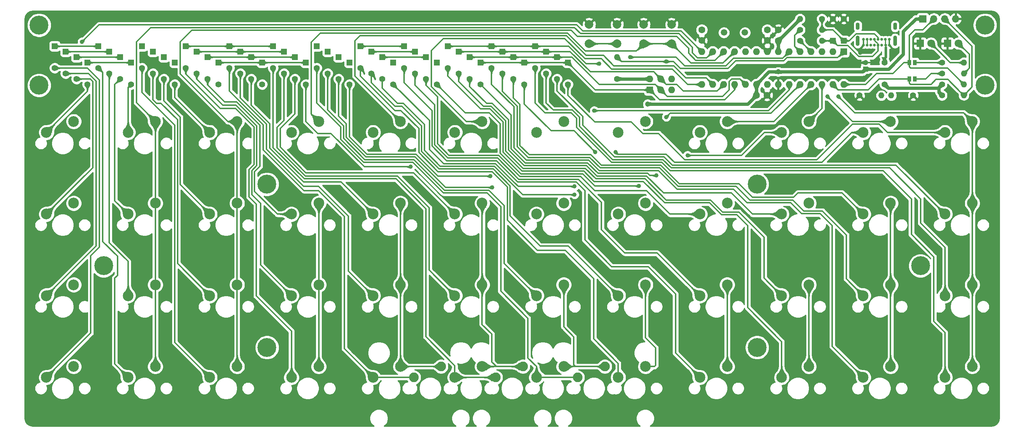
<source format=gbl>
G04 #@! TF.GenerationSoftware,KiCad,Pcbnew,(5.1.2)-1*
G04 #@! TF.CreationDate,2020-06-13T20:10:12-05:00*
G04 #@! TF.ProjectId,plaid,706c6169-642e-46b6-9963-61645f706362,rev?*
G04 #@! TF.SameCoordinates,PX2faf080PY2faf080*
G04 #@! TF.FileFunction,Copper,L2,Bot*
G04 #@! TF.FilePolarity,Positive*
%FSLAX46Y46*%
G04 Gerber Fmt 4.6, Leading zero omitted, Abs format (unit mm)*
G04 Created by KiCad (PCBNEW (5.1.2)-1) date 2020-06-13 20:10:12*
%MOMM*%
%LPD*%
G04 APERTURE LIST*
%ADD10C,2.250000*%
%ADD11C,2.500000*%
%ADD12O,1.400000X1.400000*%
%ADD13C,1.400000*%
%ADD14C,0.650000*%
%ADD15O,0.900000X2.400000*%
%ADD16O,0.900000X1.700000*%
%ADD17R,1.400000X1.400000*%
%ADD18C,1.500000*%
%ADD19C,1.200000*%
%ADD20R,1.200000X1.200000*%
%ADD21C,2.000000*%
%ADD22C,1.600000*%
%ADD23O,1.600000X1.600000*%
%ADD24R,1.600000X1.600000*%
%ADD25C,4.400000*%
%ADD26O,1.700000X1.700000*%
%ADD27R,1.700000X1.700000*%
%ADD28R,0.970000X1.270000*%
%ADD29R,1.800000X1.800000*%
%ADD30C,1.800000*%
%ADD31C,1.000000*%
%ADD32C,0.600000*%
%ADD33C,0.300000*%
%ADD34C,0.800000*%
%ADD35C,0.250000*%
%ADD36C,0.254000*%
%ADD37C,0.025400*%
G04 APERTURE END LIST*
D10*
X129240000Y-85960000D03*
X135590000Y-83420000D03*
X91140000Y-85960000D03*
X97490000Y-83420000D03*
D11*
X126040000Y-83420000D03*
X119690000Y-85960000D03*
D10*
X116540000Y-83420000D03*
X110190000Y-85960000D03*
D12*
X199885000Y-20370000D03*
D13*
X194805000Y-20370000D03*
D12*
X202210000Y-20370000D03*
D13*
X207290000Y-20370000D03*
D14*
X200015000Y-8620000D03*
X201715000Y-8620000D03*
X200865000Y-8620000D03*
X199165000Y-8620000D03*
X198315000Y-8620000D03*
X197465000Y-8620000D03*
X196615000Y-8620000D03*
X195765000Y-8620000D03*
X201715000Y-7295000D03*
X200860000Y-7295000D03*
X200010000Y-7295000D03*
X199160000Y-7295000D03*
X198310000Y-7295000D03*
X197460000Y-7295000D03*
X196610000Y-7295000D03*
X195760000Y-7295000D03*
D15*
X203065000Y-7640000D03*
X194415000Y-7640000D03*
D16*
X203065000Y-4260000D03*
X194415000Y-4260000D03*
D11*
X202040000Y-26420000D03*
X195690000Y-28960000D03*
X126040000Y-45420000D03*
X119690000Y-47960000D03*
X145040000Y-26420000D03*
X138690000Y-28960000D03*
X164040000Y-26420000D03*
X157690000Y-28960000D03*
X126040000Y-26420000D03*
X119690000Y-28960000D03*
X31040000Y-26420000D03*
X24690000Y-28960000D03*
X69040000Y-83420000D03*
X62690000Y-85960000D03*
X69040000Y-64420000D03*
X62690000Y-66960000D03*
X12040000Y-26420000D03*
X5690000Y-28960000D03*
X50040000Y-26420000D03*
X43690000Y-28960000D03*
X69040000Y-26420000D03*
X62690000Y-28960000D03*
X88040000Y-26420000D03*
X81690000Y-28960000D03*
X107040000Y-26420000D03*
X100690000Y-28960000D03*
X183040000Y-26420000D03*
X176690000Y-28960000D03*
X221040000Y-26420000D03*
X214690000Y-28960000D03*
X12040000Y-45420000D03*
X5690000Y-47960000D03*
X31040000Y-45420000D03*
X24690000Y-47960000D03*
X50040000Y-45420000D03*
X43690000Y-47960000D03*
X69040000Y-45420000D03*
X62690000Y-47960000D03*
X88040000Y-45420000D03*
X81690000Y-47960000D03*
X107040000Y-45420000D03*
X100690000Y-47960000D03*
X145040000Y-45420000D03*
X138690000Y-47960000D03*
X164040000Y-45420000D03*
X157690000Y-47960000D03*
X183040000Y-45420000D03*
X176690000Y-47960000D03*
X202040000Y-45420000D03*
X195690000Y-47960000D03*
X221040000Y-45420000D03*
X214690000Y-47960000D03*
X12040000Y-64420000D03*
X5690000Y-66960000D03*
X31040000Y-64420000D03*
X24690000Y-66960000D03*
X50040000Y-64420000D03*
X43690000Y-66960000D03*
X88040000Y-64420000D03*
X81690000Y-66960000D03*
X107040000Y-64420000D03*
X100690000Y-66960000D03*
X126040000Y-64420000D03*
X119690000Y-66960000D03*
X145040000Y-64420000D03*
X138690000Y-66960000D03*
X164040000Y-64420000D03*
X157690000Y-66960000D03*
X183040000Y-64420000D03*
X176690000Y-66960000D03*
X202040000Y-64420000D03*
X195690000Y-66960000D03*
X221040000Y-64420000D03*
X214690000Y-66960000D03*
X12040000Y-83420000D03*
X5690000Y-85960000D03*
X31040000Y-83420000D03*
X24690000Y-85960000D03*
X50040000Y-83420000D03*
X43690000Y-85960000D03*
X88040000Y-83420000D03*
X81690000Y-85960000D03*
X107040000Y-83420000D03*
X100690000Y-85960000D03*
X145040000Y-83420000D03*
X138690000Y-85960000D03*
X164040000Y-83420000D03*
X157690000Y-85960000D03*
X183040000Y-83420000D03*
X176690000Y-85960000D03*
X202040000Y-83420000D03*
X195690000Y-85960000D03*
X221040000Y-83420000D03*
X214690000Y-85960000D03*
D17*
X101600000Y-10160000D03*
D13*
X101600000Y-15240000D03*
D17*
X188595000Y-7620000D03*
D13*
X188595000Y-2540000D03*
D17*
X191135000Y-7620000D03*
D13*
X191135000Y-2540000D03*
D17*
X15240000Y-12700000D03*
D13*
X15240000Y-17780000D03*
D17*
X25400000Y-12700000D03*
D13*
X25400000Y-17780000D03*
D17*
X35560000Y-12700000D03*
D13*
X35560000Y-17780000D03*
D17*
X45720000Y-12700000D03*
D13*
X45720000Y-17780000D03*
D17*
X55880000Y-12700000D03*
D13*
X55880000Y-17780000D03*
D17*
X66040000Y-12700000D03*
D13*
X66040000Y-17780000D03*
D17*
X76200000Y-12700000D03*
D13*
X76200000Y-17780000D03*
D17*
X86360000Y-12700000D03*
D13*
X86360000Y-17780000D03*
D17*
X96520000Y-12700000D03*
D13*
X96520000Y-17780000D03*
D17*
X106680000Y-12700000D03*
D13*
X106680000Y-17780000D03*
D17*
X116840000Y-12700000D03*
D13*
X116840000Y-17780000D03*
D17*
X127000000Y-12700000D03*
D13*
X127000000Y-17780000D03*
D17*
X12700000Y-11430000D03*
D13*
X12700000Y-16510000D03*
D17*
X22860000Y-11430000D03*
D13*
X22860000Y-16510000D03*
D17*
X33020000Y-11430000D03*
D13*
X33020000Y-16510000D03*
D17*
X43180000Y-11430000D03*
D13*
X43180000Y-16510000D03*
D17*
X53340000Y-11430000D03*
D13*
X53340000Y-16510000D03*
D17*
X63500000Y-11430000D03*
D13*
X63500000Y-16510000D03*
D17*
X73660000Y-11430000D03*
D13*
X73660000Y-16510000D03*
D17*
X83820000Y-11430000D03*
D13*
X83820000Y-16510000D03*
D17*
X93980000Y-11430000D03*
D13*
X93980000Y-16510000D03*
D17*
X104140000Y-11430000D03*
D13*
X104140000Y-16510000D03*
D17*
X114300000Y-11430000D03*
D13*
X114300000Y-16510000D03*
D17*
X124460000Y-11430000D03*
D13*
X124460000Y-16510000D03*
D17*
X10160000Y-10160000D03*
D13*
X10160000Y-15240000D03*
D17*
X20320000Y-10160000D03*
D13*
X20320000Y-15240000D03*
D17*
X30480000Y-10160000D03*
D13*
X30480000Y-15240000D03*
D17*
X40640000Y-10160000D03*
D13*
X40640000Y-15240000D03*
D17*
X50800000Y-10160000D03*
D13*
X50800000Y-15240000D03*
D17*
X60960000Y-10160000D03*
D13*
X60960000Y-15240000D03*
D17*
X71120000Y-10160000D03*
D13*
X71120000Y-15240000D03*
D17*
X81280000Y-10160000D03*
D13*
X81280000Y-15240000D03*
D17*
X91440000Y-10160000D03*
D13*
X91440000Y-15240000D03*
D17*
X111760000Y-10160000D03*
D13*
X111760000Y-15240000D03*
D17*
X121920000Y-10160000D03*
D13*
X121920000Y-15240000D03*
D17*
X7620000Y-8890000D03*
D13*
X7620000Y-13970000D03*
D17*
X17780000Y-8890000D03*
D13*
X17780000Y-13970000D03*
D17*
X27940000Y-8890000D03*
D13*
X27940000Y-13970000D03*
D17*
X38100000Y-8890000D03*
D13*
X38100000Y-13970000D03*
D17*
X48260000Y-8890000D03*
D13*
X48260000Y-13970000D03*
D17*
X58420000Y-8890000D03*
D13*
X58420000Y-13970000D03*
D17*
X68580000Y-8890000D03*
D13*
X68580000Y-13970000D03*
D17*
X78740000Y-8890000D03*
D13*
X78740000Y-13970000D03*
D17*
X88900000Y-8890000D03*
D13*
X88900000Y-13970000D03*
D17*
X99060000Y-8890000D03*
D13*
X99060000Y-13970000D03*
D17*
X109220000Y-8890000D03*
D13*
X109220000Y-13970000D03*
D17*
X119380000Y-8890000D03*
D13*
X119380000Y-13970000D03*
D18*
X163295000Y-5715000D03*
X168175000Y-5715000D03*
D19*
X196215000Y-12700000D03*
D20*
X196215000Y-14200000D03*
D21*
X138430000Y-3810000D03*
X138430000Y-8310000D03*
X131930000Y-3810000D03*
X131930000Y-8310000D03*
X151130000Y-3810000D03*
X151130000Y-8310000D03*
X144630000Y-3810000D03*
X144630000Y-8310000D03*
D22*
X158115000Y-7580000D03*
X158115000Y-5080000D03*
X173355000Y-7580000D03*
X173355000Y-5080000D03*
X173315000Y-20320000D03*
X170815000Y-20320000D03*
X175895000Y-5120000D03*
X175895000Y-7620000D03*
D23*
X151130000Y-16510000D03*
X151130000Y-19050000D03*
X148590000Y-16510000D03*
X148590000Y-19050000D03*
X146050000Y-16510000D03*
D24*
X146050000Y-19050000D03*
D23*
X191135000Y-17780000D03*
X158115000Y-10160000D03*
X188595000Y-17780000D03*
X160655000Y-10160000D03*
X186055000Y-17780000D03*
X163195000Y-10160000D03*
X183515000Y-17780000D03*
X165735000Y-10160000D03*
X180975000Y-17780000D03*
X168275000Y-10160000D03*
X178435000Y-17780000D03*
X170815000Y-10160000D03*
X175895000Y-17780000D03*
X173355000Y-10160000D03*
X173355000Y-17780000D03*
X175895000Y-10160000D03*
X170815000Y-17780000D03*
X178435000Y-10160000D03*
X168275000Y-17780000D03*
X180975000Y-10160000D03*
X165735000Y-17780000D03*
X183515000Y-10160000D03*
X163195000Y-17780000D03*
X186055000Y-10160000D03*
X160655000Y-17780000D03*
X188595000Y-10160000D03*
X158115000Y-17780000D03*
D24*
X191135000Y-10160000D03*
D13*
X200660000Y-17780000D03*
X200660000Y-12680000D03*
X186055000Y-2540000D03*
D12*
X180975000Y-2540000D03*
X186055000Y-7620000D03*
D13*
X180975000Y-7620000D03*
X180975000Y-5080000D03*
D12*
X186055000Y-5080000D03*
D13*
X138430000Y-16510000D03*
D12*
X138430000Y-11430000D03*
D25*
X4000000Y-4000000D03*
X4000000Y-18000000D03*
X224000000Y-4000000D03*
X224000000Y-18000000D03*
X19000000Y-60000000D03*
X57000000Y-41000000D03*
X57000000Y-79000000D03*
X171000000Y-41000000D03*
X171000000Y-79000000D03*
X209000000Y-60000000D03*
D26*
X217170000Y-2540000D03*
X214630000Y-2540000D03*
X212090000Y-2540000D03*
D27*
X209550000Y-2540000D03*
D12*
X219075000Y-17780000D03*
D13*
X213995000Y-17780000D03*
X213995000Y-20320000D03*
D12*
X219075000Y-20320000D03*
D28*
X206370000Y-12700000D03*
X207650000Y-12700000D03*
X207650000Y-16510000D03*
X206370000Y-16510000D03*
D29*
X208915000Y-8255000D03*
D30*
X211455000Y-8255000D03*
X217805000Y-8255000D03*
D29*
X215265000Y-8255000D03*
D12*
X219075000Y-12700000D03*
D13*
X213995000Y-12700000D03*
X213995000Y-15240000D03*
D12*
X219075000Y-15240000D03*
D31*
X143256000Y-22479000D03*
X129286000Y-17907000D03*
X124714000Y-22098000D03*
X120650000Y-20955000D03*
X198755000Y-3683000D03*
X183515000Y-7620000D03*
X172339000Y-13843000D03*
X155829000Y-5080000D03*
X165735000Y-1651000D03*
X161925000Y-1651000D03*
X169672000Y-1651000D03*
X193900000Y-21900000D03*
X147800000Y-27500000D03*
X183700000Y-20600000D03*
X187500000Y-23000000D03*
X2000000Y-10000000D03*
X226000000Y-10000000D03*
X226000000Y-22000000D03*
X2000000Y-22000000D03*
X2000000Y-60000000D03*
X2000000Y-41000000D03*
X2000000Y-79000000D03*
X2000000Y-96000000D03*
X19000000Y-96000000D03*
X38000000Y-96000000D03*
X57000000Y-96000000D03*
X76000000Y-96000000D03*
X95000000Y-96000000D03*
X114000000Y-96000000D03*
X133000000Y-96000000D03*
X152000000Y-96000000D03*
X171000000Y-96000000D03*
X190000000Y-96000000D03*
X209000000Y-96000000D03*
X226000000Y-96000000D03*
X226000000Y-79000000D03*
X226000000Y-60000000D03*
X226000000Y-41000000D03*
X90424000Y-40005000D03*
X95250000Y-63373000D03*
X103886000Y-83947000D03*
X191135000Y-12954000D03*
X184785000Y-13335000D03*
X177927000Y-13335000D03*
X160655000Y-15621000D03*
X195199000Y-16510000D03*
X198501000Y-12700000D03*
X204978000Y-2286000D03*
X77089000Y-36830000D03*
X64516000Y-26289000D03*
X59690000Y-25400000D03*
X56007000Y-22098000D03*
X49530000Y-18288000D03*
X69850000Y-21209000D03*
X98806000Y-25781000D03*
X173355000Y-1651000D03*
X158115000Y-1651000D03*
X155829000Y-1651000D03*
X29210000Y-18923000D03*
X41021000Y-22860000D03*
X90297000Y-28702000D03*
X79629000Y-22225000D03*
X109347000Y-28575000D03*
X26416000Y-38735000D03*
X43434000Y-38862000D03*
X57277000Y-36957000D03*
X72771000Y-42164000D03*
X82423000Y-41529000D03*
X120650000Y-44958000D03*
X132461000Y-45085000D03*
X138303000Y-44196000D03*
X171323000Y-49657000D03*
X170561000Y-53594000D03*
X185674000Y-45212000D03*
X175133000Y-41148000D03*
X211074000Y-47498000D03*
X189738000Y-34925000D03*
X193675000Y-12700000D03*
X194940000Y-10420000D03*
X123068080Y-84038440D03*
X113731040Y-75793600D03*
X212183980Y-55194200D03*
X90424000Y-36957000D03*
X108966000Y-39116000D03*
X128524000Y-41529000D03*
X143510000Y-41402000D03*
X147574000Y-38989000D03*
X154813000Y-34290000D03*
X138049000Y-33528000D03*
X133350000Y-33528000D03*
X109347000Y-41783000D03*
X128524000Y-43434000D03*
X149860000Y-12446000D03*
X13970000Y-7874000D03*
X133096000Y-23876000D03*
X149860000Y-25400000D03*
X187325000Y-20574000D03*
X189865000Y-20574000D03*
D19*
X175895000Y-14859000D03*
X145542000Y-22352000D03*
D31*
X134239000Y-12954000D03*
X141510000Y-11430000D03*
D32*
X173355000Y-10160000D02*
X171450000Y-8255000D01*
X173355000Y-10160000D02*
X174154999Y-9360001D01*
X174154999Y-9360001D02*
X174625000Y-8890000D01*
X196215000Y-12700000D02*
X193675000Y-12700000D01*
D33*
X201715000Y-8620000D02*
X201715000Y-7295000D01*
X195765000Y-7300000D02*
X195760000Y-7295000D01*
X195765000Y-8620000D02*
X195765000Y-7300000D01*
X198501000Y-12700000D02*
X196215000Y-12700000D01*
X15240000Y-12700000D02*
X25400000Y-12700000D01*
X133350000Y-19050000D02*
X127000000Y-12700000D01*
X146050000Y-19050000D02*
X133350000Y-19050000D01*
X148336000Y-21336000D02*
X146050000Y-19050000D01*
X163449000Y-21336000D02*
X148336000Y-21336000D01*
X165735000Y-17780000D02*
X165735000Y-19050000D01*
X165735000Y-19050000D02*
X163449000Y-21336000D01*
X127000000Y-12700000D02*
X116840000Y-12700000D01*
X116840000Y-12700000D02*
X106680000Y-12700000D01*
X66040000Y-12700000D02*
X55880000Y-12700000D01*
X45720000Y-12700000D02*
X55880000Y-12700000D01*
X35560000Y-20830000D02*
X43690000Y-28960000D01*
X35560000Y-17780000D02*
X35560000Y-20830000D01*
X66040000Y-26416000D02*
X66040000Y-17780000D01*
X68834000Y-29210000D02*
X66040000Y-26416000D01*
X90424000Y-36957000D02*
X79629000Y-36957000D01*
X71882000Y-29210000D02*
X68834000Y-29210000D01*
X79629000Y-36957000D02*
X71882000Y-29210000D01*
X108966000Y-39116000D02*
X96774000Y-39116000D01*
X96774000Y-39116000D02*
X91694000Y-34036000D01*
X91694000Y-34036000D02*
X80264000Y-34036000D01*
X80264000Y-34036000D02*
X76200000Y-29972000D01*
X76200000Y-29972000D02*
X76200000Y-17780000D01*
X128524000Y-41529000D02*
X115443000Y-41529000D01*
X114554000Y-40640000D02*
X114808000Y-40894000D01*
X115443000Y-41529000D02*
X114554000Y-40640000D01*
X110143990Y-36229990D02*
X114554000Y-40640000D01*
X98078990Y-36229990D02*
X110143990Y-36229990D01*
X94776990Y-32927990D02*
X98078990Y-36229990D01*
X94776990Y-26196990D02*
X94776990Y-32927990D01*
X86360000Y-17780000D02*
X94776990Y-26196990D01*
X103124000Y-24384000D02*
X96520000Y-17780000D01*
X108712000Y-24384000D02*
X103124000Y-24384000D01*
X133223000Y-41402000D02*
X130429000Y-38608000D01*
X143510000Y-41402000D02*
X133223000Y-41402000D01*
X116078000Y-38608000D02*
X111252000Y-33782000D01*
X130429000Y-38608000D02*
X116078000Y-38608000D01*
X111252000Y-33782000D02*
X111252000Y-26924000D01*
X111252000Y-26924000D02*
X108712000Y-24384000D01*
X176690000Y-28960000D02*
X172716000Y-28960000D01*
X172716000Y-28960000D02*
X168275000Y-33401000D01*
X167386000Y-34290000D02*
X168402000Y-33274000D01*
X154813000Y-34290000D02*
X167386000Y-34290000D01*
X146050000Y-38989000D02*
X147574000Y-38989000D01*
X113792000Y-24892000D02*
X113792000Y-32766000D01*
X106680000Y-17780000D02*
X113792000Y-24892000D01*
X113792000Y-32766000D02*
X117094000Y-36068000D01*
X117094000Y-36068000D02*
X131572000Y-36068000D01*
X145542000Y-38481000D02*
X146050000Y-38989000D01*
X131572000Y-36068000D02*
X133985000Y-38481000D01*
X133985000Y-38481000D02*
X145542000Y-38481000D01*
X193036000Y-28960000D02*
X195690000Y-28960000D01*
X138049000Y-33528000D02*
X138557000Y-34036000D01*
X138557000Y-34036000D02*
X149860000Y-34036000D01*
X149860000Y-34036000D02*
X151765000Y-35941000D01*
X186055000Y-35941000D02*
X193036000Y-28960000D01*
X151765000Y-35941000D02*
X186055000Y-35941000D01*
X116840000Y-22352000D02*
X116840000Y-17780000D01*
X123063000Y-28575000D02*
X116840000Y-22352000D01*
X128397000Y-28575000D02*
X123063000Y-28575000D01*
X133350000Y-33528000D02*
X128397000Y-28575000D01*
X201299000Y-28960000D02*
X214690000Y-28960000D01*
X193167000Y-27051000D02*
X199390000Y-27051000D01*
X184912000Y-35306000D02*
X193167000Y-27051000D01*
X154178000Y-35306000D02*
X184912000Y-35306000D01*
X127000000Y-20320000D02*
X133223000Y-26543000D01*
X127000000Y-17780000D02*
X127000000Y-20320000D01*
X133223000Y-26543000D02*
X141732000Y-26543000D01*
X199390000Y-27051000D02*
X201299000Y-28960000D01*
X141732000Y-26543000D02*
X144399000Y-29210000D01*
X144399000Y-29210000D02*
X148082000Y-29210000D01*
X148082000Y-29210000D02*
X154178000Y-35306000D01*
X53340000Y-11430000D02*
X63500000Y-11430000D01*
X22860000Y-11430000D02*
X12700000Y-11430000D01*
X147320000Y-17780000D02*
X148590000Y-19050000D01*
X134239000Y-17780000D02*
X147320000Y-17780000D01*
X124460000Y-11430000D02*
X127889000Y-11430000D01*
X127889000Y-11430000D02*
X134239000Y-17780000D01*
X150114000Y-20574000D02*
X162941000Y-20574000D01*
X148590000Y-19050000D02*
X150114000Y-20574000D01*
X167005000Y-16510000D02*
X168275000Y-17780000D01*
X162941000Y-20574000D02*
X164465000Y-19050000D01*
X164465000Y-19050000D02*
X164465000Y-17145000D01*
X164465000Y-17145000D02*
X165100000Y-16510000D01*
X165100000Y-16510000D02*
X167005000Y-16510000D01*
X114300000Y-11430000D02*
X124460000Y-11430000D01*
X104140000Y-11430000D02*
X114300000Y-11430000D01*
X83820000Y-11430000D02*
X93980000Y-11430000D01*
X53340000Y-11430000D02*
X43180000Y-11430000D01*
X16500000Y-37150000D02*
X5690000Y-47960000D01*
X16500000Y-17135000D02*
X16500000Y-37150000D01*
X12700000Y-16510000D02*
X15875000Y-16510000D01*
X15875000Y-16510000D02*
X16500000Y-17135000D01*
X22860000Y-16510000D02*
X21590000Y-17780000D01*
X21590000Y-44860000D02*
X24690000Y-47960000D01*
X21590000Y-17780000D02*
X21590000Y-44860000D01*
X33020000Y-16510000D02*
X33020000Y-21590000D01*
X33020000Y-21590000D02*
X36830000Y-25400000D01*
X36830000Y-41100000D02*
X43690000Y-47960000D01*
X36830000Y-25400000D02*
X36830000Y-41100000D01*
X59390000Y-47960000D02*
X62690000Y-47960000D01*
X54102000Y-42672000D02*
X59390000Y-47960000D01*
X54102000Y-38100000D02*
X54102000Y-42672000D01*
X43180000Y-17907000D02*
X47117000Y-21844000D01*
X43180000Y-16510000D02*
X43180000Y-17907000D01*
X47117000Y-21844000D02*
X49911000Y-21844000D01*
X49911000Y-21844000D02*
X55372000Y-27305000D01*
X55372000Y-27305000D02*
X55372000Y-36830000D01*
X55372000Y-36830000D02*
X54102000Y-38100000D01*
X74230000Y-40500000D02*
X81690000Y-47960000D01*
X65519000Y-40500000D02*
X74230000Y-40500000D01*
X57658000Y-32639000D02*
X65519000Y-40500000D01*
X57658000Y-26924000D02*
X57658000Y-32639000D01*
X53340000Y-16510000D02*
X53340000Y-22606000D01*
X53340000Y-22606000D02*
X57658000Y-26924000D01*
X91084000Y-38354000D02*
X100690000Y-47960000D01*
X66040000Y-38354000D02*
X91084000Y-38354000D01*
X60071000Y-32385000D02*
X66040000Y-38354000D01*
X60071000Y-28067000D02*
X60071000Y-32385000D01*
X63500000Y-16510000D02*
X63500000Y-24638000D01*
X63500000Y-24638000D02*
X60071000Y-28067000D01*
X98552000Y-41783000D02*
X109347000Y-41783000D01*
X73660000Y-16510000D02*
X73660000Y-25146000D01*
X75438000Y-26924000D02*
X75438000Y-30099000D01*
X75438000Y-30099000D02*
X80010000Y-34671000D01*
X73660000Y-25146000D02*
X75438000Y-26924000D01*
X80010000Y-34671000D02*
X91440000Y-34671000D01*
X91440000Y-34671000D02*
X98552000Y-41783000D01*
X116459000Y-43434000D02*
X128524000Y-43434000D01*
X93599000Y-27099000D02*
X93599000Y-33147000D01*
X93599000Y-33147000D02*
X97282000Y-36830000D01*
X97282000Y-36830000D02*
X109855000Y-36830000D01*
X109855000Y-36830000D02*
X116459000Y-43434000D01*
X83820000Y-16510000D02*
X83820000Y-18669000D01*
X87376000Y-22225000D02*
X88725000Y-22225000D01*
X83820000Y-18669000D02*
X87376000Y-22225000D01*
X88725000Y-22225000D02*
X93599000Y-27099000D01*
X96647000Y-20647000D02*
X93980000Y-17980000D01*
X96647000Y-31623000D02*
X96647000Y-20647000D01*
X99314000Y-34290000D02*
X96647000Y-31623000D01*
X93980000Y-17980000D02*
X93980000Y-16510000D01*
X150703000Y-47960000D02*
X145288000Y-42545000D01*
X157690000Y-47960000D02*
X150703000Y-47960000D01*
X145288000Y-42545000D02*
X133223000Y-42545000D01*
X133223000Y-42545000D02*
X129921000Y-39243000D01*
X129921000Y-39243000D02*
X115824000Y-39243000D01*
X110871000Y-34290000D02*
X99314000Y-34290000D01*
X115824000Y-39243000D02*
X110871000Y-34290000D01*
X104140000Y-18288000D02*
X104140000Y-16510000D01*
X108077000Y-22225000D02*
X104140000Y-18288000D01*
X109347000Y-22225000D02*
X108077000Y-22225000D01*
X113157000Y-26035000D02*
X109347000Y-22225000D01*
X113157000Y-33020000D02*
X113157000Y-26035000D01*
X116840000Y-36703000D02*
X113157000Y-33020000D01*
X131318000Y-36703000D02*
X116840000Y-36703000D01*
X169880000Y-47960000D02*
X164973000Y-43053000D01*
X176690000Y-47960000D02*
X169880000Y-47960000D01*
X164973000Y-43053000D02*
X149225000Y-43053000D01*
X149225000Y-43053000D02*
X145288000Y-39116000D01*
X145288000Y-39116000D02*
X133731000Y-39116000D01*
X133731000Y-39116000D02*
X131318000Y-36703000D01*
X190783000Y-43053000D02*
X195690000Y-47960000D01*
X180467000Y-43053000D02*
X190783000Y-43053000D01*
X179451000Y-44069000D02*
X180467000Y-43053000D01*
X169926000Y-44069000D02*
X179451000Y-44069000D01*
X134747000Y-36576000D02*
X148590000Y-36576000D01*
X148590000Y-36576000D02*
X152908000Y-40894000D01*
X114300000Y-20955000D02*
X115824000Y-22479000D01*
X152908000Y-40894000D02*
X166751000Y-40894000D01*
X114300000Y-16510000D02*
X114300000Y-20955000D01*
X115824000Y-22479000D02*
X115824000Y-32004000D01*
X166751000Y-40894000D02*
X169926000Y-44069000D01*
X115824000Y-32004000D02*
X117983000Y-34163000D01*
X117983000Y-34163000D02*
X132334000Y-34163000D01*
X132334000Y-34163000D02*
X134747000Y-36576000D01*
X124460000Y-19304000D02*
X124460000Y-16510000D01*
X130429000Y-25273000D02*
X124460000Y-19304000D01*
X203306000Y-36576000D02*
X151257000Y-36576000D01*
X151257000Y-36576000D02*
X149352000Y-34671000D01*
X214690000Y-47960000D02*
X203306000Y-36576000D01*
X149352000Y-34671000D02*
X137795000Y-34671000D01*
X137795000Y-34671000D02*
X130429000Y-27305000D01*
X130429000Y-27305000D02*
X130429000Y-25273000D01*
X15494000Y-15240000D02*
X10160000Y-15240000D01*
X17272000Y-17018000D02*
X15494000Y-15240000D01*
X5690000Y-66960000D02*
X17272000Y-55378000D01*
X17272000Y-55378000D02*
X17272000Y-17018000D01*
X10160000Y-10160000D02*
X20320000Y-10160000D01*
X50800000Y-10160000D02*
X60960000Y-10160000D01*
X149860000Y-17780000D02*
X148590000Y-16510000D01*
X152273000Y-17780000D02*
X149860000Y-17780000D01*
X153797000Y-19304000D02*
X152273000Y-17780000D01*
X163195000Y-17780000D02*
X161671000Y-19304000D01*
X161671000Y-19304000D02*
X153797000Y-19304000D01*
X127508000Y-10160000D02*
X121920000Y-10160000D01*
X132207000Y-14859000D02*
X127508000Y-10160000D01*
X148590000Y-16510000D02*
X146939000Y-14859000D01*
X146939000Y-14859000D02*
X132207000Y-14859000D01*
X121920000Y-10160000D02*
X111760000Y-10160000D01*
X111760000Y-10160000D02*
X101600000Y-10160000D01*
X91440000Y-10160000D02*
X81280000Y-10160000D01*
X40640000Y-10160000D02*
X50800000Y-10160000D01*
X20320000Y-15240000D02*
X20320000Y-54610000D01*
X24690000Y-58980000D02*
X24690000Y-66960000D01*
X20320000Y-54610000D02*
X24690000Y-58980000D01*
X36195000Y-59465000D02*
X43690000Y-66960000D01*
X36195000Y-26035000D02*
X36195000Y-59465000D01*
X32319002Y-22159002D02*
X36195000Y-26035000D01*
X31293998Y-22159002D02*
X32319002Y-22159002D01*
X30480000Y-15240000D02*
X30480000Y-21345004D01*
X30480000Y-21345004D02*
X31293998Y-22159002D01*
X46736000Y-22606000D02*
X40640000Y-16510000D01*
X49784000Y-22606000D02*
X46736000Y-22606000D01*
X54610000Y-27432000D02*
X49784000Y-22606000D01*
X55500000Y-59770000D02*
X55500000Y-45500000D01*
X62690000Y-66960000D02*
X55500000Y-59770000D01*
X55500000Y-45500000D02*
X53467000Y-43467000D01*
X40640000Y-16510000D02*
X40640000Y-15240000D01*
X53467000Y-43467000D02*
X53467000Y-37846000D01*
X53467000Y-37846000D02*
X54610000Y-36703000D01*
X54610000Y-36703000D02*
X54610000Y-27432000D01*
X75946000Y-61216000D02*
X81690000Y-66960000D01*
X75946000Y-48446000D02*
X75946000Y-61216000D01*
X50800000Y-20955000D02*
X56896000Y-27051000D01*
X56896000Y-27051000D02*
X56896000Y-32893000D01*
X50800000Y-15240000D02*
X50800000Y-20955000D01*
X56896000Y-32893000D02*
X65503000Y-41500000D01*
X65503000Y-41500000D02*
X69000000Y-41500000D01*
X69000000Y-41500000D02*
X75946000Y-48446000D01*
X94742000Y-46482000D02*
X94742000Y-61012000D01*
X60960000Y-26162000D02*
X59309000Y-27813000D01*
X60960000Y-15240000D02*
X60960000Y-26162000D01*
X59309000Y-27813000D02*
X59309000Y-32512000D01*
X59309000Y-32512000D02*
X65913000Y-39116000D01*
X94742000Y-61012000D02*
X100690000Y-66960000D01*
X65913000Y-39116000D02*
X87376000Y-39116000D01*
X87376000Y-39116000D02*
X94742000Y-46482000D01*
X108585000Y-42418000D02*
X112141000Y-45974000D01*
X98298000Y-42418000D02*
X108585000Y-42418000D01*
X71120000Y-23749000D02*
X74803000Y-27432000D01*
X71120000Y-15240000D02*
X71120000Y-23749000D01*
X112141000Y-45974000D02*
X112141000Y-59411000D01*
X74803000Y-27432000D02*
X74803000Y-30353000D01*
X74803000Y-30353000D02*
X79756000Y-35306000D01*
X79756000Y-35306000D02*
X91186000Y-35306000D01*
X112141000Y-59411000D02*
X119690000Y-66960000D01*
X91186000Y-35306000D02*
X98298000Y-42418000D01*
X120523000Y-55372000D02*
X127102000Y-55372000D01*
X113538000Y-48387000D02*
X120523000Y-55372000D01*
X113538000Y-41402000D02*
X113538000Y-48387000D01*
X92964000Y-27464000D02*
X92964000Y-33401000D01*
X92964000Y-33401000D02*
X97028000Y-37465000D01*
X127102000Y-55372000D02*
X138690000Y-66960000D01*
X97028000Y-37465000D02*
X109601000Y-37465000D01*
X109601000Y-37465000D02*
X113538000Y-41402000D01*
X81280000Y-15240000D02*
X81280000Y-17399000D01*
X86773000Y-22892000D02*
X88392000Y-22892000D01*
X81280000Y-17399000D02*
X86773000Y-22892000D01*
X88392000Y-22892000D02*
X92964000Y-27464000D01*
X147753000Y-57023000D02*
X157690000Y-66960000D01*
X140208000Y-57023000D02*
X147753000Y-57023000D01*
X134747000Y-51562000D02*
X140208000Y-57023000D01*
X134747000Y-45212000D02*
X134747000Y-51562000D01*
X129413000Y-39878000D02*
X134747000Y-45212000D01*
X115570000Y-39878000D02*
X129413000Y-39878000D01*
X91440000Y-17940000D02*
X96012000Y-22512000D01*
X91440000Y-15240000D02*
X91440000Y-17940000D01*
X96012000Y-22512000D02*
X96012000Y-31877000D01*
X96012000Y-31877000D02*
X99060000Y-34925000D01*
X99060000Y-34925000D02*
X110617000Y-34925000D01*
X110617000Y-34925000D02*
X115570000Y-39878000D01*
X172593000Y-62863000D02*
X176690000Y-66960000D01*
X166751000Y-47498000D02*
X172593000Y-53340000D01*
X162941000Y-47498000D02*
X166751000Y-47498000D01*
X160147000Y-44704000D02*
X162941000Y-47498000D01*
X144907000Y-39751000D02*
X149860000Y-44704000D01*
X133477000Y-39751000D02*
X144907000Y-39751000D01*
X172593000Y-53340000D02*
X172593000Y-62863000D01*
X101600000Y-17100000D02*
X107360000Y-22860000D01*
X101600000Y-15240000D02*
X101600000Y-17100000D01*
X149860000Y-44704000D02*
X160147000Y-44704000D01*
X109093000Y-22860000D02*
X112522000Y-26289000D01*
X131064000Y-37338000D02*
X133477000Y-39751000D01*
X116586000Y-37338000D02*
X131064000Y-37338000D01*
X112522000Y-26289000D02*
X112522000Y-33274000D01*
X107360000Y-22860000D02*
X109093000Y-22860000D01*
X112522000Y-33274000D02*
X116586000Y-37338000D01*
X181864000Y-47244000D02*
X186182000Y-47244000D01*
X179324000Y-44704000D02*
X181864000Y-47244000D01*
X191770000Y-52832000D02*
X191770000Y-63040000D01*
X148336000Y-37211000D02*
X152654000Y-41529000D01*
X134493000Y-37211000D02*
X148336000Y-37211000D01*
X169291000Y-44704000D02*
X179324000Y-44704000D01*
X111760000Y-19431000D02*
X115189000Y-22860000D01*
X152654000Y-41529000D02*
X166116000Y-41529000D01*
X111760000Y-15240000D02*
X111760000Y-19431000D01*
X191770000Y-63040000D02*
X195690000Y-66960000D01*
X115189000Y-22860000D02*
X115189000Y-32258000D01*
X166116000Y-41529000D02*
X169291000Y-44704000D01*
X115189000Y-32258000D02*
X117729000Y-34798000D01*
X186182000Y-47244000D02*
X191770000Y-52832000D01*
X117729000Y-34798000D02*
X132080000Y-34798000D01*
X132080000Y-34798000D02*
X134493000Y-37211000D01*
X214690000Y-55686000D02*
X214690000Y-66960000D01*
X209042000Y-50038000D02*
X214690000Y-55686000D01*
X209042000Y-44450000D02*
X209042000Y-50038000D01*
X201803000Y-37211000D02*
X209042000Y-44450000D01*
X151003000Y-37211000D02*
X201803000Y-37211000D01*
X149098000Y-35306000D02*
X151003000Y-37211000D01*
X137414000Y-35306000D02*
X149098000Y-35306000D01*
X121920000Y-22098000D02*
X123571000Y-23749000D01*
X121920000Y-15240000D02*
X121920000Y-22098000D01*
X123571000Y-23749000D02*
X128016000Y-23749000D01*
X128016000Y-23749000D02*
X129667000Y-25400000D01*
X129667000Y-25400000D02*
X129667000Y-27559000D01*
X129667000Y-27559000D02*
X137414000Y-35306000D01*
X16000000Y-75650000D02*
X5690000Y-85960000D01*
X15240000Y-13970000D02*
X18034000Y-16764000D01*
X7620000Y-13970000D02*
X15240000Y-13970000D01*
X18034000Y-16764000D02*
X18034000Y-55626000D01*
X18034000Y-55626000D02*
X16000000Y-57660000D01*
X16000000Y-57660000D02*
X16000000Y-75650000D01*
X21590000Y-82860000D02*
X24690000Y-85960000D01*
X17780000Y-13970000D02*
X18796000Y-14986000D01*
X18796000Y-54356000D02*
X22225000Y-57785000D01*
X22225000Y-57785000D02*
X22225000Y-62230000D01*
X18796000Y-14986000D02*
X18796000Y-54356000D01*
X22225000Y-62230000D02*
X21590000Y-62865000D01*
X21590000Y-62865000D02*
X21590000Y-82860000D01*
X35560000Y-77830000D02*
X43690000Y-85960000D01*
X35560000Y-27273547D02*
X35560000Y-77830000D01*
X27940000Y-13970000D02*
X27940000Y-19653547D01*
X27940000Y-19653547D02*
X35560000Y-27273547D01*
X46101000Y-23368000D02*
X38100000Y-15367000D01*
X54009989Y-27720989D02*
X49657000Y-23368000D01*
X54009989Y-36414011D02*
X54009989Y-27720989D01*
X62690000Y-75190000D02*
X54500000Y-67000000D01*
X38100000Y-15367000D02*
X38100000Y-13970000D01*
X62690000Y-85960000D02*
X62690000Y-75190000D01*
X54500000Y-67000000D02*
X54500000Y-45610000D01*
X54500000Y-45610000D02*
X52832000Y-43942000D01*
X49657000Y-23368000D02*
X46101000Y-23368000D01*
X52832000Y-43942000D02*
X52832000Y-37592000D01*
X52832000Y-37592000D02*
X54009989Y-36414011D01*
X75000000Y-79270000D02*
X81690000Y-85960000D01*
X75000000Y-48500000D02*
X75000000Y-79270000D01*
X48260000Y-13970000D02*
X48260000Y-19304000D01*
X56134000Y-27178000D02*
X56134000Y-33020000D01*
X56134000Y-33020000D02*
X65614000Y-42500000D01*
X48260000Y-19304000D02*
X56134000Y-27178000D01*
X65614000Y-42500000D02*
X69000000Y-42500000D01*
X69000000Y-42500000D02*
X75000000Y-48500000D01*
X91140000Y-85960000D02*
X81690000Y-85960000D01*
X98044000Y-43053000D02*
X90932000Y-35941000D01*
X108204000Y-43053000D02*
X98044000Y-43053000D01*
X111379000Y-46228000D02*
X108204000Y-43053000D01*
X111379000Y-65913000D02*
X111379000Y-46228000D01*
X79502000Y-35941000D02*
X74168000Y-30607000D01*
X74168000Y-27686000D02*
X68580000Y-22098000D01*
X68580000Y-22098000D02*
X68580000Y-13970000D01*
X90932000Y-35941000D02*
X79502000Y-35941000D01*
X74168000Y-30607000D02*
X74168000Y-27686000D01*
X117690900Y-81450100D02*
X119690000Y-83449200D01*
X117690900Y-72224900D02*
X111379000Y-65913000D01*
X119690000Y-83449200D02*
X119690000Y-83550880D01*
X117690900Y-72224900D02*
X117690900Y-81450100D01*
X119690000Y-85960000D02*
X119690000Y-83550880D01*
X129240000Y-85960000D02*
X119690000Y-85960000D01*
X126365000Y-56388000D02*
X132969000Y-62992000D01*
X119888000Y-56388000D02*
X126365000Y-56388000D01*
X112903000Y-49403000D02*
X119888000Y-56388000D01*
X112903000Y-41656000D02*
X112903000Y-49403000D01*
X92329000Y-28067000D02*
X92329000Y-33655000D01*
X92329000Y-33655000D02*
X96774000Y-38100000D01*
X96774000Y-38100000D02*
X109347000Y-38100000D01*
X109347000Y-38100000D02*
X112903000Y-41656000D01*
X78740000Y-13970000D02*
X78740000Y-15875000D01*
X86741000Y-23876000D02*
X88138000Y-23876000D01*
X78740000Y-15875000D02*
X86741000Y-23876000D01*
X88138000Y-23876000D02*
X92329000Y-28067000D01*
X138690000Y-82721100D02*
X138690000Y-85960000D01*
X132969000Y-77000100D02*
X138690000Y-82721100D01*
X132969000Y-62992000D02*
X132969000Y-77000100D01*
X88900000Y-17400000D02*
X88900000Y-13970000D01*
X95377000Y-23877000D02*
X88900000Y-17400000D01*
X95377000Y-32131000D02*
X95377000Y-23877000D01*
X98806000Y-35560000D02*
X95377000Y-32131000D01*
X110363000Y-35560000D02*
X98806000Y-35560000D01*
X115316000Y-40513000D02*
X110363000Y-35560000D01*
X128905000Y-40513000D02*
X115316000Y-40513000D01*
X157690000Y-85960000D02*
X152019000Y-80289000D01*
X152019000Y-80289000D02*
X152019000Y-66548000D01*
X130937000Y-42545000D02*
X128905000Y-40513000D01*
X152019000Y-66548000D02*
X145669000Y-60198000D01*
X137160000Y-60198000D02*
X130937000Y-53975000D01*
X145669000Y-60198000D02*
X137160000Y-60198000D01*
X130937000Y-53975000D02*
X130937000Y-42545000D01*
X176690000Y-77630000D02*
X176690000Y-85960000D01*
X111887000Y-33528000D02*
X116332000Y-37973000D01*
X108839000Y-23495000D02*
X111887000Y-26543000D01*
X168783000Y-69723000D02*
X176690000Y-77630000D01*
X106680000Y-23495000D02*
X108839000Y-23495000D01*
X99060000Y-13970000D02*
X99060000Y-15875000D01*
X99060000Y-15875000D02*
X106680000Y-23495000D01*
X144526000Y-40386000D02*
X149479000Y-45339000D01*
X166243000Y-48133000D02*
X168783000Y-50673000D01*
X111887000Y-26543000D02*
X111887000Y-33528000D01*
X116332000Y-37973000D02*
X130683000Y-37973000D01*
X130683000Y-37973000D02*
X133096000Y-40386000D01*
X149479000Y-45339000D02*
X159893000Y-45339000D01*
X159893000Y-45339000D02*
X162687000Y-48133000D01*
X162687000Y-48133000D02*
X166243000Y-48133000D01*
X133096000Y-40386000D02*
X144526000Y-40386000D01*
X168783000Y-50673000D02*
X168783000Y-69723000D01*
X188468000Y-78738000D02*
X195690000Y-85960000D01*
X165481000Y-42164000D02*
X168656000Y-45339000D01*
X188468000Y-50673000D02*
X188468000Y-78738000D01*
X152400000Y-42164000D02*
X165481000Y-42164000D01*
X109220000Y-17780000D02*
X114427000Y-22987000D01*
X168656000Y-45339000D02*
X178816000Y-45339000D01*
X109220000Y-13970000D02*
X109220000Y-17780000D01*
X114427000Y-22987000D02*
X114427000Y-32512000D01*
X181356000Y-47879000D02*
X185674000Y-47879000D01*
X114427000Y-32512000D02*
X117348000Y-35433000D01*
X185674000Y-47879000D02*
X188468000Y-50673000D01*
X117348000Y-35433000D02*
X131826000Y-35433000D01*
X178816000Y-45339000D02*
X181356000Y-47879000D01*
X148082000Y-37846000D02*
X152400000Y-42164000D01*
X134239000Y-37846000D02*
X148082000Y-37846000D01*
X131826000Y-35433000D02*
X134239000Y-37846000D01*
X212090000Y-72898000D02*
X214690000Y-75498000D01*
X212090000Y-57912000D02*
X212090000Y-72898000D01*
X206883000Y-52705000D02*
X212090000Y-57912000D01*
X214690000Y-75498000D02*
X214690000Y-85960000D01*
X206883000Y-44450000D02*
X206883000Y-52705000D01*
X200279000Y-37846000D02*
X206883000Y-44450000D01*
X150749000Y-37846000D02*
X200279000Y-37846000D01*
X148844000Y-35941000D02*
X150749000Y-37846000D01*
X137160000Y-35941000D02*
X148844000Y-35941000D01*
X119380000Y-22098000D02*
X121666000Y-24384000D01*
X127762000Y-24384000D02*
X129032000Y-25654000D01*
X119380000Y-13970000D02*
X119380000Y-22098000D01*
X129032000Y-25654000D02*
X129032000Y-27813000D01*
X121666000Y-24384000D02*
X127762000Y-24384000D01*
X129032000Y-27813000D02*
X137160000Y-35941000D01*
X100690000Y-85960000D02*
X110190000Y-85960000D01*
X58420000Y-32512000D02*
X58420000Y-13970000D01*
X100690000Y-83212260D02*
X93980000Y-76502260D01*
X93980000Y-76502260D02*
X93980000Y-46736000D01*
X93980000Y-46736000D02*
X86995000Y-39751000D01*
X86995000Y-39751000D02*
X65659000Y-39751000D01*
X100690000Y-85960000D02*
X100690000Y-83212260D01*
X65659000Y-39751000D02*
X58420000Y-32512000D01*
X180975000Y-7620000D02*
X183515000Y-10160000D01*
X179705000Y-6350000D02*
X180975000Y-5080000D01*
X180975000Y-10160000D02*
X179705000Y-8890000D01*
X179705000Y-8890000D02*
X179705000Y-6350000D01*
X138430000Y-8310000D02*
X131930000Y-8310000D01*
X177927000Y-11557000D02*
X189738000Y-11557000D01*
X151511000Y-12446000D02*
X153162000Y-14097000D01*
X149860000Y-12446000D02*
X151511000Y-12446000D01*
X153162000Y-14097000D02*
X164211000Y-14097000D01*
X164211000Y-14097000D02*
X165989000Y-12319000D01*
X189738000Y-11557000D02*
X191135000Y-10160000D01*
X165989000Y-12319000D02*
X177165000Y-12319000D01*
X177165000Y-12319000D02*
X177927000Y-11557000D01*
X139446000Y-12446000D02*
X138430000Y-11430000D01*
X149860000Y-12446000D02*
X139446000Y-12446000D01*
X153289000Y-5334000D02*
X158115000Y-10160000D01*
X130429000Y-5334000D02*
X153289000Y-5334000D01*
X129032000Y-3937000D02*
X130429000Y-5334000D01*
X13970000Y-7874000D02*
X17907000Y-3937000D01*
X17907000Y-3937000D02*
X129032000Y-3937000D01*
X26670000Y-22050000D02*
X31040000Y-26420000D01*
X26670000Y-7874000D02*
X26670000Y-22050000D01*
X29972000Y-4572000D02*
X26670000Y-7874000D01*
X128524000Y-4572000D02*
X29972000Y-4572000D01*
X129921000Y-5969000D02*
X128524000Y-4572000D01*
X159223011Y-11591989D02*
X157133989Y-11591989D01*
X160655000Y-10160000D02*
X159223011Y-11591989D01*
X155956000Y-10414000D02*
X155956000Y-9144000D01*
X155956000Y-9144000D02*
X152781000Y-5969000D01*
X157133989Y-11591989D02*
X155956000Y-10414000D01*
X152781000Y-5969000D02*
X129921000Y-5969000D01*
X31040000Y-26420000D02*
X31040000Y-45420000D01*
X31040000Y-45420000D02*
X31040000Y-64420000D01*
X31040000Y-64420000D02*
X31040000Y-83420000D01*
X47883000Y-26420000D02*
X50040000Y-26420000D01*
X36830000Y-7874000D02*
X36830000Y-15367000D01*
X127762000Y-5207000D02*
X39497000Y-5207000D01*
X161163000Y-12192000D02*
X156718000Y-12192000D01*
X156718000Y-12192000D02*
X155067000Y-10541000D01*
X39497000Y-5207000D02*
X36830000Y-7874000D01*
X163195000Y-10160000D02*
X161163000Y-12192000D01*
X155067000Y-10541000D02*
X155067000Y-9398000D01*
X155067000Y-9398000D02*
X152273000Y-6604000D01*
X36830000Y-15367000D02*
X47883000Y-26420000D01*
X129159000Y-6604000D02*
X127762000Y-5207000D01*
X152273000Y-6604000D02*
X129159000Y-6604000D01*
X50040000Y-83420000D02*
X50040000Y-64420000D01*
X50040000Y-64420000D02*
X50040000Y-45420000D01*
X50040000Y-45420000D02*
X50040000Y-26420000D01*
X67310000Y-7949998D02*
X67310000Y-24690000D01*
X69417998Y-5842000D02*
X67310000Y-7949998D01*
X67310000Y-24690000D02*
X69040000Y-26420000D01*
X131064000Y-10033000D02*
X126873000Y-5842000D01*
X126873000Y-5842000D02*
X69417998Y-5842000D01*
X163068000Y-12827000D02*
X165735000Y-10160000D01*
X155647000Y-12827000D02*
X163068000Y-12827000D01*
X151130000Y-8310000D02*
X155647000Y-12827000D01*
X151130000Y-8310000D02*
X144630000Y-8310000D01*
X142907000Y-10033000D02*
X142621000Y-10033000D01*
X144630000Y-8310000D02*
X142907000Y-10033000D01*
X142621000Y-10033000D02*
X131064000Y-10033000D01*
X69040000Y-45420000D02*
X69040000Y-64420000D01*
X69040000Y-64420000D02*
X69040000Y-83420000D01*
X88040000Y-45420000D02*
X88040000Y-64420000D01*
X88040000Y-64420000D02*
X88040000Y-83420000D01*
X77470000Y-15850000D02*
X88040000Y-26420000D01*
X77470000Y-7620000D02*
X77470000Y-15850000D01*
X78613000Y-6477000D02*
X77470000Y-7620000D01*
X160655000Y-17780000D02*
X159131000Y-16256000D01*
X159131000Y-16256000D02*
X154432000Y-16256000D01*
X154432000Y-16256000D02*
X151638000Y-13462000D01*
X126619000Y-6477000D02*
X78613000Y-6477000D01*
X135255000Y-11049000D02*
X137668000Y-13462000D01*
X131191000Y-11049000D02*
X135255000Y-11049000D01*
X151638000Y-13462000D02*
X137668000Y-13462000D01*
X131191000Y-11049000D02*
X126619000Y-6477000D01*
X88040000Y-83420000D02*
X97490000Y-83420000D01*
X107040000Y-45420000D02*
X107040000Y-64420000D01*
X154813000Y-17780000D02*
X158115000Y-17780000D01*
X151257000Y-14224000D02*
X154813000Y-17780000D01*
X103382000Y-26420000D02*
X95250000Y-18288000D01*
X107040000Y-26420000D02*
X103382000Y-26420000D01*
X95250000Y-9906000D02*
X98044000Y-7112000D01*
X95250000Y-18288000D02*
X95250000Y-9906000D01*
X98044000Y-7112000D02*
X126238000Y-7112000D01*
X134747000Y-11811000D02*
X137160000Y-14224000D01*
X130937000Y-11811000D02*
X134747000Y-11811000D01*
X137160000Y-14224000D02*
X151257000Y-14224000D01*
X126238000Y-7112000D02*
X130937000Y-11811000D01*
X109300151Y-75904231D02*
X107040000Y-73644080D01*
X107040000Y-83420000D02*
X108807766Y-83420000D01*
X107040000Y-64420000D02*
X107040000Y-73644080D01*
X109300151Y-82360911D02*
X110359240Y-83420000D01*
X109300151Y-82325069D02*
X109300151Y-82360911D01*
X110359240Y-83420000D02*
X116540000Y-83420000D01*
X107040000Y-83420000D02*
X110359240Y-83420000D01*
X109300151Y-82325069D02*
X109300151Y-75904231D01*
X178435000Y-19050000D02*
X178435000Y-17780000D01*
X173609000Y-23876000D02*
X178435000Y-19050000D01*
X133096000Y-23876000D02*
X173609000Y-23876000D01*
X127807766Y-83420000D02*
X126040000Y-83420000D01*
X128728420Y-83420000D02*
X135590000Y-83420000D01*
X127807766Y-83420000D02*
X128728420Y-83420000D01*
X126040000Y-74224000D02*
X126040000Y-64420000D01*
X128350151Y-76534151D02*
X126040000Y-74224000D01*
X128728420Y-83420000D02*
X128350151Y-83041731D01*
X128350151Y-83041731D02*
X128350151Y-76534151D01*
X150749000Y-24511000D02*
X174244000Y-24511000D01*
X149860000Y-25400000D02*
X150749000Y-24511000D01*
X174244000Y-24511000D02*
X180975000Y-17780000D01*
X145040000Y-76711776D02*
X145040000Y-64420000D01*
X147400151Y-79071927D02*
X145040000Y-76711776D01*
X147400151Y-83127709D02*
X147400151Y-79071927D01*
X145040000Y-83420000D02*
X147107860Y-83420000D01*
X147107860Y-83420000D02*
X147400151Y-83127709D01*
X164040000Y-64420000D02*
X164040000Y-83420000D01*
X174875000Y-26420000D02*
X183515000Y-17780000D01*
X164040000Y-26420000D02*
X174875000Y-26420000D01*
X183040000Y-64420000D02*
X183040000Y-83420000D01*
X186055000Y-23405000D02*
X183040000Y-26420000D01*
X186055000Y-17780000D02*
X186055000Y-23405000D01*
X202040000Y-64420000D02*
X202040000Y-83420000D01*
X202040000Y-45420000D02*
X202040000Y-64420000D01*
X202036000Y-26416000D02*
X202040000Y-26420000D01*
X187325000Y-20574000D02*
X193167000Y-26416000D01*
X193167000Y-26416000D02*
X202036000Y-26416000D01*
X221040000Y-64420000D02*
X221040000Y-83420000D01*
X221040000Y-45420000D02*
X221040000Y-64420000D01*
X219004000Y-24384000D02*
X221040000Y-26420000D01*
X194437000Y-24384000D02*
X196850000Y-24384000D01*
X196850000Y-24384000D02*
X219004000Y-24384000D01*
X193675000Y-24384000D02*
X196850000Y-24384000D01*
X189865000Y-20574000D02*
X193675000Y-24384000D01*
X221040000Y-26420000D02*
X221040000Y-45420000D01*
D34*
X175895000Y-7620000D02*
X175895000Y-10160000D01*
X175895000Y-7620000D02*
X180975000Y-2540000D01*
X170815000Y-17780000D02*
X170815000Y-20320000D01*
X138430000Y-16510000D02*
X140970000Y-16510000D01*
X140970000Y-16510000D02*
X146050000Y-16510000D01*
X173736000Y-14859000D02*
X170815000Y-17780000D01*
X175895000Y-14859000D02*
X173736000Y-14859000D01*
X145542000Y-22352000D02*
X168783000Y-22352000D01*
X168783000Y-22352000D02*
X170815000Y-20320000D01*
X213295001Y-18479999D02*
X213995000Y-17780000D01*
X213295001Y-19620001D02*
X213995000Y-20320000D01*
X213295001Y-18479999D02*
X213295001Y-19620001D01*
X201510011Y-18630011D02*
X213144989Y-18630011D01*
X213144989Y-18630011D02*
X213295001Y-18479999D01*
X200660000Y-17780000D02*
X201510011Y-18630011D01*
X207900000Y-2540000D02*
X209550000Y-2540000D01*
X204978000Y-5462000D02*
X207900000Y-2540000D01*
X204978000Y-10795000D02*
X204978000Y-5462000D01*
X196215000Y-14200000D02*
X201573000Y-14200000D01*
X201573000Y-14200000D02*
X204978000Y-10795000D01*
X195556000Y-14859000D02*
X175895000Y-14859000D01*
X196215000Y-14200000D02*
X195556000Y-14859000D01*
D35*
X196610000Y-8615000D02*
X196615000Y-8620000D01*
X196610000Y-7295000D02*
X196610000Y-8615000D01*
X200860000Y-8615000D02*
X200865000Y-8620000D01*
X200860000Y-7295000D02*
X200860000Y-8615000D01*
X200865000Y-12475000D02*
X200660000Y-12680000D01*
X200865000Y-8620000D02*
X200865000Y-12475000D01*
D32*
X200865000Y-11485051D02*
X200865000Y-9139002D01*
X200660000Y-12680000D02*
X200660000Y-11690051D01*
X200660000Y-11690051D02*
X200865000Y-11485051D01*
D33*
X15240000Y-19410000D02*
X5690000Y-28960000D01*
X15240000Y-17780000D02*
X15240000Y-19410000D01*
X24690000Y-18490000D02*
X25400000Y-17780000D01*
X24690000Y-28960000D02*
X24690000Y-18490000D01*
X188595000Y-7620000D02*
X186055000Y-7620000D01*
X189745001Y-8770001D02*
X188595000Y-7620000D01*
D35*
X198310000Y-7555002D02*
X198310000Y-7295000D01*
X198799999Y-8045001D02*
X198310000Y-7555002D01*
X198850003Y-8045001D02*
X198799999Y-8045001D01*
X199165000Y-8359998D02*
X198850003Y-8045001D01*
X199165000Y-8620000D02*
X199165000Y-8359998D01*
D33*
X199165000Y-8620000D02*
X199165000Y-10015000D01*
X199165000Y-10015000D02*
X197870000Y-11310000D01*
X194610000Y-11310000D02*
X192070001Y-8770001D01*
X197870000Y-11310000D02*
X194610000Y-11310000D01*
X192070001Y-8770001D02*
X189745001Y-8770001D01*
X188595000Y-5080000D02*
X191135000Y-7620000D01*
X186055000Y-5080000D02*
X188595000Y-5080000D01*
X186055000Y-2540000D02*
X186055000Y-5080000D01*
X192412194Y-7620000D02*
X191135000Y-7620000D01*
X194042204Y-5989990D02*
X192412194Y-7620000D01*
X198314609Y-5989990D02*
X194042204Y-5989990D01*
X199160000Y-7295000D02*
X199160000Y-6835381D01*
X199160000Y-6835381D02*
X198314609Y-5989990D01*
X196215000Y-17780000D02*
X191135000Y-17780000D01*
X198755000Y-15240000D02*
X196215000Y-17780000D01*
X202565000Y-15240000D02*
X198755000Y-15240000D01*
X205105000Y-12700000D02*
X202565000Y-15240000D01*
X206370000Y-12700000D02*
X205105000Y-12700000D01*
X206370000Y-13635000D02*
X206705000Y-13970000D01*
X206370000Y-12700000D02*
X206370000Y-13635000D01*
X215265000Y-13970000D02*
X219075000Y-17780000D01*
X206705000Y-13970000D02*
X215265000Y-13970000D01*
X206370000Y-6355000D02*
X206370000Y-12700000D01*
X207645000Y-5080000D02*
X206370000Y-6355000D01*
X212090000Y-2540000D02*
X209550000Y-5080000D01*
X209550000Y-5080000D02*
X207645000Y-5080000D01*
X206370000Y-17445000D02*
X206705000Y-17780000D01*
X206370000Y-16510000D02*
X206370000Y-17445000D01*
X206705000Y-17780000D02*
X211455000Y-17780000D01*
X218375001Y-19620001D02*
X219075000Y-20320000D01*
X215384999Y-16629999D02*
X218375001Y-19620001D01*
X212605001Y-16629999D02*
X215384999Y-16629999D01*
X211455000Y-17780000D02*
X212605001Y-16629999D01*
X219774999Y-19620001D02*
X219075000Y-20320000D01*
X220980000Y-18415000D02*
X219774999Y-19620001D01*
X220980000Y-8890000D02*
X220980000Y-18415000D01*
X214630000Y-2540000D02*
X220980000Y-8890000D01*
X189852500Y-19037500D02*
X188595000Y-17780000D01*
X189859999Y-19030001D02*
X189852500Y-19037500D01*
X196869999Y-19030001D02*
X189859999Y-19030001D01*
X199390000Y-16510000D02*
X196869999Y-19030001D01*
X206370000Y-16510000D02*
X199390000Y-16510000D01*
X207650000Y-12700000D02*
X213995000Y-12700000D01*
X207650000Y-16510000D02*
X210185000Y-16510000D01*
X211455000Y-15240000D02*
X213995000Y-15240000D01*
X210185000Y-16510000D02*
X211455000Y-15240000D01*
X215900000Y-12700000D02*
X219075000Y-12700000D01*
X211455000Y-8255000D02*
X215900000Y-12700000D01*
X219075000Y-15240000D02*
X220345000Y-13970000D01*
X220345000Y-10795000D02*
X217805000Y-8255000D01*
X220345000Y-13970000D02*
X220345000Y-10795000D01*
X109220000Y-8890000D02*
X119380000Y-8890000D01*
X109220000Y-8890000D02*
X99060000Y-8890000D01*
X88900000Y-8890000D02*
X78740000Y-8890000D01*
X48260000Y-8890000D02*
X38100000Y-8890000D01*
X17780000Y-8890000D02*
X7620000Y-8890000D01*
X119380000Y-8890000D02*
X127127000Y-8890000D01*
X127127000Y-8890000D02*
X131191000Y-12954000D01*
X131191000Y-12954000D02*
X134239000Y-12954000D01*
X58420000Y-8890000D02*
X48260000Y-8890000D01*
X178435000Y-10160000D02*
X176911000Y-11684000D01*
X176911000Y-11684000D02*
X165481000Y-11684000D01*
X165481000Y-11684000D02*
X163703000Y-13462000D01*
X163703000Y-13462000D02*
X154178000Y-13462000D01*
X154178000Y-13462000D02*
X152146000Y-11430000D01*
X152146000Y-11430000D02*
X141510000Y-11430000D01*
D36*
G36*
X225847018Y-747430D02*
G01*
X226180819Y-848211D01*
X226488687Y-1011907D01*
X226758896Y-1232284D01*
X226981157Y-1500952D01*
X227146995Y-1807663D01*
X227250104Y-2140753D01*
X227290000Y-2520341D01*
X227290001Y-95465270D01*
X227252571Y-95847016D01*
X227151789Y-96180818D01*
X226988093Y-96488687D01*
X226767716Y-96758897D01*
X226499052Y-96981154D01*
X226192337Y-97146995D01*
X225859246Y-97250104D01*
X225479659Y-97290000D01*
X146140973Y-97290000D01*
X146332532Y-97162004D01*
X146633254Y-96861282D01*
X146869531Y-96507670D01*
X147032280Y-96114757D01*
X147115250Y-95697643D01*
X147115250Y-95272357D01*
X147032280Y-94855243D01*
X146869531Y-94462330D01*
X146633254Y-94108718D01*
X146332532Y-93807996D01*
X145978920Y-93571719D01*
X145586007Y-93408970D01*
X145168893Y-93326000D01*
X144743607Y-93326000D01*
X144326493Y-93408970D01*
X143933580Y-93571719D01*
X143579968Y-93807996D01*
X143279246Y-94108718D01*
X143042969Y-94462330D01*
X142880220Y-94855243D01*
X142797250Y-95272357D01*
X142797250Y-95697643D01*
X142880220Y-96114757D01*
X143042969Y-96507670D01*
X143279246Y-96861282D01*
X143579968Y-97162004D01*
X143771527Y-97290000D01*
X127090973Y-97290000D01*
X127282532Y-97162004D01*
X127583254Y-96861282D01*
X127819531Y-96507670D01*
X127982280Y-96114757D01*
X128065250Y-95697643D01*
X128065250Y-95272357D01*
X127982280Y-94855243D01*
X127819531Y-94462330D01*
X127583254Y-94108718D01*
X127282532Y-93807996D01*
X126928920Y-93571719D01*
X126536007Y-93408970D01*
X126118893Y-93326000D01*
X125693607Y-93326000D01*
X125276493Y-93408970D01*
X124883580Y-93571719D01*
X124529968Y-93807996D01*
X124229246Y-94108718D01*
X123992969Y-94462330D01*
X123830220Y-94855243D01*
X123747250Y-95272357D01*
X123747250Y-95697643D01*
X123830220Y-96114757D01*
X123992969Y-96507670D01*
X124229246Y-96861282D01*
X124529968Y-97162004D01*
X124721527Y-97290000D01*
X122328473Y-97290000D01*
X122520032Y-97162004D01*
X122820754Y-96861282D01*
X123057031Y-96507670D01*
X123219780Y-96114757D01*
X123302750Y-95697643D01*
X123302750Y-95272357D01*
X123219780Y-94855243D01*
X123057031Y-94462330D01*
X122820754Y-94108718D01*
X122520032Y-93807996D01*
X122166420Y-93571719D01*
X121773507Y-93408970D01*
X121356393Y-93326000D01*
X120931107Y-93326000D01*
X120513993Y-93408970D01*
X120121080Y-93571719D01*
X119767468Y-93807996D01*
X119466746Y-94108718D01*
X119230469Y-94462330D01*
X119067720Y-94855243D01*
X118984750Y-95272357D01*
X118984750Y-95697643D01*
X119067720Y-96114757D01*
X119230469Y-96507670D01*
X119466746Y-96861282D01*
X119767468Y-97162004D01*
X119959027Y-97290000D01*
X108040973Y-97290000D01*
X108232532Y-97162004D01*
X108533254Y-96861282D01*
X108769531Y-96507670D01*
X108932280Y-96114757D01*
X109015250Y-95697643D01*
X109015250Y-95272357D01*
X108932280Y-94855243D01*
X108769531Y-94462330D01*
X108533254Y-94108718D01*
X108232532Y-93807996D01*
X107878920Y-93571719D01*
X107486007Y-93408970D01*
X107068893Y-93326000D01*
X106643607Y-93326000D01*
X106226493Y-93408970D01*
X105833580Y-93571719D01*
X105479968Y-93807996D01*
X105179246Y-94108718D01*
X104942969Y-94462330D01*
X104780220Y-94855243D01*
X104697250Y-95272357D01*
X104697250Y-95697643D01*
X104780220Y-96114757D01*
X104942969Y-96507670D01*
X105179246Y-96861282D01*
X105479968Y-97162004D01*
X105671527Y-97290000D01*
X103278473Y-97290000D01*
X103470032Y-97162004D01*
X103770754Y-96861282D01*
X104007031Y-96507670D01*
X104169780Y-96114757D01*
X104252750Y-95697643D01*
X104252750Y-95272357D01*
X104169780Y-94855243D01*
X104007031Y-94462330D01*
X103770754Y-94108718D01*
X103470032Y-93807996D01*
X103116420Y-93571719D01*
X102723507Y-93408970D01*
X102306393Y-93326000D01*
X101881107Y-93326000D01*
X101463993Y-93408970D01*
X101071080Y-93571719D01*
X100717468Y-93807996D01*
X100416746Y-94108718D01*
X100180469Y-94462330D01*
X100017720Y-94855243D01*
X99934750Y-95272357D01*
X99934750Y-95697643D01*
X100017720Y-96114757D01*
X100180469Y-96507670D01*
X100416746Y-96861282D01*
X100717468Y-97162004D01*
X100909027Y-97290000D01*
X84228473Y-97290000D01*
X84420032Y-97162004D01*
X84720754Y-96861282D01*
X84957031Y-96507670D01*
X85119780Y-96114757D01*
X85202750Y-95697643D01*
X85202750Y-95272357D01*
X85119780Y-94855243D01*
X84957031Y-94462330D01*
X84720754Y-94108718D01*
X84420032Y-93807996D01*
X84066420Y-93571719D01*
X83673507Y-93408970D01*
X83256393Y-93326000D01*
X82831107Y-93326000D01*
X82413993Y-93408970D01*
X82021080Y-93571719D01*
X81667468Y-93807996D01*
X81366746Y-94108718D01*
X81130469Y-94462330D01*
X80967720Y-94855243D01*
X80884750Y-95272357D01*
X80884750Y-95697643D01*
X80967720Y-96114757D01*
X81130469Y-96507670D01*
X81366746Y-96861282D01*
X81667468Y-97162004D01*
X81859027Y-97290000D01*
X2534720Y-97290000D01*
X2152984Y-97252571D01*
X1819182Y-97151789D01*
X1511313Y-96988093D01*
X1241103Y-96767716D01*
X1018846Y-96499052D01*
X853005Y-96192337D01*
X749896Y-95859246D01*
X710000Y-95479659D01*
X710000Y-31353740D01*
X2935000Y-31353740D01*
X2935000Y-31646260D01*
X2992068Y-31933158D01*
X3104010Y-32203411D01*
X3266525Y-32446632D01*
X3473368Y-32653475D01*
X3716589Y-32815990D01*
X3986842Y-32927932D01*
X4273740Y-32985000D01*
X4566260Y-32985000D01*
X4853158Y-32927932D01*
X5123411Y-32815990D01*
X5366632Y-32653475D01*
X5573475Y-32446632D01*
X5735990Y-32203411D01*
X5847932Y-31933158D01*
X5905000Y-31646260D01*
X5905000Y-31353740D01*
X5882471Y-31240475D01*
X6865000Y-31240475D01*
X6865000Y-31759525D01*
X6966261Y-32268601D01*
X7164893Y-32748141D01*
X7453262Y-33179715D01*
X7820285Y-33546738D01*
X8251859Y-33835107D01*
X8731399Y-34033739D01*
X9240475Y-34135000D01*
X9759525Y-34135000D01*
X10268601Y-34033739D01*
X10748141Y-33835107D01*
X11179715Y-33546738D01*
X11546738Y-33179715D01*
X11835107Y-32748141D01*
X12033739Y-32268601D01*
X12135000Y-31759525D01*
X12135000Y-31240475D01*
X12033739Y-30731399D01*
X11835107Y-30251859D01*
X11546738Y-29820285D01*
X11179715Y-29453262D01*
X10748141Y-29164893D01*
X10268601Y-28966261D01*
X9759525Y-28865000D01*
X9240475Y-28865000D01*
X8731399Y-28966261D01*
X8251859Y-29164893D01*
X7820285Y-29453262D01*
X7453262Y-29820285D01*
X7164893Y-30251859D01*
X6966261Y-30731399D01*
X6865000Y-31240475D01*
X5882471Y-31240475D01*
X5847932Y-31066842D01*
X5756042Y-30845000D01*
X5875656Y-30845000D01*
X6239834Y-30772561D01*
X6582882Y-30630466D01*
X6891618Y-30424175D01*
X7154175Y-30161618D01*
X7360466Y-29852882D01*
X7502561Y-29509834D01*
X7575000Y-29145656D01*
X7575000Y-28953950D01*
X7579529Y-28789334D01*
X7594828Y-28644565D01*
X7620880Y-28506223D01*
X7657534Y-28373333D01*
X7704927Y-28244769D01*
X7763458Y-28119506D01*
X7833767Y-27996642D01*
X7916629Y-27875547D01*
X8012902Y-27755807D01*
X8130756Y-27629401D01*
X9525813Y-26234344D01*
X10155000Y-26234344D01*
X10155000Y-26605656D01*
X10227439Y-26969834D01*
X10369534Y-27312882D01*
X10575825Y-27621618D01*
X10838382Y-27884175D01*
X11147118Y-28090466D01*
X11490166Y-28232561D01*
X11854344Y-28305000D01*
X12225656Y-28305000D01*
X12589834Y-28232561D01*
X12932882Y-28090466D01*
X13241618Y-27884175D01*
X13504175Y-27621618D01*
X13710466Y-27312882D01*
X13852561Y-26969834D01*
X13925000Y-26605656D01*
X13925000Y-26234344D01*
X13852561Y-25870166D01*
X13710466Y-25527118D01*
X13504175Y-25218382D01*
X13241618Y-24955825D01*
X12932882Y-24749534D01*
X12589834Y-24607439D01*
X12225656Y-24535000D01*
X11854344Y-24535000D01*
X11490166Y-24607439D01*
X11147118Y-24749534D01*
X10838382Y-24955825D01*
X10575825Y-25218382D01*
X10369534Y-25527118D01*
X10227439Y-25870166D01*
X10155000Y-26234344D01*
X9525813Y-26234344D01*
X15715000Y-20045157D01*
X15715001Y-30534894D01*
X15526632Y-30346525D01*
X15283411Y-30184010D01*
X15013158Y-30072068D01*
X14726260Y-30015000D01*
X14433740Y-30015000D01*
X14146842Y-30072068D01*
X13876589Y-30184010D01*
X13633368Y-30346525D01*
X13426525Y-30553368D01*
X13264010Y-30796589D01*
X13152068Y-31066842D01*
X13095000Y-31353740D01*
X13095000Y-31646260D01*
X13152068Y-31933158D01*
X13264010Y-32203411D01*
X13426525Y-32446632D01*
X13633368Y-32653475D01*
X13876589Y-32815990D01*
X14146842Y-32927932D01*
X14433740Y-32985000D01*
X14726260Y-32985000D01*
X15013158Y-32927932D01*
X15283411Y-32815990D01*
X15526632Y-32653475D01*
X15715001Y-32465106D01*
X15715001Y-36824842D01*
X7020604Y-45519239D01*
X6894192Y-45637097D01*
X6774452Y-45733370D01*
X6653357Y-45816232D01*
X6530497Y-45886539D01*
X6405233Y-45945071D01*
X6276660Y-45992467D01*
X6143776Y-46029119D01*
X6005434Y-46055171D01*
X5860664Y-46070470D01*
X5696045Y-46075000D01*
X5504344Y-46075000D01*
X5140166Y-46147439D01*
X4797118Y-46289534D01*
X4488382Y-46495825D01*
X4225825Y-46758382D01*
X4019534Y-47067118D01*
X3877439Y-47410166D01*
X3805000Y-47774344D01*
X3805000Y-48145656D01*
X3877439Y-48509834D01*
X4019534Y-48852882D01*
X4144972Y-49040614D01*
X3986842Y-49072068D01*
X3716589Y-49184010D01*
X3473368Y-49346525D01*
X3266525Y-49553368D01*
X3104010Y-49796589D01*
X2992068Y-50066842D01*
X2935000Y-50353740D01*
X2935000Y-50646260D01*
X2992068Y-50933158D01*
X3104010Y-51203411D01*
X3266525Y-51446632D01*
X3473368Y-51653475D01*
X3716589Y-51815990D01*
X3986842Y-51927932D01*
X4273740Y-51985000D01*
X4566260Y-51985000D01*
X4853158Y-51927932D01*
X5123411Y-51815990D01*
X5366632Y-51653475D01*
X5573475Y-51446632D01*
X5735990Y-51203411D01*
X5847932Y-50933158D01*
X5905000Y-50646260D01*
X5905000Y-50353740D01*
X5882471Y-50240475D01*
X6865000Y-50240475D01*
X6865000Y-50759525D01*
X6966261Y-51268601D01*
X7164893Y-51748141D01*
X7453262Y-52179715D01*
X7820285Y-52546738D01*
X8251859Y-52835107D01*
X8731399Y-53033739D01*
X9240475Y-53135000D01*
X9759525Y-53135000D01*
X10268601Y-53033739D01*
X10748141Y-52835107D01*
X11179715Y-52546738D01*
X11546738Y-52179715D01*
X11835107Y-51748141D01*
X12033739Y-51268601D01*
X12135000Y-50759525D01*
X12135000Y-50353740D01*
X13095000Y-50353740D01*
X13095000Y-50646260D01*
X13152068Y-50933158D01*
X13264010Y-51203411D01*
X13426525Y-51446632D01*
X13633368Y-51653475D01*
X13876589Y-51815990D01*
X14146842Y-51927932D01*
X14433740Y-51985000D01*
X14726260Y-51985000D01*
X15013158Y-51927932D01*
X15283411Y-51815990D01*
X15526632Y-51653475D01*
X15733475Y-51446632D01*
X15895990Y-51203411D01*
X16007932Y-50933158D01*
X16065000Y-50646260D01*
X16065000Y-50353740D01*
X16007932Y-50066842D01*
X15895990Y-49796589D01*
X15733475Y-49553368D01*
X15526632Y-49346525D01*
X15283411Y-49184010D01*
X15013158Y-49072068D01*
X14726260Y-49015000D01*
X14433740Y-49015000D01*
X14146842Y-49072068D01*
X13876589Y-49184010D01*
X13633368Y-49346525D01*
X13426525Y-49553368D01*
X13264010Y-49796589D01*
X13152068Y-50066842D01*
X13095000Y-50353740D01*
X12135000Y-50353740D01*
X12135000Y-50240475D01*
X12033739Y-49731399D01*
X11835107Y-49251859D01*
X11546738Y-48820285D01*
X11179715Y-48453262D01*
X10748141Y-48164893D01*
X10268601Y-47966261D01*
X9759525Y-47865000D01*
X9240475Y-47865000D01*
X8731399Y-47966261D01*
X8251859Y-48164893D01*
X7820285Y-48453262D01*
X7453262Y-48820285D01*
X7164893Y-49251859D01*
X6966261Y-49731399D01*
X6865000Y-50240475D01*
X5882471Y-50240475D01*
X5847932Y-50066842D01*
X5756042Y-49845000D01*
X5875656Y-49845000D01*
X6239834Y-49772561D01*
X6582882Y-49630466D01*
X6891618Y-49424175D01*
X7154175Y-49161618D01*
X7360466Y-48852882D01*
X7502561Y-48509834D01*
X7575000Y-48145656D01*
X7575000Y-47953950D01*
X7579529Y-47789334D01*
X7594828Y-47644565D01*
X7620880Y-47506223D01*
X7657534Y-47373333D01*
X7704927Y-47244769D01*
X7763458Y-47119506D01*
X7833767Y-46996642D01*
X7916629Y-46875547D01*
X8012902Y-46755807D01*
X8130756Y-46629401D01*
X9525813Y-45234344D01*
X10155000Y-45234344D01*
X10155000Y-45605656D01*
X10227439Y-45969834D01*
X10369534Y-46312882D01*
X10575825Y-46621618D01*
X10838382Y-46884175D01*
X11147118Y-47090466D01*
X11490166Y-47232561D01*
X11854344Y-47305000D01*
X12225656Y-47305000D01*
X12589834Y-47232561D01*
X12932882Y-47090466D01*
X13241618Y-46884175D01*
X13504175Y-46621618D01*
X13710466Y-46312882D01*
X13852561Y-45969834D01*
X13925000Y-45605656D01*
X13925000Y-45234344D01*
X13852561Y-44870166D01*
X13710466Y-44527118D01*
X13504175Y-44218382D01*
X13241618Y-43955825D01*
X12932882Y-43749534D01*
X12589834Y-43607439D01*
X12225656Y-43535000D01*
X11854344Y-43535000D01*
X11490166Y-43607439D01*
X11147118Y-43749534D01*
X10838382Y-43955825D01*
X10575825Y-44218382D01*
X10369534Y-44527118D01*
X10227439Y-44870166D01*
X10155000Y-45234344D01*
X9525813Y-45234344D01*
X16487000Y-38273157D01*
X16487000Y-55052842D01*
X7020601Y-64519241D01*
X6894192Y-64637097D01*
X6774452Y-64733370D01*
X6653357Y-64816232D01*
X6530497Y-64886539D01*
X6405233Y-64945071D01*
X6276660Y-64992467D01*
X6143776Y-65029119D01*
X6005434Y-65055171D01*
X5860664Y-65070470D01*
X5696045Y-65075000D01*
X5504344Y-65075000D01*
X5140166Y-65147439D01*
X4797118Y-65289534D01*
X4488382Y-65495825D01*
X4225825Y-65758382D01*
X4019534Y-66067118D01*
X3877439Y-66410166D01*
X3805000Y-66774344D01*
X3805000Y-67145656D01*
X3877439Y-67509834D01*
X4019534Y-67852882D01*
X4144972Y-68040614D01*
X3986842Y-68072068D01*
X3716589Y-68184010D01*
X3473368Y-68346525D01*
X3266525Y-68553368D01*
X3104010Y-68796589D01*
X2992068Y-69066842D01*
X2935000Y-69353740D01*
X2935000Y-69646260D01*
X2992068Y-69933158D01*
X3104010Y-70203411D01*
X3266525Y-70446632D01*
X3473368Y-70653475D01*
X3716589Y-70815990D01*
X3986842Y-70927932D01*
X4273740Y-70985000D01*
X4566260Y-70985000D01*
X4853158Y-70927932D01*
X5123411Y-70815990D01*
X5366632Y-70653475D01*
X5573475Y-70446632D01*
X5735990Y-70203411D01*
X5847932Y-69933158D01*
X5905000Y-69646260D01*
X5905000Y-69353740D01*
X5882471Y-69240475D01*
X6865000Y-69240475D01*
X6865000Y-69759525D01*
X6966261Y-70268601D01*
X7164893Y-70748141D01*
X7453262Y-71179715D01*
X7820285Y-71546738D01*
X8251859Y-71835107D01*
X8731399Y-72033739D01*
X9240475Y-72135000D01*
X9759525Y-72135000D01*
X10268601Y-72033739D01*
X10748141Y-71835107D01*
X11179715Y-71546738D01*
X11546738Y-71179715D01*
X11835107Y-70748141D01*
X12033739Y-70268601D01*
X12135000Y-69759525D01*
X12135000Y-69240475D01*
X12033739Y-68731399D01*
X11835107Y-68251859D01*
X11546738Y-67820285D01*
X11179715Y-67453262D01*
X10748141Y-67164893D01*
X10268601Y-66966261D01*
X9759525Y-66865000D01*
X9240475Y-66865000D01*
X8731399Y-66966261D01*
X8251859Y-67164893D01*
X7820285Y-67453262D01*
X7453262Y-67820285D01*
X7164893Y-68251859D01*
X6966261Y-68731399D01*
X6865000Y-69240475D01*
X5882471Y-69240475D01*
X5847932Y-69066842D01*
X5756042Y-68845000D01*
X5875656Y-68845000D01*
X6239834Y-68772561D01*
X6582882Y-68630466D01*
X6891618Y-68424175D01*
X7154175Y-68161618D01*
X7360466Y-67852882D01*
X7502561Y-67509834D01*
X7575000Y-67145656D01*
X7575000Y-66953950D01*
X7579529Y-66789334D01*
X7594828Y-66644565D01*
X7620880Y-66506223D01*
X7657534Y-66373333D01*
X7704927Y-66244769D01*
X7763458Y-66119506D01*
X7833767Y-65996642D01*
X7916629Y-65875547D01*
X8012902Y-65755807D01*
X8130754Y-65629403D01*
X9525813Y-64234344D01*
X10155000Y-64234344D01*
X10155000Y-64605656D01*
X10227439Y-64969834D01*
X10369534Y-65312882D01*
X10575825Y-65621618D01*
X10838382Y-65884175D01*
X11147118Y-66090466D01*
X11490166Y-66232561D01*
X11854344Y-66305000D01*
X12225656Y-66305000D01*
X12589834Y-66232561D01*
X12932882Y-66090466D01*
X13241618Y-65884175D01*
X13504175Y-65621618D01*
X13710466Y-65312882D01*
X13852561Y-64969834D01*
X13925000Y-64605656D01*
X13925000Y-64234344D01*
X13852561Y-63870166D01*
X13710466Y-63527118D01*
X13504175Y-63218382D01*
X13241618Y-62955825D01*
X12932882Y-62749534D01*
X12589834Y-62607439D01*
X12225656Y-62535000D01*
X11854344Y-62535000D01*
X11490166Y-62607439D01*
X11147118Y-62749534D01*
X10838382Y-62955825D01*
X10575825Y-63218382D01*
X10369534Y-63527118D01*
X10227439Y-63870166D01*
X10155000Y-64234344D01*
X9525813Y-64234344D01*
X15215000Y-58545158D01*
X15215001Y-68155674D01*
X15013158Y-68072068D01*
X14726260Y-68015000D01*
X14433740Y-68015000D01*
X14146842Y-68072068D01*
X13876589Y-68184010D01*
X13633368Y-68346525D01*
X13426525Y-68553368D01*
X13264010Y-68796589D01*
X13152068Y-69066842D01*
X13095000Y-69353740D01*
X13095000Y-69646260D01*
X13152068Y-69933158D01*
X13264010Y-70203411D01*
X13426525Y-70446632D01*
X13633368Y-70653475D01*
X13876589Y-70815990D01*
X14146842Y-70927932D01*
X14433740Y-70985000D01*
X14726260Y-70985000D01*
X15013158Y-70927932D01*
X15215001Y-70844326D01*
X15215001Y-75324842D01*
X7020604Y-83519239D01*
X6894192Y-83637097D01*
X6774452Y-83733370D01*
X6653357Y-83816232D01*
X6530497Y-83886539D01*
X6405233Y-83945071D01*
X6276660Y-83992467D01*
X6143776Y-84029119D01*
X6005434Y-84055171D01*
X5860664Y-84070470D01*
X5696045Y-84075000D01*
X5504344Y-84075000D01*
X5140166Y-84147439D01*
X4797118Y-84289534D01*
X4488382Y-84495825D01*
X4225825Y-84758382D01*
X4019534Y-85067118D01*
X3877439Y-85410166D01*
X3805000Y-85774344D01*
X3805000Y-86145656D01*
X3877439Y-86509834D01*
X4019534Y-86852882D01*
X4144972Y-87040614D01*
X3986842Y-87072068D01*
X3716589Y-87184010D01*
X3473368Y-87346525D01*
X3266525Y-87553368D01*
X3104010Y-87796589D01*
X2992068Y-88066842D01*
X2935000Y-88353740D01*
X2935000Y-88646260D01*
X2992068Y-88933158D01*
X3104010Y-89203411D01*
X3266525Y-89446632D01*
X3473368Y-89653475D01*
X3716589Y-89815990D01*
X3986842Y-89927932D01*
X4273740Y-89985000D01*
X4566260Y-89985000D01*
X4853158Y-89927932D01*
X5123411Y-89815990D01*
X5366632Y-89653475D01*
X5573475Y-89446632D01*
X5735990Y-89203411D01*
X5847932Y-88933158D01*
X5905000Y-88646260D01*
X5905000Y-88353740D01*
X5882471Y-88240475D01*
X6865000Y-88240475D01*
X6865000Y-88759525D01*
X6966261Y-89268601D01*
X7164893Y-89748141D01*
X7453262Y-90179715D01*
X7820285Y-90546738D01*
X8251859Y-90835107D01*
X8731399Y-91033739D01*
X9240475Y-91135000D01*
X9759525Y-91135000D01*
X10268601Y-91033739D01*
X10748141Y-90835107D01*
X11179715Y-90546738D01*
X11546738Y-90179715D01*
X11835107Y-89748141D01*
X12033739Y-89268601D01*
X12135000Y-88759525D01*
X12135000Y-88353740D01*
X13095000Y-88353740D01*
X13095000Y-88646260D01*
X13152068Y-88933158D01*
X13264010Y-89203411D01*
X13426525Y-89446632D01*
X13633368Y-89653475D01*
X13876589Y-89815990D01*
X14146842Y-89927932D01*
X14433740Y-89985000D01*
X14726260Y-89985000D01*
X15013158Y-89927932D01*
X15283411Y-89815990D01*
X15526632Y-89653475D01*
X15733475Y-89446632D01*
X15895990Y-89203411D01*
X16007932Y-88933158D01*
X16065000Y-88646260D01*
X16065000Y-88353740D01*
X16007932Y-88066842D01*
X15895990Y-87796589D01*
X15733475Y-87553368D01*
X15526632Y-87346525D01*
X15283411Y-87184010D01*
X15013158Y-87072068D01*
X14726260Y-87015000D01*
X14433740Y-87015000D01*
X14146842Y-87072068D01*
X13876589Y-87184010D01*
X13633368Y-87346525D01*
X13426525Y-87553368D01*
X13264010Y-87796589D01*
X13152068Y-88066842D01*
X13095000Y-88353740D01*
X12135000Y-88353740D01*
X12135000Y-88240475D01*
X12033739Y-87731399D01*
X11835107Y-87251859D01*
X11546738Y-86820285D01*
X11179715Y-86453262D01*
X10748141Y-86164893D01*
X10268601Y-85966261D01*
X9759525Y-85865000D01*
X9240475Y-85865000D01*
X8731399Y-85966261D01*
X8251859Y-86164893D01*
X7820285Y-86453262D01*
X7453262Y-86820285D01*
X7164893Y-87251859D01*
X6966261Y-87731399D01*
X6865000Y-88240475D01*
X5882471Y-88240475D01*
X5847932Y-88066842D01*
X5756042Y-87845000D01*
X5875656Y-87845000D01*
X6239834Y-87772561D01*
X6582882Y-87630466D01*
X6891618Y-87424175D01*
X7154175Y-87161618D01*
X7360466Y-86852882D01*
X7502561Y-86509834D01*
X7575000Y-86145656D01*
X7575000Y-85953950D01*
X7579529Y-85789334D01*
X7594828Y-85644565D01*
X7620880Y-85506223D01*
X7657534Y-85373333D01*
X7704927Y-85244769D01*
X7763458Y-85119506D01*
X7833767Y-84996642D01*
X7916629Y-84875547D01*
X8012902Y-84755807D01*
X8130756Y-84629401D01*
X9525813Y-83234344D01*
X10155000Y-83234344D01*
X10155000Y-83605656D01*
X10227439Y-83969834D01*
X10369534Y-84312882D01*
X10575825Y-84621618D01*
X10838382Y-84884175D01*
X11147118Y-85090466D01*
X11490166Y-85232561D01*
X11854344Y-85305000D01*
X12225656Y-85305000D01*
X12589834Y-85232561D01*
X12932882Y-85090466D01*
X13241618Y-84884175D01*
X13504175Y-84621618D01*
X13710466Y-84312882D01*
X13852561Y-83969834D01*
X13925000Y-83605656D01*
X13925000Y-83234344D01*
X13852561Y-82870166D01*
X13710466Y-82527118D01*
X13504175Y-82218382D01*
X13241618Y-81955825D01*
X12932882Y-81749534D01*
X12589834Y-81607439D01*
X12225656Y-81535000D01*
X11854344Y-81535000D01*
X11490166Y-81607439D01*
X11147118Y-81749534D01*
X10838382Y-81955825D01*
X10575825Y-82218382D01*
X10369534Y-82527118D01*
X10227439Y-82870166D01*
X10155000Y-83234344D01*
X9525813Y-83234344D01*
X16527810Y-76232347D01*
X16557764Y-76207764D01*
X16655862Y-76088233D01*
X16728754Y-75951860D01*
X16730988Y-75944496D01*
X16773642Y-75803887D01*
X16782547Y-75713463D01*
X16785000Y-75688561D01*
X16785000Y-75688556D01*
X16788797Y-75650000D01*
X16785000Y-75611444D01*
X16785000Y-61787883D01*
X16797912Y-61807207D01*
X17192793Y-62202088D01*
X17657124Y-62512344D01*
X18173061Y-62726052D01*
X18720777Y-62835000D01*
X19279223Y-62835000D01*
X19826939Y-62726052D01*
X20342876Y-62512344D01*
X20807207Y-62202088D01*
X21202088Y-61807207D01*
X21440001Y-61451145D01*
X21440001Y-61904842D01*
X21062190Y-62282653D01*
X21032236Y-62307236D01*
X20934138Y-62426768D01*
X20861246Y-62563141D01*
X20816359Y-62711114D01*
X20805000Y-62826440D01*
X20805000Y-62826447D01*
X20801203Y-62865000D01*
X20805000Y-62903553D01*
X20805001Y-82821437D01*
X20801203Y-82860000D01*
X20816359Y-83013886D01*
X20861246Y-83161859D01*
X20879223Y-83195491D01*
X20934139Y-83298233D01*
X20966364Y-83337499D01*
X21007655Y-83387812D01*
X21007659Y-83387816D01*
X21032237Y-83417764D01*
X21062185Y-83442342D01*
X22249262Y-84629419D01*
X22367091Y-84755799D01*
X22463370Y-84875547D01*
X22546232Y-84996642D01*
X22616541Y-85119506D01*
X22675072Y-85244769D01*
X22722465Y-85373333D01*
X22759119Y-85506223D01*
X22785171Y-85644565D01*
X22800470Y-85789335D01*
X22805000Y-85953955D01*
X22805000Y-86145656D01*
X22877439Y-86509834D01*
X23019534Y-86852882D01*
X23144972Y-87040614D01*
X22986842Y-87072068D01*
X22716589Y-87184010D01*
X22473368Y-87346525D01*
X22266525Y-87553368D01*
X22104010Y-87796589D01*
X21992068Y-88066842D01*
X21935000Y-88353740D01*
X21935000Y-88646260D01*
X21992068Y-88933158D01*
X22104010Y-89203411D01*
X22266525Y-89446632D01*
X22473368Y-89653475D01*
X22716589Y-89815990D01*
X22986842Y-89927932D01*
X23273740Y-89985000D01*
X23566260Y-89985000D01*
X23853158Y-89927932D01*
X24123411Y-89815990D01*
X24366632Y-89653475D01*
X24573475Y-89446632D01*
X24735990Y-89203411D01*
X24847932Y-88933158D01*
X24905000Y-88646260D01*
X24905000Y-88353740D01*
X24882471Y-88240475D01*
X25865000Y-88240475D01*
X25865000Y-88759525D01*
X25966261Y-89268601D01*
X26164893Y-89748141D01*
X26453262Y-90179715D01*
X26820285Y-90546738D01*
X27251859Y-90835107D01*
X27731399Y-91033739D01*
X28240475Y-91135000D01*
X28759525Y-91135000D01*
X29268601Y-91033739D01*
X29748141Y-90835107D01*
X30179715Y-90546738D01*
X30546738Y-90179715D01*
X30835107Y-89748141D01*
X31033739Y-89268601D01*
X31135000Y-88759525D01*
X31135000Y-88353740D01*
X32095000Y-88353740D01*
X32095000Y-88646260D01*
X32152068Y-88933158D01*
X32264010Y-89203411D01*
X32426525Y-89446632D01*
X32633368Y-89653475D01*
X32876589Y-89815990D01*
X33146842Y-89927932D01*
X33433740Y-89985000D01*
X33726260Y-89985000D01*
X34013158Y-89927932D01*
X34283411Y-89815990D01*
X34526632Y-89653475D01*
X34733475Y-89446632D01*
X34895990Y-89203411D01*
X35007932Y-88933158D01*
X35065000Y-88646260D01*
X35065000Y-88353740D01*
X35007932Y-88066842D01*
X34895990Y-87796589D01*
X34733475Y-87553368D01*
X34526632Y-87346525D01*
X34283411Y-87184010D01*
X34013158Y-87072068D01*
X33726260Y-87015000D01*
X33433740Y-87015000D01*
X33146842Y-87072068D01*
X32876589Y-87184010D01*
X32633368Y-87346525D01*
X32426525Y-87553368D01*
X32264010Y-87796589D01*
X32152068Y-88066842D01*
X32095000Y-88353740D01*
X31135000Y-88353740D01*
X31135000Y-88240475D01*
X31033739Y-87731399D01*
X30835107Y-87251859D01*
X30546738Y-86820285D01*
X30179715Y-86453262D01*
X29748141Y-86164893D01*
X29268601Y-85966261D01*
X28759525Y-85865000D01*
X28240475Y-85865000D01*
X27731399Y-85966261D01*
X27251859Y-86164893D01*
X26820285Y-86453262D01*
X26453262Y-86820285D01*
X26164893Y-87251859D01*
X25966261Y-87731399D01*
X25865000Y-88240475D01*
X24882471Y-88240475D01*
X24847932Y-88066842D01*
X24756042Y-87845000D01*
X24875656Y-87845000D01*
X25239834Y-87772561D01*
X25582882Y-87630466D01*
X25891618Y-87424175D01*
X26154175Y-87161618D01*
X26360466Y-86852882D01*
X26502561Y-86509834D01*
X26575000Y-86145656D01*
X26575000Y-85774344D01*
X26502561Y-85410166D01*
X26360466Y-85067118D01*
X26154175Y-84758382D01*
X25891618Y-84495825D01*
X25582882Y-84289534D01*
X25239834Y-84147439D01*
X24875656Y-84075000D01*
X24683955Y-84075000D01*
X24519335Y-84070470D01*
X24374565Y-84055171D01*
X24236223Y-84029119D01*
X24103333Y-83992465D01*
X23974769Y-83945072D01*
X23849506Y-83886541D01*
X23726642Y-83816232D01*
X23605547Y-83733370D01*
X23485799Y-83637091D01*
X23359419Y-83519262D01*
X22375000Y-82534843D01*
X22375000Y-70555107D01*
X22473368Y-70653475D01*
X22716589Y-70815990D01*
X22986842Y-70927932D01*
X23273740Y-70985000D01*
X23566260Y-70985000D01*
X23853158Y-70927932D01*
X24123411Y-70815990D01*
X24366632Y-70653475D01*
X24573475Y-70446632D01*
X24735990Y-70203411D01*
X24847932Y-69933158D01*
X24905000Y-69646260D01*
X24905000Y-69353740D01*
X24847932Y-69066842D01*
X24756042Y-68845000D01*
X24875656Y-68845000D01*
X25239834Y-68772561D01*
X25582882Y-68630466D01*
X25891618Y-68424175D01*
X26154175Y-68161618D01*
X26360466Y-67852882D01*
X26502561Y-67509834D01*
X26575000Y-67145656D01*
X26575000Y-66774344D01*
X26502561Y-66410166D01*
X26360466Y-66067118D01*
X26154175Y-65758382D01*
X26018591Y-65622798D01*
X25905429Y-65503233D01*
X25813867Y-65390032D01*
X25734473Y-65273798D01*
X25666418Y-65153902D01*
X25609024Y-65029486D01*
X25561836Y-64899522D01*
X25524677Y-64762937D01*
X25497640Y-64618703D01*
X25481046Y-64465958D01*
X25475000Y-64293272D01*
X25475000Y-59018552D01*
X25478797Y-58979999D01*
X25475000Y-58941446D01*
X25475000Y-58941439D01*
X25463641Y-58826113D01*
X25418754Y-58678140D01*
X25345862Y-58541767D01*
X25247764Y-58422236D01*
X25217817Y-58397659D01*
X21105000Y-54284843D01*
X21105000Y-45485157D01*
X22249262Y-46629419D01*
X22367091Y-46755799D01*
X22463370Y-46875547D01*
X22546232Y-46996642D01*
X22616541Y-47119506D01*
X22675072Y-47244769D01*
X22722465Y-47373333D01*
X22759119Y-47506223D01*
X22785171Y-47644565D01*
X22800470Y-47789335D01*
X22805000Y-47953955D01*
X22805000Y-48145656D01*
X22877439Y-48509834D01*
X23019534Y-48852882D01*
X23144972Y-49040614D01*
X22986842Y-49072068D01*
X22716589Y-49184010D01*
X22473368Y-49346525D01*
X22266525Y-49553368D01*
X22104010Y-49796589D01*
X21992068Y-50066842D01*
X21935000Y-50353740D01*
X21935000Y-50646260D01*
X21992068Y-50933158D01*
X22104010Y-51203411D01*
X22266525Y-51446632D01*
X22473368Y-51653475D01*
X22716589Y-51815990D01*
X22986842Y-51927932D01*
X23273740Y-51985000D01*
X23566260Y-51985000D01*
X23853158Y-51927932D01*
X24123411Y-51815990D01*
X24366632Y-51653475D01*
X24573475Y-51446632D01*
X24735990Y-51203411D01*
X24847932Y-50933158D01*
X24905000Y-50646260D01*
X24905000Y-50353740D01*
X24847932Y-50066842D01*
X24756042Y-49845000D01*
X24875656Y-49845000D01*
X25239834Y-49772561D01*
X25582882Y-49630466D01*
X25891618Y-49424175D01*
X26154175Y-49161618D01*
X26360466Y-48852882D01*
X26502561Y-48509834D01*
X26575000Y-48145656D01*
X26575000Y-47774344D01*
X26502561Y-47410166D01*
X26360466Y-47067118D01*
X26154175Y-46758382D01*
X25891618Y-46495825D01*
X25582882Y-46289534D01*
X25239834Y-46147439D01*
X24875656Y-46075000D01*
X24683955Y-46075000D01*
X24519335Y-46070470D01*
X24374565Y-46055171D01*
X24236223Y-46029119D01*
X24103333Y-45992465D01*
X23974769Y-45945072D01*
X23849506Y-45886541D01*
X23726642Y-45816232D01*
X23605547Y-45733370D01*
X23485799Y-45637091D01*
X23359419Y-45519262D01*
X22375000Y-44534843D01*
X22375000Y-32555107D01*
X22473368Y-32653475D01*
X22716589Y-32815990D01*
X22986842Y-32927932D01*
X23273740Y-32985000D01*
X23566260Y-32985000D01*
X23853158Y-32927932D01*
X24123411Y-32815990D01*
X24366632Y-32653475D01*
X24573475Y-32446632D01*
X24735990Y-32203411D01*
X24847932Y-31933158D01*
X24905000Y-31646260D01*
X24905000Y-31353740D01*
X24847932Y-31066842D01*
X24756042Y-30845000D01*
X24875656Y-30845000D01*
X25239834Y-30772561D01*
X25582882Y-30630466D01*
X25891618Y-30424175D01*
X26154175Y-30161618D01*
X26360466Y-29852882D01*
X26502561Y-29509834D01*
X26575000Y-29145656D01*
X26575000Y-28774344D01*
X26502561Y-28410166D01*
X26360466Y-28067118D01*
X26154175Y-27758382D01*
X26018591Y-27622798D01*
X25905429Y-27503233D01*
X25813867Y-27390032D01*
X25734473Y-27273798D01*
X25666418Y-27153902D01*
X25609024Y-27029486D01*
X25561836Y-26899522D01*
X25524677Y-26762937D01*
X25497640Y-26618703D01*
X25481046Y-26465958D01*
X25475000Y-26293272D01*
X25475000Y-19115000D01*
X25531486Y-19115000D01*
X25789405Y-19063696D01*
X25885001Y-19024099D01*
X25885001Y-22011437D01*
X25881203Y-22050000D01*
X25896359Y-22203886D01*
X25941246Y-22351859D01*
X25955693Y-22378887D01*
X26014139Y-22488233D01*
X26045839Y-22526859D01*
X26087655Y-22577812D01*
X26087659Y-22577816D01*
X26112237Y-22607764D01*
X26142185Y-22632342D01*
X28599264Y-25089422D01*
X28717091Y-25215799D01*
X28813370Y-25335547D01*
X28896232Y-25456642D01*
X28966541Y-25579506D01*
X29025072Y-25704769D01*
X29072465Y-25833333D01*
X29109119Y-25966223D01*
X29135171Y-26104565D01*
X29150470Y-26249335D01*
X29155000Y-26413955D01*
X29155000Y-26605656D01*
X29227439Y-26969834D01*
X29369534Y-27312882D01*
X29575825Y-27621618D01*
X29711390Y-27757183D01*
X29824576Y-27876773D01*
X29916132Y-27989967D01*
X29995526Y-28106201D01*
X30063581Y-28226097D01*
X30120975Y-28350513D01*
X30168163Y-28480477D01*
X30205322Y-28617062D01*
X30232359Y-28761296D01*
X30248953Y-28914041D01*
X30255000Y-29086737D01*
X30255000Y-29528547D01*
X30179715Y-29453262D01*
X29748141Y-29164893D01*
X29268601Y-28966261D01*
X28759525Y-28865000D01*
X28240475Y-28865000D01*
X27731399Y-28966261D01*
X27251859Y-29164893D01*
X26820285Y-29453262D01*
X26453262Y-29820285D01*
X26164893Y-30251859D01*
X25966261Y-30731399D01*
X25865000Y-31240475D01*
X25865000Y-31759525D01*
X25966261Y-32268601D01*
X26164893Y-32748141D01*
X26453262Y-33179715D01*
X26820285Y-33546738D01*
X27251859Y-33835107D01*
X27731399Y-34033739D01*
X28240475Y-34135000D01*
X28759525Y-34135000D01*
X29268601Y-34033739D01*
X29748141Y-33835107D01*
X30179715Y-33546738D01*
X30255000Y-33471453D01*
X30255001Y-43704847D01*
X30147118Y-43749534D01*
X29838382Y-43955825D01*
X29575825Y-44218382D01*
X29369534Y-44527118D01*
X29227439Y-44870166D01*
X29155000Y-45234344D01*
X29155000Y-45605656D01*
X29227439Y-45969834D01*
X29369534Y-46312882D01*
X29575825Y-46621618D01*
X29838382Y-46884175D01*
X30147118Y-47090466D01*
X30255000Y-47135152D01*
X30255000Y-48528547D01*
X30179715Y-48453262D01*
X29748141Y-48164893D01*
X29268601Y-47966261D01*
X28759525Y-47865000D01*
X28240475Y-47865000D01*
X27731399Y-47966261D01*
X27251859Y-48164893D01*
X26820285Y-48453262D01*
X26453262Y-48820285D01*
X26164893Y-49251859D01*
X25966261Y-49731399D01*
X25865000Y-50240475D01*
X25865000Y-50759525D01*
X25966261Y-51268601D01*
X26164893Y-51748141D01*
X26453262Y-52179715D01*
X26820285Y-52546738D01*
X27251859Y-52835107D01*
X27731399Y-53033739D01*
X28240475Y-53135000D01*
X28759525Y-53135000D01*
X29268601Y-53033739D01*
X29748141Y-52835107D01*
X30179715Y-52546738D01*
X30255000Y-52471453D01*
X30255001Y-62704847D01*
X30147118Y-62749534D01*
X29838382Y-62955825D01*
X29575825Y-63218382D01*
X29369534Y-63527118D01*
X29227439Y-63870166D01*
X29155000Y-64234344D01*
X29155000Y-64605656D01*
X29227439Y-64969834D01*
X29369534Y-65312882D01*
X29575825Y-65621618D01*
X29838382Y-65884175D01*
X30147118Y-66090466D01*
X30255000Y-66135152D01*
X30255000Y-67528547D01*
X30179715Y-67453262D01*
X29748141Y-67164893D01*
X29268601Y-66966261D01*
X28759525Y-66865000D01*
X28240475Y-66865000D01*
X27731399Y-66966261D01*
X27251859Y-67164893D01*
X26820285Y-67453262D01*
X26453262Y-67820285D01*
X26164893Y-68251859D01*
X25966261Y-68731399D01*
X25865000Y-69240475D01*
X25865000Y-69759525D01*
X25966261Y-70268601D01*
X26164893Y-70748141D01*
X26453262Y-71179715D01*
X26820285Y-71546738D01*
X27251859Y-71835107D01*
X27731399Y-72033739D01*
X28240475Y-72135000D01*
X28759525Y-72135000D01*
X29268601Y-72033739D01*
X29748141Y-71835107D01*
X30179715Y-71546738D01*
X30255000Y-71471453D01*
X30255001Y-80753243D01*
X30248953Y-80925958D01*
X30232359Y-81078703D01*
X30205322Y-81222937D01*
X30168163Y-81359522D01*
X30120975Y-81489486D01*
X30063581Y-81613902D01*
X29995526Y-81733798D01*
X29916132Y-81850032D01*
X29824575Y-81963227D01*
X29711388Y-82082819D01*
X29575825Y-82218382D01*
X29369534Y-82527118D01*
X29227439Y-82870166D01*
X29155000Y-83234344D01*
X29155000Y-83605656D01*
X29227439Y-83969834D01*
X29369534Y-84312882D01*
X29575825Y-84621618D01*
X29838382Y-84884175D01*
X30147118Y-85090466D01*
X30490166Y-85232561D01*
X30854344Y-85305000D01*
X31225656Y-85305000D01*
X31589834Y-85232561D01*
X31932882Y-85090466D01*
X32241618Y-84884175D01*
X32504175Y-84621618D01*
X32710466Y-84312882D01*
X32852561Y-83969834D01*
X32925000Y-83605656D01*
X32925000Y-83234344D01*
X32852561Y-82870166D01*
X32710466Y-82527118D01*
X32504175Y-82218382D01*
X32368591Y-82082798D01*
X32255429Y-81963233D01*
X32163867Y-81850032D01*
X32084473Y-81733798D01*
X32016418Y-81613902D01*
X31959024Y-81489486D01*
X31911836Y-81359522D01*
X31874677Y-81222937D01*
X31847640Y-81078703D01*
X31831046Y-80925958D01*
X31825000Y-80753272D01*
X31825000Y-66135152D01*
X31932882Y-66090466D01*
X32241618Y-65884175D01*
X32504175Y-65621618D01*
X32710466Y-65312882D01*
X32852561Y-64969834D01*
X32925000Y-64605656D01*
X32925000Y-64234344D01*
X32852561Y-63870166D01*
X32710466Y-63527118D01*
X32504175Y-63218382D01*
X32241618Y-62955825D01*
X31932882Y-62749534D01*
X31825000Y-62704848D01*
X31825000Y-47135152D01*
X31932882Y-47090466D01*
X32241618Y-46884175D01*
X32504175Y-46621618D01*
X32710466Y-46312882D01*
X32852561Y-45969834D01*
X32925000Y-45605656D01*
X32925000Y-45234344D01*
X32852561Y-44870166D01*
X32710466Y-44527118D01*
X32504175Y-44218382D01*
X32241618Y-43955825D01*
X31932882Y-43749534D01*
X31825000Y-43704848D01*
X31825000Y-29086728D01*
X31831046Y-28914041D01*
X31847640Y-28761296D01*
X31874677Y-28617062D01*
X31911836Y-28480477D01*
X31959024Y-28350513D01*
X32016418Y-28226097D01*
X32084473Y-28106201D01*
X32163867Y-27989967D01*
X32255423Y-27876773D01*
X32368607Y-27757186D01*
X32504175Y-27621618D01*
X32710466Y-27312882D01*
X32852561Y-26969834D01*
X32925000Y-26605656D01*
X32925000Y-26234344D01*
X32852561Y-25870166D01*
X32715453Y-25539158D01*
X34775000Y-27598705D01*
X34775000Y-30615515D01*
X34733475Y-30553368D01*
X34526632Y-30346525D01*
X34283411Y-30184010D01*
X34013158Y-30072068D01*
X33726260Y-30015000D01*
X33433740Y-30015000D01*
X33146842Y-30072068D01*
X32876589Y-30184010D01*
X32633368Y-30346525D01*
X32426525Y-30553368D01*
X32264010Y-30796589D01*
X32152068Y-31066842D01*
X32095000Y-31353740D01*
X32095000Y-31646260D01*
X32152068Y-31933158D01*
X32264010Y-32203411D01*
X32426525Y-32446632D01*
X32633368Y-32653475D01*
X32876589Y-32815990D01*
X33146842Y-32927932D01*
X33433740Y-32985000D01*
X33726260Y-32985000D01*
X34013158Y-32927932D01*
X34283411Y-32815990D01*
X34526632Y-32653475D01*
X34733475Y-32446632D01*
X34775000Y-32384485D01*
X34775000Y-49615515D01*
X34733475Y-49553368D01*
X34526632Y-49346525D01*
X34283411Y-49184010D01*
X34013158Y-49072068D01*
X33726260Y-49015000D01*
X33433740Y-49015000D01*
X33146842Y-49072068D01*
X32876589Y-49184010D01*
X32633368Y-49346525D01*
X32426525Y-49553368D01*
X32264010Y-49796589D01*
X32152068Y-50066842D01*
X32095000Y-50353740D01*
X32095000Y-50646260D01*
X32152068Y-50933158D01*
X32264010Y-51203411D01*
X32426525Y-51446632D01*
X32633368Y-51653475D01*
X32876589Y-51815990D01*
X33146842Y-51927932D01*
X33433740Y-51985000D01*
X33726260Y-51985000D01*
X34013158Y-51927932D01*
X34283411Y-51815990D01*
X34526632Y-51653475D01*
X34733475Y-51446632D01*
X34775000Y-51384485D01*
X34775001Y-68615516D01*
X34733475Y-68553368D01*
X34526632Y-68346525D01*
X34283411Y-68184010D01*
X34013158Y-68072068D01*
X33726260Y-68015000D01*
X33433740Y-68015000D01*
X33146842Y-68072068D01*
X32876589Y-68184010D01*
X32633368Y-68346525D01*
X32426525Y-68553368D01*
X32264010Y-68796589D01*
X32152068Y-69066842D01*
X32095000Y-69353740D01*
X32095000Y-69646260D01*
X32152068Y-69933158D01*
X32264010Y-70203411D01*
X32426525Y-70446632D01*
X32633368Y-70653475D01*
X32876589Y-70815990D01*
X33146842Y-70927932D01*
X33433740Y-70985000D01*
X33726260Y-70985000D01*
X34013158Y-70927932D01*
X34283411Y-70815990D01*
X34526632Y-70653475D01*
X34733475Y-70446632D01*
X34775001Y-70384484D01*
X34775001Y-77791437D01*
X34771203Y-77830000D01*
X34786359Y-77983886D01*
X34831246Y-78131859D01*
X34853269Y-78173061D01*
X34904139Y-78268233D01*
X34944690Y-78317644D01*
X34977655Y-78357812D01*
X34977659Y-78357816D01*
X35002237Y-78387764D01*
X35032185Y-78412342D01*
X41249267Y-84629424D01*
X41367091Y-84755799D01*
X41463370Y-84875547D01*
X41546232Y-84996642D01*
X41616541Y-85119506D01*
X41675072Y-85244769D01*
X41722465Y-85373333D01*
X41759119Y-85506223D01*
X41785171Y-85644565D01*
X41800470Y-85789335D01*
X41805000Y-85953955D01*
X41805000Y-86145656D01*
X41877439Y-86509834D01*
X42019534Y-86852882D01*
X42144972Y-87040614D01*
X41986842Y-87072068D01*
X41716589Y-87184010D01*
X41473368Y-87346525D01*
X41266525Y-87553368D01*
X41104010Y-87796589D01*
X40992068Y-88066842D01*
X40935000Y-88353740D01*
X40935000Y-88646260D01*
X40992068Y-88933158D01*
X41104010Y-89203411D01*
X41266525Y-89446632D01*
X41473368Y-89653475D01*
X41716589Y-89815990D01*
X41986842Y-89927932D01*
X42273740Y-89985000D01*
X42566260Y-89985000D01*
X42853158Y-89927932D01*
X43123411Y-89815990D01*
X43366632Y-89653475D01*
X43573475Y-89446632D01*
X43735990Y-89203411D01*
X43847932Y-88933158D01*
X43905000Y-88646260D01*
X43905000Y-88353740D01*
X43882471Y-88240475D01*
X44865000Y-88240475D01*
X44865000Y-88759525D01*
X44966261Y-89268601D01*
X45164893Y-89748141D01*
X45453262Y-90179715D01*
X45820285Y-90546738D01*
X46251859Y-90835107D01*
X46731399Y-91033739D01*
X47240475Y-91135000D01*
X47759525Y-91135000D01*
X48268601Y-91033739D01*
X48748141Y-90835107D01*
X49179715Y-90546738D01*
X49546738Y-90179715D01*
X49835107Y-89748141D01*
X50033739Y-89268601D01*
X50135000Y-88759525D01*
X50135000Y-88353740D01*
X51095000Y-88353740D01*
X51095000Y-88646260D01*
X51152068Y-88933158D01*
X51264010Y-89203411D01*
X51426525Y-89446632D01*
X51633368Y-89653475D01*
X51876589Y-89815990D01*
X52146842Y-89927932D01*
X52433740Y-89985000D01*
X52726260Y-89985000D01*
X53013158Y-89927932D01*
X53283411Y-89815990D01*
X53526632Y-89653475D01*
X53733475Y-89446632D01*
X53895990Y-89203411D01*
X54007932Y-88933158D01*
X54065000Y-88646260D01*
X54065000Y-88353740D01*
X54007932Y-88066842D01*
X53895990Y-87796589D01*
X53733475Y-87553368D01*
X53526632Y-87346525D01*
X53283411Y-87184010D01*
X53013158Y-87072068D01*
X52726260Y-87015000D01*
X52433740Y-87015000D01*
X52146842Y-87072068D01*
X51876589Y-87184010D01*
X51633368Y-87346525D01*
X51426525Y-87553368D01*
X51264010Y-87796589D01*
X51152068Y-88066842D01*
X51095000Y-88353740D01*
X50135000Y-88353740D01*
X50135000Y-88240475D01*
X50033739Y-87731399D01*
X49835107Y-87251859D01*
X49546738Y-86820285D01*
X49179715Y-86453262D01*
X48748141Y-86164893D01*
X48268601Y-85966261D01*
X47759525Y-85865000D01*
X47240475Y-85865000D01*
X46731399Y-85966261D01*
X46251859Y-86164893D01*
X45820285Y-86453262D01*
X45453262Y-86820285D01*
X45164893Y-87251859D01*
X44966261Y-87731399D01*
X44865000Y-88240475D01*
X43882471Y-88240475D01*
X43847932Y-88066842D01*
X43756042Y-87845000D01*
X43875656Y-87845000D01*
X44239834Y-87772561D01*
X44582882Y-87630466D01*
X44891618Y-87424175D01*
X45154175Y-87161618D01*
X45360466Y-86852882D01*
X45502561Y-86509834D01*
X45575000Y-86145656D01*
X45575000Y-85774344D01*
X45502561Y-85410166D01*
X45360466Y-85067118D01*
X45154175Y-84758382D01*
X44891618Y-84495825D01*
X44582882Y-84289534D01*
X44239834Y-84147439D01*
X43875656Y-84075000D01*
X43683955Y-84075000D01*
X43519335Y-84070470D01*
X43374565Y-84055171D01*
X43236223Y-84029119D01*
X43103333Y-83992465D01*
X42974769Y-83945072D01*
X42849506Y-83886541D01*
X42726642Y-83816232D01*
X42605547Y-83733370D01*
X42485799Y-83637091D01*
X42359424Y-83519267D01*
X36345000Y-77504843D01*
X36345000Y-60725157D01*
X41249256Y-65629413D01*
X41367091Y-65755799D01*
X41463370Y-65875547D01*
X41546232Y-65996642D01*
X41616541Y-66119506D01*
X41675072Y-66244769D01*
X41722465Y-66373333D01*
X41759119Y-66506223D01*
X41785171Y-66644565D01*
X41800470Y-66789335D01*
X41805000Y-66953955D01*
X41805000Y-67145656D01*
X41877439Y-67509834D01*
X42019534Y-67852882D01*
X42144972Y-68040614D01*
X41986842Y-68072068D01*
X41716589Y-68184010D01*
X41473368Y-68346525D01*
X41266525Y-68553368D01*
X41104010Y-68796589D01*
X40992068Y-69066842D01*
X40935000Y-69353740D01*
X40935000Y-69646260D01*
X40992068Y-69933158D01*
X41104010Y-70203411D01*
X41266525Y-70446632D01*
X41473368Y-70653475D01*
X41716589Y-70815990D01*
X41986842Y-70927932D01*
X42273740Y-70985000D01*
X42566260Y-70985000D01*
X42853158Y-70927932D01*
X43123411Y-70815990D01*
X43366632Y-70653475D01*
X43573475Y-70446632D01*
X43735990Y-70203411D01*
X43847932Y-69933158D01*
X43905000Y-69646260D01*
X43905000Y-69353740D01*
X43847932Y-69066842D01*
X43756042Y-68845000D01*
X43875656Y-68845000D01*
X44239834Y-68772561D01*
X44582882Y-68630466D01*
X44891618Y-68424175D01*
X45154175Y-68161618D01*
X45360466Y-67852882D01*
X45502561Y-67509834D01*
X45575000Y-67145656D01*
X45575000Y-66774344D01*
X45502561Y-66410166D01*
X45360466Y-66067118D01*
X45154175Y-65758382D01*
X44891618Y-65495825D01*
X44582882Y-65289534D01*
X44239834Y-65147439D01*
X43875656Y-65075000D01*
X43683955Y-65075000D01*
X43519335Y-65070470D01*
X43374565Y-65055171D01*
X43236223Y-65029119D01*
X43103333Y-64992465D01*
X42974769Y-64945072D01*
X42849506Y-64886541D01*
X42726642Y-64816232D01*
X42605547Y-64733370D01*
X42485799Y-64637091D01*
X42359413Y-64519256D01*
X36980000Y-59139843D01*
X36980000Y-42360157D01*
X41249266Y-46629424D01*
X41367091Y-46755799D01*
X41463370Y-46875547D01*
X41546232Y-46996642D01*
X41616541Y-47119506D01*
X41675072Y-47244769D01*
X41722465Y-47373333D01*
X41759119Y-47506223D01*
X41785171Y-47644565D01*
X41800470Y-47789335D01*
X41805000Y-47953955D01*
X41805000Y-48145656D01*
X41877439Y-48509834D01*
X42019534Y-48852882D01*
X42144972Y-49040614D01*
X41986842Y-49072068D01*
X41716589Y-49184010D01*
X41473368Y-49346525D01*
X41266525Y-49553368D01*
X41104010Y-49796589D01*
X40992068Y-50066842D01*
X40935000Y-50353740D01*
X40935000Y-50646260D01*
X40992068Y-50933158D01*
X41104010Y-51203411D01*
X41266525Y-51446632D01*
X41473368Y-51653475D01*
X41716589Y-51815990D01*
X41986842Y-51927932D01*
X42273740Y-51985000D01*
X42566260Y-51985000D01*
X42853158Y-51927932D01*
X43123411Y-51815990D01*
X43366632Y-51653475D01*
X43573475Y-51446632D01*
X43735990Y-51203411D01*
X43847932Y-50933158D01*
X43905000Y-50646260D01*
X43905000Y-50353740D01*
X43847932Y-50066842D01*
X43756042Y-49845000D01*
X43875656Y-49845000D01*
X44239834Y-49772561D01*
X44582882Y-49630466D01*
X44891618Y-49424175D01*
X45154175Y-49161618D01*
X45360466Y-48852882D01*
X45502561Y-48509834D01*
X45575000Y-48145656D01*
X45575000Y-47774344D01*
X45502561Y-47410166D01*
X45360466Y-47067118D01*
X45154175Y-46758382D01*
X44891618Y-46495825D01*
X44582882Y-46289534D01*
X44239834Y-46147439D01*
X43875656Y-46075000D01*
X43683955Y-46075000D01*
X43519335Y-46070470D01*
X43374565Y-46055171D01*
X43236223Y-46029119D01*
X43103333Y-45992465D01*
X42974769Y-45945072D01*
X42849506Y-45886541D01*
X42726642Y-45816232D01*
X42605547Y-45733370D01*
X42485799Y-45637091D01*
X42359424Y-45519266D01*
X37615000Y-40774843D01*
X37615000Y-25438556D01*
X37618797Y-25400000D01*
X37615000Y-25361440D01*
X37615000Y-25361439D01*
X37609564Y-25306246D01*
X37603642Y-25246113D01*
X37558754Y-25098140D01*
X37549744Y-25081284D01*
X37485862Y-24961767D01*
X37387764Y-24842236D01*
X37357811Y-24817654D01*
X33805000Y-21264843D01*
X33805000Y-17848896D01*
X33807202Y-17785857D01*
X33812264Y-17739158D01*
X33820080Y-17697385D01*
X33830325Y-17659662D01*
X33834366Y-17648514D01*
X34225000Y-17648514D01*
X34225000Y-17911486D01*
X34276304Y-18169405D01*
X34376939Y-18412359D01*
X34523038Y-18631013D01*
X34615690Y-18723665D01*
X34656361Y-18766645D01*
X34682416Y-18798873D01*
X34704042Y-18830558D01*
X34722041Y-18862302D01*
X34737112Y-18895013D01*
X34749674Y-18929662D01*
X34759919Y-18967385D01*
X34767735Y-19009158D01*
X34772797Y-19055857D01*
X34775000Y-19118919D01*
X34775001Y-20791437D01*
X34771203Y-20830000D01*
X34786359Y-20983886D01*
X34831246Y-21131859D01*
X34831247Y-21131860D01*
X34904139Y-21268233D01*
X34930736Y-21300641D01*
X34977655Y-21357812D01*
X34977659Y-21357816D01*
X35002237Y-21387764D01*
X35032185Y-21412342D01*
X41249267Y-27629424D01*
X41367091Y-27755799D01*
X41463370Y-27875547D01*
X41546232Y-27996642D01*
X41616541Y-28119506D01*
X41675072Y-28244769D01*
X41722465Y-28373333D01*
X41759119Y-28506223D01*
X41785171Y-28644565D01*
X41800470Y-28789335D01*
X41805000Y-28953955D01*
X41805000Y-29145656D01*
X41877439Y-29509834D01*
X42019534Y-29852882D01*
X42144972Y-30040614D01*
X41986842Y-30072068D01*
X41716589Y-30184010D01*
X41473368Y-30346525D01*
X41266525Y-30553368D01*
X41104010Y-30796589D01*
X40992068Y-31066842D01*
X40935000Y-31353740D01*
X40935000Y-31646260D01*
X40992068Y-31933158D01*
X41104010Y-32203411D01*
X41266525Y-32446632D01*
X41473368Y-32653475D01*
X41716589Y-32815990D01*
X41986842Y-32927932D01*
X42273740Y-32985000D01*
X42566260Y-32985000D01*
X42853158Y-32927932D01*
X43123411Y-32815990D01*
X43366632Y-32653475D01*
X43573475Y-32446632D01*
X43735990Y-32203411D01*
X43847932Y-31933158D01*
X43905000Y-31646260D01*
X43905000Y-31353740D01*
X43847932Y-31066842D01*
X43756042Y-30845000D01*
X43875656Y-30845000D01*
X44239834Y-30772561D01*
X44582882Y-30630466D01*
X44891618Y-30424175D01*
X45154175Y-30161618D01*
X45360466Y-29852882D01*
X45502561Y-29509834D01*
X45575000Y-29145656D01*
X45575000Y-28774344D01*
X45502561Y-28410166D01*
X45360466Y-28067118D01*
X45154175Y-27758382D01*
X44891618Y-27495825D01*
X44582882Y-27289534D01*
X44239834Y-27147439D01*
X43875656Y-27075000D01*
X43683955Y-27075000D01*
X43519335Y-27070470D01*
X43374565Y-27055171D01*
X43236223Y-27029119D01*
X43103333Y-26992465D01*
X42974769Y-26945072D01*
X42849506Y-26886541D01*
X42726642Y-26816232D01*
X42605547Y-26733370D01*
X42485799Y-26637091D01*
X42359424Y-26519267D01*
X36345000Y-20504843D01*
X36345000Y-19118896D01*
X36347202Y-19055857D01*
X36352264Y-19009158D01*
X36360080Y-18967385D01*
X36370325Y-18929662D01*
X36382887Y-18895013D01*
X36397958Y-18862302D01*
X36415957Y-18830558D01*
X36437583Y-18798873D01*
X36463643Y-18766639D01*
X36504287Y-18723688D01*
X36596962Y-18631013D01*
X36743061Y-18412359D01*
X36843696Y-18169405D01*
X36895000Y-17911486D01*
X36895000Y-17648514D01*
X36843696Y-17390595D01*
X36743061Y-17147641D01*
X36596962Y-16928987D01*
X36411013Y-16743038D01*
X36192359Y-16596939D01*
X35949405Y-16496304D01*
X35691486Y-16445000D01*
X35428514Y-16445000D01*
X35170595Y-16496304D01*
X34927641Y-16596939D01*
X34708987Y-16743038D01*
X34523038Y-16928987D01*
X34376939Y-17147641D01*
X34276304Y-17390595D01*
X34225000Y-17648514D01*
X33834366Y-17648514D01*
X33842887Y-17625013D01*
X33857958Y-17592302D01*
X33875957Y-17560558D01*
X33897583Y-17528873D01*
X33923643Y-17496639D01*
X33964287Y-17453688D01*
X34056962Y-17361013D01*
X34203061Y-17142359D01*
X34303696Y-16899405D01*
X34355000Y-16641486D01*
X34355000Y-16378514D01*
X34303696Y-16120595D01*
X34203061Y-15877641D01*
X34056962Y-15658987D01*
X33871013Y-15473038D01*
X33652359Y-15326939D01*
X33409405Y-15226304D01*
X33151486Y-15175000D01*
X32888514Y-15175000D01*
X32630595Y-15226304D01*
X32387641Y-15326939D01*
X32168987Y-15473038D01*
X31983038Y-15658987D01*
X31836939Y-15877641D01*
X31736304Y-16120595D01*
X31685000Y-16378514D01*
X31685000Y-16641486D01*
X31736304Y-16899405D01*
X31836939Y-17142359D01*
X31983038Y-17361013D01*
X32075690Y-17453665D01*
X32116361Y-17496645D01*
X32142416Y-17528873D01*
X32164042Y-17560558D01*
X32182041Y-17592302D01*
X32197112Y-17625013D01*
X32209674Y-17659662D01*
X32219919Y-17697385D01*
X32227735Y-17739158D01*
X32232797Y-17785857D01*
X32235000Y-17848914D01*
X32235001Y-21374002D01*
X31619156Y-21374002D01*
X31265000Y-21019847D01*
X31265000Y-16578896D01*
X31267202Y-16515857D01*
X31272264Y-16469158D01*
X31280080Y-16427385D01*
X31290325Y-16389662D01*
X31302887Y-16355013D01*
X31317958Y-16322302D01*
X31335957Y-16290558D01*
X31357583Y-16258873D01*
X31383643Y-16226639D01*
X31424287Y-16183688D01*
X31516962Y-16091013D01*
X31663061Y-15872359D01*
X31763696Y-15629405D01*
X31815000Y-15371486D01*
X31815000Y-15108514D01*
X31763696Y-14850595D01*
X31663061Y-14607641D01*
X31516962Y-14388987D01*
X31331013Y-14203038D01*
X31112359Y-14056939D01*
X30869405Y-13956304D01*
X30611486Y-13905000D01*
X30348514Y-13905000D01*
X30090595Y-13956304D01*
X29847641Y-14056939D01*
X29628987Y-14203038D01*
X29443038Y-14388987D01*
X29296939Y-14607641D01*
X29196304Y-14850595D01*
X29145000Y-15108514D01*
X29145000Y-15371486D01*
X29196304Y-15629405D01*
X29296939Y-15872359D01*
X29443038Y-16091013D01*
X29535690Y-16183665D01*
X29576361Y-16226645D01*
X29602416Y-16258873D01*
X29624042Y-16290558D01*
X29642041Y-16322302D01*
X29657112Y-16355013D01*
X29669674Y-16389662D01*
X29679919Y-16427385D01*
X29687735Y-16469158D01*
X29692797Y-16515857D01*
X29695000Y-16578913D01*
X29695001Y-20298391D01*
X28725000Y-19328390D01*
X28725000Y-15308896D01*
X28727202Y-15245857D01*
X28732264Y-15199158D01*
X28740080Y-15157385D01*
X28750325Y-15119662D01*
X28762887Y-15085013D01*
X28777958Y-15052302D01*
X28795957Y-15020558D01*
X28817583Y-14988873D01*
X28843643Y-14956639D01*
X28884287Y-14913688D01*
X28976962Y-14821013D01*
X29123061Y-14602359D01*
X29223696Y-14359405D01*
X29275000Y-14101486D01*
X29275000Y-13838514D01*
X29223696Y-13580595D01*
X29123061Y-13337641D01*
X28976962Y-13118987D01*
X28791013Y-12933038D01*
X28572359Y-12786939D01*
X28329405Y-12686304D01*
X28071486Y-12635000D01*
X27808514Y-12635000D01*
X27550595Y-12686304D01*
X27455000Y-12725901D01*
X27455000Y-10228072D01*
X28640000Y-10228072D01*
X28764482Y-10215812D01*
X28884180Y-10179502D01*
X28994494Y-10120537D01*
X29091185Y-10041185D01*
X29141928Y-9979354D01*
X29141928Y-10860000D01*
X29154188Y-10984482D01*
X29190498Y-11104180D01*
X29249463Y-11214494D01*
X29328815Y-11311185D01*
X29425506Y-11390537D01*
X29535820Y-11449502D01*
X29655518Y-11485812D01*
X29780000Y-11498072D01*
X31180000Y-11498072D01*
X31304482Y-11485812D01*
X31424180Y-11449502D01*
X31534494Y-11390537D01*
X31631185Y-11311185D01*
X31681928Y-11249354D01*
X31681928Y-12130000D01*
X31694188Y-12254482D01*
X31730498Y-12374180D01*
X31789463Y-12484494D01*
X31868815Y-12581185D01*
X31965506Y-12660537D01*
X32075820Y-12719502D01*
X32195518Y-12755812D01*
X32320000Y-12768072D01*
X33720000Y-12768072D01*
X33844482Y-12755812D01*
X33964180Y-12719502D01*
X34074494Y-12660537D01*
X34171185Y-12581185D01*
X34221928Y-12519354D01*
X34221928Y-13400000D01*
X34234188Y-13524482D01*
X34270498Y-13644180D01*
X34329463Y-13754494D01*
X34408815Y-13851185D01*
X34505506Y-13930537D01*
X34615820Y-13989502D01*
X34735518Y-14025812D01*
X34860000Y-14038072D01*
X36045001Y-14038072D01*
X36045001Y-15328437D01*
X36041203Y-15367000D01*
X36056359Y-15520886D01*
X36101246Y-15668859D01*
X36129851Y-15722375D01*
X36174139Y-15805233D01*
X36204999Y-15842835D01*
X36247655Y-15894812D01*
X36247659Y-15894816D01*
X36272237Y-15924764D01*
X36302185Y-15949342D01*
X47300653Y-26947810D01*
X47325236Y-26977764D01*
X47444767Y-27075862D01*
X47578680Y-27147439D01*
X47581140Y-27148754D01*
X47729113Y-27193642D01*
X47803828Y-27201000D01*
X47844439Y-27205000D01*
X47844444Y-27205000D01*
X47883000Y-27208797D01*
X47898189Y-27207301D01*
X47915771Y-27208436D01*
X47958692Y-27216523D01*
X48013814Y-27233373D01*
X48081320Y-27261518D01*
X48160527Y-27302910D01*
X48250349Y-27358872D01*
X48349619Y-27430217D01*
X48457274Y-27517404D01*
X48572333Y-27620599D01*
X48696105Y-27741898D01*
X48711390Y-27757183D01*
X48824576Y-27876773D01*
X48916132Y-27989967D01*
X48995526Y-28106201D01*
X49063581Y-28226097D01*
X49120975Y-28350513D01*
X49168163Y-28480477D01*
X49205322Y-28617062D01*
X49232359Y-28761296D01*
X49248953Y-28914041D01*
X49255001Y-29086757D01*
X49255001Y-29528548D01*
X49179715Y-29453262D01*
X48748141Y-29164893D01*
X48268601Y-28966261D01*
X47759525Y-28865000D01*
X47240475Y-28865000D01*
X46731399Y-28966261D01*
X46251859Y-29164893D01*
X45820285Y-29453262D01*
X45453262Y-29820285D01*
X45164893Y-30251859D01*
X44966261Y-30731399D01*
X44865000Y-31240475D01*
X44865000Y-31759525D01*
X44966261Y-32268601D01*
X45164893Y-32748141D01*
X45453262Y-33179715D01*
X45820285Y-33546738D01*
X46251859Y-33835107D01*
X46731399Y-34033739D01*
X47240475Y-34135000D01*
X47759525Y-34135000D01*
X48268601Y-34033739D01*
X48748141Y-33835107D01*
X49179715Y-33546738D01*
X49255001Y-33471452D01*
X49255000Y-43704848D01*
X49147118Y-43749534D01*
X48838382Y-43955825D01*
X48575825Y-44218382D01*
X48369534Y-44527118D01*
X48227439Y-44870166D01*
X48155000Y-45234344D01*
X48155000Y-45605656D01*
X48227439Y-45969834D01*
X48369534Y-46312882D01*
X48575825Y-46621618D01*
X48838382Y-46884175D01*
X49147118Y-47090466D01*
X49255001Y-47135153D01*
X49255001Y-48528548D01*
X49179715Y-48453262D01*
X48748141Y-48164893D01*
X48268601Y-47966261D01*
X47759525Y-47865000D01*
X47240475Y-47865000D01*
X46731399Y-47966261D01*
X46251859Y-48164893D01*
X45820285Y-48453262D01*
X45453262Y-48820285D01*
X45164893Y-49251859D01*
X44966261Y-49731399D01*
X44865000Y-50240475D01*
X44865000Y-50759525D01*
X44966261Y-51268601D01*
X45164893Y-51748141D01*
X45453262Y-52179715D01*
X45820285Y-52546738D01*
X46251859Y-52835107D01*
X46731399Y-53033739D01*
X47240475Y-53135000D01*
X47759525Y-53135000D01*
X48268601Y-53033739D01*
X48748141Y-52835107D01*
X49179715Y-52546738D01*
X49255001Y-52471452D01*
X49255000Y-62704848D01*
X49147118Y-62749534D01*
X48838382Y-62955825D01*
X48575825Y-63218382D01*
X48369534Y-63527118D01*
X48227439Y-63870166D01*
X48155000Y-64234344D01*
X48155000Y-64605656D01*
X48227439Y-64969834D01*
X48369534Y-65312882D01*
X48575825Y-65621618D01*
X48838382Y-65884175D01*
X49147118Y-66090466D01*
X49255001Y-66135153D01*
X49255001Y-67528548D01*
X49179715Y-67453262D01*
X48748141Y-67164893D01*
X48268601Y-66966261D01*
X47759525Y-66865000D01*
X47240475Y-66865000D01*
X46731399Y-66966261D01*
X46251859Y-67164893D01*
X45820285Y-67453262D01*
X45453262Y-67820285D01*
X45164893Y-68251859D01*
X44966261Y-68731399D01*
X44865000Y-69240475D01*
X44865000Y-69759525D01*
X44966261Y-70268601D01*
X45164893Y-70748141D01*
X45453262Y-71179715D01*
X45820285Y-71546738D01*
X46251859Y-71835107D01*
X46731399Y-72033739D01*
X47240475Y-72135000D01*
X47759525Y-72135000D01*
X48268601Y-72033739D01*
X48748141Y-71835107D01*
X49179715Y-71546738D01*
X49255001Y-71471452D01*
X49255000Y-80753263D01*
X49248953Y-80925958D01*
X49232359Y-81078703D01*
X49205322Y-81222937D01*
X49168163Y-81359522D01*
X49120975Y-81489486D01*
X49063581Y-81613902D01*
X48995526Y-81733798D01*
X48916132Y-81850032D01*
X48824575Y-81963227D01*
X48711388Y-82082819D01*
X48575825Y-82218382D01*
X48369534Y-82527118D01*
X48227439Y-82870166D01*
X48155000Y-83234344D01*
X48155000Y-83605656D01*
X48227439Y-83969834D01*
X48369534Y-84312882D01*
X48575825Y-84621618D01*
X48838382Y-84884175D01*
X49147118Y-85090466D01*
X49490166Y-85232561D01*
X49854344Y-85305000D01*
X50225656Y-85305000D01*
X50589834Y-85232561D01*
X50932882Y-85090466D01*
X51241618Y-84884175D01*
X51504175Y-84621618D01*
X51710466Y-84312882D01*
X51852561Y-83969834D01*
X51925000Y-83605656D01*
X51925000Y-83234344D01*
X51852561Y-82870166D01*
X51710466Y-82527118D01*
X51504175Y-82218382D01*
X51368591Y-82082798D01*
X51255429Y-81963233D01*
X51163867Y-81850032D01*
X51084473Y-81733798D01*
X51016418Y-81613902D01*
X50959024Y-81489486D01*
X50911836Y-81359522D01*
X50874677Y-81222937D01*
X50847640Y-81078703D01*
X50831046Y-80925958D01*
X50825000Y-80753272D01*
X50825000Y-78720777D01*
X54165000Y-78720777D01*
X54165000Y-79279223D01*
X54273948Y-79826939D01*
X54487656Y-80342876D01*
X54797912Y-80807207D01*
X55192793Y-81202088D01*
X55657124Y-81512344D01*
X56173061Y-81726052D01*
X56720777Y-81835000D01*
X57279223Y-81835000D01*
X57826939Y-81726052D01*
X58342876Y-81512344D01*
X58807207Y-81202088D01*
X59202088Y-80807207D01*
X59512344Y-80342876D01*
X59726052Y-79826939D01*
X59835000Y-79279223D01*
X59835000Y-78720777D01*
X59726052Y-78173061D01*
X59512344Y-77657124D01*
X59202088Y-77192793D01*
X58807207Y-76797912D01*
X58342876Y-76487656D01*
X57826939Y-76273948D01*
X57279223Y-76165000D01*
X56720777Y-76165000D01*
X56173061Y-76273948D01*
X55657124Y-76487656D01*
X55192793Y-76797912D01*
X54797912Y-77192793D01*
X54487656Y-77657124D01*
X54273948Y-78173061D01*
X54165000Y-78720777D01*
X50825000Y-78720777D01*
X50825000Y-69353740D01*
X51095000Y-69353740D01*
X51095000Y-69646260D01*
X51152068Y-69933158D01*
X51264010Y-70203411D01*
X51426525Y-70446632D01*
X51633368Y-70653475D01*
X51876589Y-70815990D01*
X52146842Y-70927932D01*
X52433740Y-70985000D01*
X52726260Y-70985000D01*
X53013158Y-70927932D01*
X53283411Y-70815990D01*
X53526632Y-70653475D01*
X53733475Y-70446632D01*
X53895990Y-70203411D01*
X54007932Y-69933158D01*
X54065000Y-69646260D01*
X54065000Y-69353740D01*
X54007932Y-69066842D01*
X53895990Y-68796589D01*
X53733475Y-68553368D01*
X53526632Y-68346525D01*
X53283411Y-68184010D01*
X53013158Y-68072068D01*
X52726260Y-68015000D01*
X52433740Y-68015000D01*
X52146842Y-68072068D01*
X51876589Y-68184010D01*
X51633368Y-68346525D01*
X51426525Y-68553368D01*
X51264010Y-68796589D01*
X51152068Y-69066842D01*
X51095000Y-69353740D01*
X50825000Y-69353740D01*
X50825000Y-66135152D01*
X50932882Y-66090466D01*
X51241618Y-65884175D01*
X51504175Y-65621618D01*
X51710466Y-65312882D01*
X51852561Y-64969834D01*
X51925000Y-64605656D01*
X51925000Y-64234344D01*
X51852561Y-63870166D01*
X51710466Y-63527118D01*
X51504175Y-63218382D01*
X51241618Y-62955825D01*
X50932882Y-62749534D01*
X50825000Y-62704848D01*
X50825000Y-47135152D01*
X50932882Y-47090466D01*
X51241618Y-46884175D01*
X51504175Y-46621618D01*
X51710466Y-46312882D01*
X51852561Y-45969834D01*
X51925000Y-45605656D01*
X51925000Y-45234344D01*
X51852561Y-44870166D01*
X51710466Y-44527118D01*
X51504175Y-44218382D01*
X51241618Y-43955825D01*
X50932882Y-43749534D01*
X50825000Y-43704848D01*
X50825000Y-29086728D01*
X50831046Y-28914041D01*
X50847640Y-28761296D01*
X50874677Y-28617062D01*
X50911836Y-28480477D01*
X50959024Y-28350513D01*
X51016418Y-28226097D01*
X51084473Y-28106201D01*
X51163867Y-27989967D01*
X51255423Y-27876773D01*
X51368607Y-27757186D01*
X51504175Y-27621618D01*
X51710466Y-27312882D01*
X51852561Y-26969834D01*
X51901689Y-26722847D01*
X53224990Y-28046148D01*
X53224990Y-30159811D01*
X53013158Y-30072068D01*
X52726260Y-30015000D01*
X52433740Y-30015000D01*
X52146842Y-30072068D01*
X51876589Y-30184010D01*
X51633368Y-30346525D01*
X51426525Y-30553368D01*
X51264010Y-30796589D01*
X51152068Y-31066842D01*
X51095000Y-31353740D01*
X51095000Y-31646260D01*
X51152068Y-31933158D01*
X51264010Y-32203411D01*
X51426525Y-32446632D01*
X51633368Y-32653475D01*
X51876589Y-32815990D01*
X52146842Y-32927932D01*
X52433740Y-32985000D01*
X52726260Y-32985000D01*
X53013158Y-32927932D01*
X53224989Y-32840189D01*
X53224989Y-36088853D01*
X52304185Y-37009658D01*
X52274237Y-37034236D01*
X52249659Y-37064184D01*
X52249655Y-37064188D01*
X52217137Y-37103812D01*
X52176139Y-37153767D01*
X52156699Y-37190138D01*
X52103246Y-37290141D01*
X52058359Y-37438114D01*
X52043203Y-37592000D01*
X52047001Y-37630563D01*
X52047000Y-43903447D01*
X52043203Y-43942000D01*
X52047000Y-43980553D01*
X52047000Y-43980560D01*
X52058359Y-44095886D01*
X52103246Y-44243859D01*
X52176138Y-44380232D01*
X52274236Y-44499764D01*
X52304190Y-44524347D01*
X53715001Y-45935159D01*
X53715001Y-49534894D01*
X53526632Y-49346525D01*
X53283411Y-49184010D01*
X53013158Y-49072068D01*
X52726260Y-49015000D01*
X52433740Y-49015000D01*
X52146842Y-49072068D01*
X51876589Y-49184010D01*
X51633368Y-49346525D01*
X51426525Y-49553368D01*
X51264010Y-49796589D01*
X51152068Y-50066842D01*
X51095000Y-50353740D01*
X51095000Y-50646260D01*
X51152068Y-50933158D01*
X51264010Y-51203411D01*
X51426525Y-51446632D01*
X51633368Y-51653475D01*
X51876589Y-51815990D01*
X52146842Y-51927932D01*
X52433740Y-51985000D01*
X52726260Y-51985000D01*
X53013158Y-51927932D01*
X53283411Y-51815990D01*
X53526632Y-51653475D01*
X53715001Y-51465106D01*
X53715000Y-66961447D01*
X53711203Y-67000000D01*
X53715000Y-67038553D01*
X53715000Y-67038560D01*
X53726359Y-67153886D01*
X53771246Y-67301859D01*
X53844138Y-67438232D01*
X53942236Y-67557764D01*
X53972190Y-67582347D01*
X61905001Y-75515159D01*
X61905000Y-83293260D01*
X61898953Y-83465958D01*
X61882359Y-83618703D01*
X61855322Y-83762937D01*
X61818163Y-83899522D01*
X61770975Y-84029486D01*
X61713581Y-84153902D01*
X61645526Y-84273798D01*
X61566132Y-84390032D01*
X61474575Y-84503227D01*
X61361388Y-84622819D01*
X61225825Y-84758382D01*
X61019534Y-85067118D01*
X60877439Y-85410166D01*
X60805000Y-85774344D01*
X60805000Y-86145656D01*
X60877439Y-86509834D01*
X61019534Y-86852882D01*
X61144972Y-87040614D01*
X60986842Y-87072068D01*
X60716589Y-87184010D01*
X60473368Y-87346525D01*
X60266525Y-87553368D01*
X60104010Y-87796589D01*
X59992068Y-88066842D01*
X59935000Y-88353740D01*
X59935000Y-88646260D01*
X59992068Y-88933158D01*
X60104010Y-89203411D01*
X60266525Y-89446632D01*
X60473368Y-89653475D01*
X60716589Y-89815990D01*
X60986842Y-89927932D01*
X61273740Y-89985000D01*
X61566260Y-89985000D01*
X61853158Y-89927932D01*
X62123411Y-89815990D01*
X62366632Y-89653475D01*
X62573475Y-89446632D01*
X62735990Y-89203411D01*
X62847932Y-88933158D01*
X62905000Y-88646260D01*
X62905000Y-88353740D01*
X62882471Y-88240475D01*
X63865000Y-88240475D01*
X63865000Y-88759525D01*
X63966261Y-89268601D01*
X64164893Y-89748141D01*
X64453262Y-90179715D01*
X64820285Y-90546738D01*
X65251859Y-90835107D01*
X65731399Y-91033739D01*
X66240475Y-91135000D01*
X66759525Y-91135000D01*
X67268601Y-91033739D01*
X67748141Y-90835107D01*
X68179715Y-90546738D01*
X68546738Y-90179715D01*
X68835107Y-89748141D01*
X69033739Y-89268601D01*
X69135000Y-88759525D01*
X69135000Y-88353740D01*
X70095000Y-88353740D01*
X70095000Y-88646260D01*
X70152068Y-88933158D01*
X70264010Y-89203411D01*
X70426525Y-89446632D01*
X70633368Y-89653475D01*
X70876589Y-89815990D01*
X71146842Y-89927932D01*
X71433740Y-89985000D01*
X71726260Y-89985000D01*
X72013158Y-89927932D01*
X72283411Y-89815990D01*
X72526632Y-89653475D01*
X72733475Y-89446632D01*
X72895990Y-89203411D01*
X73007932Y-88933158D01*
X73065000Y-88646260D01*
X73065000Y-88353740D01*
X73007932Y-88066842D01*
X72895990Y-87796589D01*
X72733475Y-87553368D01*
X72526632Y-87346525D01*
X72283411Y-87184010D01*
X72013158Y-87072068D01*
X71726260Y-87015000D01*
X71433740Y-87015000D01*
X71146842Y-87072068D01*
X70876589Y-87184010D01*
X70633368Y-87346525D01*
X70426525Y-87553368D01*
X70264010Y-87796589D01*
X70152068Y-88066842D01*
X70095000Y-88353740D01*
X69135000Y-88353740D01*
X69135000Y-88240475D01*
X69033739Y-87731399D01*
X68835107Y-87251859D01*
X68546738Y-86820285D01*
X68179715Y-86453262D01*
X67748141Y-86164893D01*
X67268601Y-85966261D01*
X66759525Y-85865000D01*
X66240475Y-85865000D01*
X65731399Y-85966261D01*
X65251859Y-86164893D01*
X64820285Y-86453262D01*
X64453262Y-86820285D01*
X64164893Y-87251859D01*
X63966261Y-87731399D01*
X63865000Y-88240475D01*
X62882471Y-88240475D01*
X62847932Y-88066842D01*
X62756042Y-87845000D01*
X62875656Y-87845000D01*
X63239834Y-87772561D01*
X63582882Y-87630466D01*
X63891618Y-87424175D01*
X64154175Y-87161618D01*
X64360466Y-86852882D01*
X64502561Y-86509834D01*
X64575000Y-86145656D01*
X64575000Y-85774344D01*
X64502561Y-85410166D01*
X64360466Y-85067118D01*
X64154175Y-84758382D01*
X64018591Y-84622798D01*
X63905429Y-84503233D01*
X63813867Y-84390032D01*
X63734473Y-84273798D01*
X63666418Y-84153902D01*
X63609024Y-84029486D01*
X63561836Y-83899522D01*
X63524677Y-83762937D01*
X63497640Y-83618703D01*
X63481046Y-83465958D01*
X63475000Y-83293272D01*
X63475000Y-75228552D01*
X63478797Y-75189999D01*
X63475000Y-75151446D01*
X63475000Y-75151439D01*
X63463641Y-75036113D01*
X63418754Y-74888140D01*
X63345862Y-74751767D01*
X63296450Y-74691559D01*
X63272345Y-74662187D01*
X63272342Y-74662184D01*
X63247764Y-74632236D01*
X63217816Y-74607658D01*
X55285000Y-66674843D01*
X55285000Y-60665157D01*
X60249256Y-65629413D01*
X60367091Y-65755799D01*
X60463370Y-65875547D01*
X60546232Y-65996642D01*
X60616541Y-66119506D01*
X60675072Y-66244769D01*
X60722465Y-66373333D01*
X60759119Y-66506223D01*
X60785171Y-66644565D01*
X60800470Y-66789335D01*
X60805000Y-66953955D01*
X60805000Y-67145656D01*
X60877439Y-67509834D01*
X61019534Y-67852882D01*
X61144972Y-68040614D01*
X60986842Y-68072068D01*
X60716589Y-68184010D01*
X60473368Y-68346525D01*
X60266525Y-68553368D01*
X60104010Y-68796589D01*
X59992068Y-69066842D01*
X59935000Y-69353740D01*
X59935000Y-69646260D01*
X59992068Y-69933158D01*
X60104010Y-70203411D01*
X60266525Y-70446632D01*
X60473368Y-70653475D01*
X60716589Y-70815990D01*
X60986842Y-70927932D01*
X61273740Y-70985000D01*
X61566260Y-70985000D01*
X61853158Y-70927932D01*
X62123411Y-70815990D01*
X62366632Y-70653475D01*
X62573475Y-70446632D01*
X62735990Y-70203411D01*
X62847932Y-69933158D01*
X62905000Y-69646260D01*
X62905000Y-69353740D01*
X62847932Y-69066842D01*
X62756042Y-68845000D01*
X62875656Y-68845000D01*
X63239834Y-68772561D01*
X63582882Y-68630466D01*
X63891618Y-68424175D01*
X64154175Y-68161618D01*
X64360466Y-67852882D01*
X64502561Y-67509834D01*
X64575000Y-67145656D01*
X64575000Y-66774344D01*
X64502561Y-66410166D01*
X64360466Y-66067118D01*
X64154175Y-65758382D01*
X63891618Y-65495825D01*
X63582882Y-65289534D01*
X63239834Y-65147439D01*
X62875656Y-65075000D01*
X62683955Y-65075000D01*
X62519335Y-65070470D01*
X62374565Y-65055171D01*
X62236223Y-65029119D01*
X62103333Y-64992465D01*
X61974769Y-64945072D01*
X61849506Y-64886541D01*
X61726642Y-64816232D01*
X61605547Y-64733370D01*
X61485799Y-64637091D01*
X61359413Y-64519256D01*
X56285000Y-59444843D01*
X56285000Y-45965158D01*
X58807658Y-48487816D01*
X58832236Y-48517764D01*
X58862184Y-48542342D01*
X58862187Y-48542345D01*
X58884630Y-48560763D01*
X58951767Y-48615862D01*
X59088140Y-48688754D01*
X59201672Y-48723194D01*
X59236112Y-48733641D01*
X59250490Y-48735057D01*
X59351439Y-48745000D01*
X59351446Y-48745000D01*
X59389999Y-48748797D01*
X59428552Y-48745000D01*
X60023272Y-48745000D01*
X60195958Y-48751046D01*
X60348703Y-48767640D01*
X60492937Y-48794677D01*
X60629522Y-48831836D01*
X60759486Y-48879024D01*
X60883902Y-48936418D01*
X61003798Y-49004473D01*
X61076615Y-49054211D01*
X60986842Y-49072068D01*
X60716589Y-49184010D01*
X60473368Y-49346525D01*
X60266525Y-49553368D01*
X60104010Y-49796589D01*
X59992068Y-50066842D01*
X59935000Y-50353740D01*
X59935000Y-50646260D01*
X59992068Y-50933158D01*
X60104010Y-51203411D01*
X60266525Y-51446632D01*
X60473368Y-51653475D01*
X60716589Y-51815990D01*
X60986842Y-51927932D01*
X61273740Y-51985000D01*
X61566260Y-51985000D01*
X61853158Y-51927932D01*
X62123411Y-51815990D01*
X62366632Y-51653475D01*
X62573475Y-51446632D01*
X62735990Y-51203411D01*
X62847932Y-50933158D01*
X62905000Y-50646260D01*
X62905000Y-50353740D01*
X62847932Y-50066842D01*
X62756042Y-49845000D01*
X62875656Y-49845000D01*
X63239834Y-49772561D01*
X63582882Y-49630466D01*
X63891618Y-49424175D01*
X64154175Y-49161618D01*
X64360466Y-48852882D01*
X64502561Y-48509834D01*
X64575000Y-48145656D01*
X64575000Y-47774344D01*
X64502561Y-47410166D01*
X64360466Y-47067118D01*
X64154175Y-46758382D01*
X63891618Y-46495825D01*
X63582882Y-46289534D01*
X63239834Y-46147439D01*
X62875656Y-46075000D01*
X62504344Y-46075000D01*
X62140166Y-46147439D01*
X61797118Y-46289534D01*
X61488382Y-46495825D01*
X61352819Y-46631388D01*
X61233227Y-46744575D01*
X61120032Y-46836132D01*
X61003798Y-46915526D01*
X60883902Y-46983581D01*
X60759486Y-47040975D01*
X60629522Y-47088163D01*
X60492937Y-47125322D01*
X60348703Y-47152359D01*
X60195958Y-47168953D01*
X60023267Y-47175000D01*
X59715158Y-47175000D01*
X56289338Y-43749181D01*
X56720777Y-43835000D01*
X57279223Y-43835000D01*
X57826939Y-43726052D01*
X58342876Y-43512344D01*
X58807207Y-43202088D01*
X59202088Y-42807207D01*
X59512344Y-42342876D01*
X59726052Y-41826939D01*
X59835000Y-41279223D01*
X59835000Y-40720777D01*
X59726052Y-40173061D01*
X59512344Y-39657124D01*
X59202088Y-39192793D01*
X58807207Y-38797912D01*
X58342876Y-38487656D01*
X57826939Y-38273948D01*
X57279223Y-38165000D01*
X56720777Y-38165000D01*
X56173061Y-38273948D01*
X55657124Y-38487656D01*
X55192793Y-38797912D01*
X54887000Y-39103705D01*
X54887000Y-38425157D01*
X55899815Y-37412342D01*
X55929764Y-37387764D01*
X55954346Y-37357812D01*
X55978450Y-37328441D01*
X56027862Y-37268233D01*
X56100754Y-37131860D01*
X56145641Y-36983887D01*
X56157000Y-36868561D01*
X56157000Y-36868554D01*
X56160797Y-36830001D01*
X56157000Y-36791448D01*
X56157000Y-34153157D01*
X65031653Y-43027810D01*
X65056236Y-43057764D01*
X65175767Y-43155862D01*
X65301257Y-43222937D01*
X65312140Y-43228754D01*
X65460113Y-43273642D01*
X65535026Y-43281020D01*
X65575439Y-43285000D01*
X65575444Y-43285000D01*
X65614000Y-43288797D01*
X65652556Y-43285000D01*
X68674843Y-43285000D01*
X68924843Y-43535000D01*
X68854344Y-43535000D01*
X68490166Y-43607439D01*
X68147118Y-43749534D01*
X67838382Y-43955825D01*
X67575825Y-44218382D01*
X67369534Y-44527118D01*
X67227439Y-44870166D01*
X67155000Y-45234344D01*
X67155000Y-45605656D01*
X67227439Y-45969834D01*
X67369534Y-46312882D01*
X67575825Y-46621618D01*
X67711390Y-46757183D01*
X67824576Y-46876773D01*
X67916132Y-46989967D01*
X67995526Y-47106201D01*
X68063581Y-47226097D01*
X68120975Y-47350513D01*
X68168163Y-47480477D01*
X68205322Y-47617062D01*
X68232359Y-47761296D01*
X68248953Y-47914041D01*
X68255000Y-48086737D01*
X68255000Y-48528547D01*
X68179715Y-48453262D01*
X67748141Y-48164893D01*
X67268601Y-47966261D01*
X66759525Y-47865000D01*
X66240475Y-47865000D01*
X65731399Y-47966261D01*
X65251859Y-48164893D01*
X64820285Y-48453262D01*
X64453262Y-48820285D01*
X64164893Y-49251859D01*
X63966261Y-49731399D01*
X63865000Y-50240475D01*
X63865000Y-50759525D01*
X63966261Y-51268601D01*
X64164893Y-51748141D01*
X64453262Y-52179715D01*
X64820285Y-52546738D01*
X65251859Y-52835107D01*
X65731399Y-53033739D01*
X66240475Y-53135000D01*
X66759525Y-53135000D01*
X67268601Y-53033739D01*
X67748141Y-52835107D01*
X68179715Y-52546738D01*
X68255000Y-52471453D01*
X68255001Y-62704847D01*
X68147118Y-62749534D01*
X67838382Y-62955825D01*
X67575825Y-63218382D01*
X67369534Y-63527118D01*
X67227439Y-63870166D01*
X67155000Y-64234344D01*
X67155000Y-64605656D01*
X67227439Y-64969834D01*
X67369534Y-65312882D01*
X67575825Y-65621618D01*
X67838382Y-65884175D01*
X68147118Y-66090466D01*
X68255000Y-66135152D01*
X68255000Y-67528547D01*
X68179715Y-67453262D01*
X67748141Y-67164893D01*
X67268601Y-66966261D01*
X66759525Y-66865000D01*
X66240475Y-66865000D01*
X65731399Y-66966261D01*
X65251859Y-67164893D01*
X64820285Y-67453262D01*
X64453262Y-67820285D01*
X64164893Y-68251859D01*
X63966261Y-68731399D01*
X63865000Y-69240475D01*
X63865000Y-69759525D01*
X63966261Y-70268601D01*
X64164893Y-70748141D01*
X64453262Y-71179715D01*
X64820285Y-71546738D01*
X65251859Y-71835107D01*
X65731399Y-72033739D01*
X66240475Y-72135000D01*
X66759525Y-72135000D01*
X67268601Y-72033739D01*
X67748141Y-71835107D01*
X68179715Y-71546738D01*
X68255000Y-71471453D01*
X68255001Y-80753243D01*
X68248953Y-80925958D01*
X68232359Y-81078703D01*
X68205322Y-81222937D01*
X68168163Y-81359522D01*
X68120975Y-81489486D01*
X68063581Y-81613902D01*
X67995526Y-81733798D01*
X67916132Y-81850032D01*
X67824575Y-81963227D01*
X67711388Y-82082819D01*
X67575825Y-82218382D01*
X67369534Y-82527118D01*
X67227439Y-82870166D01*
X67155000Y-83234344D01*
X67155000Y-83605656D01*
X67227439Y-83969834D01*
X67369534Y-84312882D01*
X67575825Y-84621618D01*
X67838382Y-84884175D01*
X68147118Y-85090466D01*
X68490166Y-85232561D01*
X68854344Y-85305000D01*
X69225656Y-85305000D01*
X69589834Y-85232561D01*
X69932882Y-85090466D01*
X70241618Y-84884175D01*
X70504175Y-84621618D01*
X70710466Y-84312882D01*
X70852561Y-83969834D01*
X70925000Y-83605656D01*
X70925000Y-83234344D01*
X70852561Y-82870166D01*
X70710466Y-82527118D01*
X70504175Y-82218382D01*
X70368591Y-82082798D01*
X70255429Y-81963233D01*
X70163867Y-81850032D01*
X70084473Y-81733798D01*
X70016418Y-81613902D01*
X69959024Y-81489486D01*
X69911836Y-81359522D01*
X69874677Y-81222937D01*
X69847640Y-81078703D01*
X69831046Y-80925958D01*
X69825000Y-80753272D01*
X69825000Y-69353740D01*
X70095000Y-69353740D01*
X70095000Y-69646260D01*
X70152068Y-69933158D01*
X70264010Y-70203411D01*
X70426525Y-70446632D01*
X70633368Y-70653475D01*
X70876589Y-70815990D01*
X71146842Y-70927932D01*
X71433740Y-70985000D01*
X71726260Y-70985000D01*
X72013158Y-70927932D01*
X72283411Y-70815990D01*
X72526632Y-70653475D01*
X72733475Y-70446632D01*
X72895990Y-70203411D01*
X73007932Y-69933158D01*
X73065000Y-69646260D01*
X73065000Y-69353740D01*
X73007932Y-69066842D01*
X72895990Y-68796589D01*
X72733475Y-68553368D01*
X72526632Y-68346525D01*
X72283411Y-68184010D01*
X72013158Y-68072068D01*
X71726260Y-68015000D01*
X71433740Y-68015000D01*
X71146842Y-68072068D01*
X70876589Y-68184010D01*
X70633368Y-68346525D01*
X70426525Y-68553368D01*
X70264010Y-68796589D01*
X70152068Y-69066842D01*
X70095000Y-69353740D01*
X69825000Y-69353740D01*
X69825000Y-66135152D01*
X69932882Y-66090466D01*
X70241618Y-65884175D01*
X70504175Y-65621618D01*
X70710466Y-65312882D01*
X70852561Y-64969834D01*
X70925000Y-64605656D01*
X70925000Y-64234344D01*
X70852561Y-63870166D01*
X70710466Y-63527118D01*
X70504175Y-63218382D01*
X70241618Y-62955825D01*
X69932882Y-62749534D01*
X69825000Y-62704848D01*
X69825000Y-50353740D01*
X70095000Y-50353740D01*
X70095000Y-50646260D01*
X70152068Y-50933158D01*
X70264010Y-51203411D01*
X70426525Y-51446632D01*
X70633368Y-51653475D01*
X70876589Y-51815990D01*
X71146842Y-51927932D01*
X71433740Y-51985000D01*
X71726260Y-51985000D01*
X72013158Y-51927932D01*
X72283411Y-51815990D01*
X72526632Y-51653475D01*
X72733475Y-51446632D01*
X72895990Y-51203411D01*
X73007932Y-50933158D01*
X73065000Y-50646260D01*
X73065000Y-50353740D01*
X73007932Y-50066842D01*
X72895990Y-49796589D01*
X72733475Y-49553368D01*
X72526632Y-49346525D01*
X72283411Y-49184010D01*
X72013158Y-49072068D01*
X71726260Y-49015000D01*
X71433740Y-49015000D01*
X71146842Y-49072068D01*
X70876589Y-49184010D01*
X70633368Y-49346525D01*
X70426525Y-49553368D01*
X70264010Y-49796589D01*
X70152068Y-50066842D01*
X70095000Y-50353740D01*
X69825000Y-50353740D01*
X69825000Y-48086728D01*
X69831046Y-47914041D01*
X69847640Y-47761296D01*
X69874677Y-47617062D01*
X69911836Y-47480477D01*
X69959024Y-47350513D01*
X70016418Y-47226097D01*
X70084473Y-47106201D01*
X70163867Y-46989967D01*
X70255423Y-46876773D01*
X70368607Y-46757186D01*
X70504175Y-46621618D01*
X70710466Y-46312882D01*
X70852561Y-45969834D01*
X70925000Y-45605656D01*
X70925000Y-45535157D01*
X74215000Y-48825158D01*
X74215001Y-79231437D01*
X74211203Y-79270000D01*
X74226359Y-79423886D01*
X74271246Y-79571859D01*
X74271247Y-79571860D01*
X74344139Y-79708233D01*
X74384690Y-79757644D01*
X74417655Y-79797812D01*
X74417659Y-79797816D01*
X74442237Y-79827764D01*
X74472185Y-79852342D01*
X79249256Y-84629413D01*
X79367091Y-84755799D01*
X79463370Y-84875547D01*
X79546232Y-84996642D01*
X79616541Y-85119506D01*
X79675072Y-85244769D01*
X79722465Y-85373333D01*
X79759119Y-85506223D01*
X79785171Y-85644565D01*
X79800470Y-85789335D01*
X79805000Y-85953955D01*
X79805000Y-86145656D01*
X79877439Y-86509834D01*
X80019534Y-86852882D01*
X80144972Y-87040614D01*
X79986842Y-87072068D01*
X79716589Y-87184010D01*
X79473368Y-87346525D01*
X79266525Y-87553368D01*
X79104010Y-87796589D01*
X78992068Y-88066842D01*
X78935000Y-88353740D01*
X78935000Y-88646260D01*
X78992068Y-88933158D01*
X79104010Y-89203411D01*
X79266525Y-89446632D01*
X79473368Y-89653475D01*
X79716589Y-89815990D01*
X79986842Y-89927932D01*
X80273740Y-89985000D01*
X80566260Y-89985000D01*
X80853158Y-89927932D01*
X81123411Y-89815990D01*
X81366632Y-89653475D01*
X81573475Y-89446632D01*
X81735990Y-89203411D01*
X81847932Y-88933158D01*
X81905000Y-88646260D01*
X81905000Y-88353740D01*
X81847932Y-88066842D01*
X81756042Y-87845000D01*
X81875656Y-87845000D01*
X82239834Y-87772561D01*
X82582882Y-87630466D01*
X82891618Y-87424175D01*
X83154175Y-87161618D01*
X83360466Y-86852882D01*
X83405152Y-86745000D01*
X83528547Y-86745000D01*
X83453262Y-86820285D01*
X83164893Y-87251859D01*
X82966261Y-87731399D01*
X82865000Y-88240475D01*
X82865000Y-88759525D01*
X82966261Y-89268601D01*
X83164893Y-89748141D01*
X83453262Y-90179715D01*
X83820285Y-90546738D01*
X84251859Y-90835107D01*
X84731399Y-91033739D01*
X85240475Y-91135000D01*
X85759525Y-91135000D01*
X86268601Y-91033739D01*
X86748141Y-90835107D01*
X87179715Y-90546738D01*
X87546738Y-90179715D01*
X87835107Y-89748141D01*
X88033739Y-89268601D01*
X88135000Y-88759525D01*
X88135000Y-88240475D01*
X88033739Y-87731399D01*
X87835107Y-87251859D01*
X87546738Y-86820285D01*
X87471453Y-86745000D01*
X89560147Y-86745000D01*
X89580308Y-86793673D01*
X89712638Y-86991719D01*
X89429549Y-87048029D01*
X89154747Y-87161856D01*
X88907431Y-87327107D01*
X88697107Y-87537431D01*
X88531856Y-87784747D01*
X88418029Y-88059549D01*
X88360000Y-88351278D01*
X88360000Y-88648722D01*
X88418029Y-88940451D01*
X88531856Y-89215253D01*
X88697107Y-89462569D01*
X88907431Y-89672893D01*
X89154747Y-89838144D01*
X89429549Y-89951971D01*
X89721278Y-90010000D01*
X90018722Y-90010000D01*
X90289072Y-89956224D01*
X90433740Y-89985000D01*
X90726260Y-89985000D01*
X91013158Y-89927932D01*
X91283411Y-89815990D01*
X91526632Y-89653475D01*
X91733475Y-89446632D01*
X91895990Y-89203411D01*
X92007932Y-88933158D01*
X92065000Y-88646260D01*
X92065000Y-88353740D01*
X92042590Y-88241076D01*
X92321100Y-88241076D01*
X92321100Y-88758924D01*
X92422127Y-89266822D01*
X92620299Y-89745251D01*
X92908000Y-90175826D01*
X93274174Y-90542000D01*
X93704749Y-90829701D01*
X94183178Y-91027873D01*
X94691076Y-91128900D01*
X95208924Y-91128900D01*
X95716822Y-91027873D01*
X96195251Y-90829701D01*
X96625826Y-90542000D01*
X96992000Y-90175826D01*
X97279701Y-89745251D01*
X97477873Y-89266822D01*
X97578900Y-88758924D01*
X97578900Y-88241076D01*
X97477873Y-87733178D01*
X97279701Y-87254749D01*
X96992000Y-86824174D01*
X96625826Y-86458000D01*
X96195251Y-86170299D01*
X95716822Y-85972127D01*
X95208924Y-85871100D01*
X94691076Y-85871100D01*
X94183178Y-85972127D01*
X93704749Y-86170299D01*
X93274174Y-86458000D01*
X92908000Y-86824174D01*
X92620299Y-87254749D01*
X92422127Y-87733178D01*
X92321100Y-88241076D01*
X92042590Y-88241076D01*
X92007932Y-88066842D01*
X91895990Y-87796589D01*
X91767919Y-87604918D01*
X91973673Y-87519692D01*
X92261935Y-87327081D01*
X92507081Y-87081935D01*
X92699692Y-86793673D01*
X92832364Y-86473373D01*
X92900000Y-86133345D01*
X92900000Y-85786655D01*
X92832364Y-85446627D01*
X92699692Y-85126327D01*
X92507081Y-84838065D01*
X92261935Y-84592919D01*
X91973673Y-84400308D01*
X91653373Y-84267636D01*
X91338482Y-84205000D01*
X95652091Y-84205000D01*
X95675339Y-84213939D01*
X95724828Y-84238889D01*
X95792311Y-84280024D01*
X95874777Y-84338008D01*
X95969986Y-84412911D01*
X96076343Y-84504577D01*
X96192658Y-84612722D01*
X96315254Y-84734270D01*
X96368065Y-84787081D01*
X96656327Y-84979692D01*
X96976627Y-85112364D01*
X97316655Y-85180000D01*
X97663345Y-85180000D01*
X98003373Y-85112364D01*
X98323673Y-84979692D01*
X98611935Y-84787081D01*
X98857081Y-84541935D01*
X99049692Y-84253673D01*
X99182364Y-83933373D01*
X99250000Y-83593345D01*
X99250000Y-83246655D01*
X99182364Y-82906627D01*
X99117420Y-82749838D01*
X99880690Y-83513108D01*
X99867589Y-83633696D01*
X99840552Y-83777930D01*
X99803393Y-83914515D01*
X99756205Y-84044479D01*
X99698811Y-84168895D01*
X99630756Y-84288791D01*
X99551362Y-84405025D01*
X99459805Y-84518220D01*
X99350559Y-84633648D01*
X99225825Y-84758382D01*
X99019534Y-85067118D01*
X98877439Y-85410166D01*
X98805000Y-85774344D01*
X98805000Y-86145656D01*
X98877439Y-86509834D01*
X99019534Y-86852882D01*
X99144972Y-87040614D01*
X98986842Y-87072068D01*
X98716589Y-87184010D01*
X98473368Y-87346525D01*
X98266525Y-87553368D01*
X98104010Y-87796589D01*
X97992068Y-88066842D01*
X97935000Y-88353740D01*
X97935000Y-88646260D01*
X97992068Y-88933158D01*
X98104010Y-89203411D01*
X98266525Y-89446632D01*
X98473368Y-89653475D01*
X98716589Y-89815990D01*
X98986842Y-89927932D01*
X99273740Y-89985000D01*
X99566260Y-89985000D01*
X99660928Y-89966169D01*
X99881278Y-90010000D01*
X100178722Y-90010000D01*
X100470451Y-89951971D01*
X100745253Y-89838144D01*
X100992569Y-89672893D01*
X101202893Y-89462569D01*
X101368144Y-89215253D01*
X101481971Y-88940451D01*
X101540000Y-88648722D01*
X101540000Y-88351278D01*
X101481971Y-88059549D01*
X101368144Y-87784747D01*
X101333953Y-87733576D01*
X101582882Y-87630466D01*
X101891618Y-87424175D01*
X102027186Y-87288607D01*
X102146773Y-87175423D01*
X102259967Y-87083867D01*
X102291562Y-87062286D01*
X102164893Y-87251859D01*
X101966261Y-87731399D01*
X101865000Y-88240475D01*
X101865000Y-88759525D01*
X101966261Y-89268601D01*
X102164893Y-89748141D01*
X102453262Y-90179715D01*
X102820285Y-90546738D01*
X103251859Y-90835107D01*
X103731399Y-91033739D01*
X104240475Y-91135000D01*
X104759525Y-91135000D01*
X105268601Y-91033739D01*
X105748141Y-90835107D01*
X106179715Y-90546738D01*
X106546738Y-90179715D01*
X106835107Y-89748141D01*
X107033739Y-89268601D01*
X107135000Y-88759525D01*
X107135000Y-88240475D01*
X107033739Y-87731399D01*
X106835107Y-87251859D01*
X106546738Y-86820285D01*
X106471453Y-86745000D01*
X107523272Y-86745000D01*
X107695958Y-86751046D01*
X107848703Y-86767640D01*
X107992937Y-86794677D01*
X108129522Y-86831836D01*
X108259486Y-86879024D01*
X108383902Y-86936418D01*
X108503798Y-87004473D01*
X108547714Y-87034470D01*
X108479549Y-87048029D01*
X108204747Y-87161856D01*
X107957431Y-87327107D01*
X107747107Y-87537431D01*
X107581856Y-87784747D01*
X107468029Y-88059549D01*
X107410000Y-88351278D01*
X107410000Y-88648722D01*
X107468029Y-88940451D01*
X107581856Y-89215253D01*
X107747107Y-89462569D01*
X107957431Y-89672893D01*
X108204747Y-89838144D01*
X108479549Y-89951971D01*
X108771278Y-90010000D01*
X109068722Y-90010000D01*
X109314072Y-89961196D01*
X109433740Y-89985000D01*
X109726260Y-89985000D01*
X110013158Y-89927932D01*
X110283411Y-89815990D01*
X110526632Y-89653475D01*
X110733475Y-89446632D01*
X110895990Y-89203411D01*
X111007932Y-88933158D01*
X111065000Y-88646260D01*
X111065000Y-88353740D01*
X111042590Y-88241076D01*
X111371100Y-88241076D01*
X111371100Y-88758924D01*
X111472127Y-89266822D01*
X111670299Y-89745251D01*
X111958000Y-90175826D01*
X112324174Y-90542000D01*
X112754749Y-90829701D01*
X113233178Y-91027873D01*
X113741076Y-91128900D01*
X114258924Y-91128900D01*
X114766822Y-91027873D01*
X115245251Y-90829701D01*
X115675826Y-90542000D01*
X116042000Y-90175826D01*
X116329701Y-89745251D01*
X116527873Y-89266822D01*
X116628900Y-88758924D01*
X116628900Y-88241076D01*
X116527873Y-87733178D01*
X116329701Y-87254749D01*
X116042000Y-86824174D01*
X115675826Y-86458000D01*
X115245251Y-86170299D01*
X114766822Y-85972127D01*
X114258924Y-85871100D01*
X113741076Y-85871100D01*
X113233178Y-85972127D01*
X112754749Y-86170299D01*
X112324174Y-86458000D01*
X111958000Y-86824174D01*
X111670299Y-87254749D01*
X111472127Y-87733178D01*
X111371100Y-88241076D01*
X111042590Y-88241076D01*
X111007932Y-88066842D01*
X110895990Y-87796589D01*
X110778758Y-87621139D01*
X111023673Y-87519692D01*
X111311935Y-87327081D01*
X111557081Y-87081935D01*
X111749692Y-86793673D01*
X111882364Y-86473373D01*
X111950000Y-86133345D01*
X111950000Y-85786655D01*
X111882364Y-85446627D01*
X111749692Y-85126327D01*
X111557081Y-84838065D01*
X111311935Y-84592919D01*
X111023673Y-84400308D01*
X110703373Y-84267636D01*
X110391565Y-84205613D01*
X110397792Y-84205000D01*
X113873272Y-84205000D01*
X114045958Y-84211046D01*
X114198703Y-84227640D01*
X114342937Y-84254677D01*
X114479522Y-84291836D01*
X114609486Y-84339024D01*
X114733902Y-84396418D01*
X114853798Y-84464473D01*
X114970032Y-84543867D01*
X115083233Y-84635429D01*
X115210828Y-84756191D01*
X115260452Y-84798544D01*
X115366122Y-84864343D01*
X115482598Y-84908263D01*
X115605405Y-84928615D01*
X115628762Y-84927865D01*
X115706327Y-84979692D01*
X116026627Y-85112364D01*
X116366655Y-85180000D01*
X116713345Y-85180000D01*
X117053373Y-85112364D01*
X117373673Y-84979692D01*
X117661935Y-84787081D01*
X117907081Y-84541935D01*
X118099692Y-84253673D01*
X118232364Y-83933373D01*
X118300000Y-83593345D01*
X118300000Y-83246655D01*
X118280807Y-83150164D01*
X118864118Y-83733476D01*
X118852452Y-83795710D01*
X118815293Y-83932295D01*
X118768105Y-84062259D01*
X118710711Y-84186675D01*
X118642656Y-84306571D01*
X118563262Y-84422805D01*
X118522803Y-84472825D01*
X118488382Y-84495825D01*
X118225825Y-84758382D01*
X118019534Y-85067118D01*
X117877439Y-85410166D01*
X117805000Y-85774344D01*
X117805000Y-86145656D01*
X117877439Y-86509834D01*
X118019534Y-86852882D01*
X118144972Y-87040614D01*
X117986842Y-87072068D01*
X117716589Y-87184010D01*
X117473368Y-87346525D01*
X117266525Y-87553368D01*
X117104010Y-87796589D01*
X116992068Y-88066842D01*
X116935000Y-88353740D01*
X116935000Y-88646260D01*
X116992068Y-88933158D01*
X117104010Y-89203411D01*
X117266525Y-89446632D01*
X117473368Y-89653475D01*
X117716589Y-89815990D01*
X117986842Y-89927932D01*
X118273740Y-89985000D01*
X118566260Y-89985000D01*
X118685928Y-89961196D01*
X118931278Y-90010000D01*
X119228722Y-90010000D01*
X119520451Y-89951971D01*
X119795253Y-89838144D01*
X120042569Y-89672893D01*
X120252893Y-89462569D01*
X120418144Y-89215253D01*
X120531971Y-88940451D01*
X120590000Y-88648722D01*
X120590000Y-88351278D01*
X120531971Y-88059549D01*
X120418144Y-87784747D01*
X120373114Y-87717355D01*
X120582882Y-87630466D01*
X120891618Y-87424175D01*
X121011178Y-87304615D01*
X121031042Y-87288455D01*
X121162747Y-87157875D01*
X121279077Y-87049716D01*
X121328318Y-87007277D01*
X121164893Y-87251859D01*
X120966261Y-87731399D01*
X120865000Y-88240475D01*
X120865000Y-88759525D01*
X120966261Y-89268601D01*
X121164893Y-89748141D01*
X121453262Y-90179715D01*
X121820285Y-90546738D01*
X122251859Y-90835107D01*
X122731399Y-91033739D01*
X123240475Y-91135000D01*
X123759525Y-91135000D01*
X124268601Y-91033739D01*
X124748141Y-90835107D01*
X125179715Y-90546738D01*
X125546738Y-90179715D01*
X125835107Y-89748141D01*
X126033739Y-89268601D01*
X126135000Y-88759525D01*
X126135000Y-88240475D01*
X126033739Y-87731399D01*
X125835107Y-87251859D01*
X125546738Y-86820285D01*
X125471453Y-86745000D01*
X127416317Y-86745000D01*
X127432959Y-86751399D01*
X127482448Y-86776349D01*
X127549931Y-86817484D01*
X127632397Y-86875468D01*
X127727606Y-86950371D01*
X127782529Y-86997708D01*
X127529549Y-87048029D01*
X127254747Y-87161856D01*
X127007431Y-87327107D01*
X126797107Y-87537431D01*
X126631856Y-87784747D01*
X126518029Y-88059549D01*
X126460000Y-88351278D01*
X126460000Y-88648722D01*
X126518029Y-88940451D01*
X126631856Y-89215253D01*
X126797107Y-89462569D01*
X127007431Y-89672893D01*
X127254747Y-89838144D01*
X127529549Y-89951971D01*
X127821278Y-90010000D01*
X128118722Y-90010000D01*
X128339072Y-89966169D01*
X128433740Y-89985000D01*
X128726260Y-89985000D01*
X129013158Y-89927932D01*
X129283411Y-89815990D01*
X129526632Y-89653475D01*
X129733475Y-89446632D01*
X129895990Y-89203411D01*
X130007932Y-88933158D01*
X130065000Y-88646260D01*
X130065000Y-88353740D01*
X130042590Y-88241076D01*
X130421100Y-88241076D01*
X130421100Y-88758924D01*
X130522127Y-89266822D01*
X130720299Y-89745251D01*
X131008000Y-90175826D01*
X131374174Y-90542000D01*
X131804749Y-90829701D01*
X132283178Y-91027873D01*
X132791076Y-91128900D01*
X133308924Y-91128900D01*
X133816822Y-91027873D01*
X134295251Y-90829701D01*
X134725826Y-90542000D01*
X135092000Y-90175826D01*
X135379701Y-89745251D01*
X135577873Y-89266822D01*
X135678900Y-88758924D01*
X135678900Y-88241076D01*
X135577873Y-87733178D01*
X135379701Y-87254749D01*
X135092000Y-86824174D01*
X134725826Y-86458000D01*
X134295251Y-86170299D01*
X133816822Y-85972127D01*
X133308924Y-85871100D01*
X132791076Y-85871100D01*
X132283178Y-85972127D01*
X131804749Y-86170299D01*
X131374174Y-86458000D01*
X131008000Y-86824174D01*
X130720299Y-87254749D01*
X130522127Y-87733178D01*
X130421100Y-88241076D01*
X130042590Y-88241076D01*
X130007932Y-88066842D01*
X129895990Y-87796589D01*
X129789597Y-87637360D01*
X130073673Y-87519692D01*
X130361935Y-87327081D01*
X130607081Y-87081935D01*
X130799692Y-86793673D01*
X130932364Y-86473373D01*
X131000000Y-86133345D01*
X131000000Y-85786655D01*
X130932364Y-85446627D01*
X130799692Y-85126327D01*
X130607081Y-84838065D01*
X130361935Y-84592919D01*
X130073673Y-84400308D01*
X129753373Y-84267636D01*
X129438482Y-84205000D01*
X133737747Y-84205000D01*
X133750990Y-84207504D01*
X133783763Y-84210418D01*
X133785731Y-84210905D01*
X133813439Y-84221559D01*
X133862928Y-84246509D01*
X133930411Y-84287644D01*
X134012877Y-84345628D01*
X134108086Y-84420531D01*
X134187577Y-84489042D01*
X134222919Y-84541935D01*
X134468065Y-84787081D01*
X134756327Y-84979692D01*
X135076627Y-85112364D01*
X135416655Y-85180000D01*
X135763345Y-85180000D01*
X136103373Y-85112364D01*
X136423673Y-84979692D01*
X136711935Y-84787081D01*
X136957081Y-84541935D01*
X137149692Y-84253673D01*
X137282364Y-83933373D01*
X137350000Y-83593345D01*
X137350000Y-83246655D01*
X137282364Y-82906627D01*
X137149692Y-82586327D01*
X136957081Y-82298065D01*
X136711935Y-82052919D01*
X136423673Y-81860308D01*
X136103373Y-81727636D01*
X135763345Y-81660000D01*
X135416655Y-81660000D01*
X135076627Y-81727636D01*
X134756327Y-81860308D01*
X134468065Y-82052919D01*
X134222919Y-82298065D01*
X134171821Y-82374539D01*
X134108086Y-82429470D01*
X134012877Y-82504373D01*
X133930411Y-82562357D01*
X133862928Y-82603492D01*
X133813439Y-82628442D01*
X133796384Y-82635000D01*
X129135151Y-82635000D01*
X129135151Y-76572707D01*
X129138948Y-76534151D01*
X129135151Y-76495595D01*
X129135151Y-76495590D01*
X129129906Y-76442336D01*
X129123793Y-76380264D01*
X129078905Y-76232291D01*
X129064900Y-76206090D01*
X129006013Y-76095918D01*
X128907915Y-75976387D01*
X128877961Y-75951804D01*
X126825000Y-73898843D01*
X126825000Y-69353740D01*
X127095000Y-69353740D01*
X127095000Y-69646260D01*
X127152068Y-69933158D01*
X127264010Y-70203411D01*
X127426525Y-70446632D01*
X127633368Y-70653475D01*
X127876589Y-70815990D01*
X128146842Y-70927932D01*
X128433740Y-70985000D01*
X128726260Y-70985000D01*
X129013158Y-70927932D01*
X129283411Y-70815990D01*
X129526632Y-70653475D01*
X129733475Y-70446632D01*
X129895990Y-70203411D01*
X130007932Y-69933158D01*
X130065000Y-69646260D01*
X130065000Y-69353740D01*
X130007932Y-69066842D01*
X129895990Y-68796589D01*
X129733475Y-68553368D01*
X129526632Y-68346525D01*
X129283411Y-68184010D01*
X129013158Y-68072068D01*
X128726260Y-68015000D01*
X128433740Y-68015000D01*
X128146842Y-68072068D01*
X127876589Y-68184010D01*
X127633368Y-68346525D01*
X127426525Y-68553368D01*
X127264010Y-68796589D01*
X127152068Y-69066842D01*
X127095000Y-69353740D01*
X126825000Y-69353740D01*
X126825000Y-67086728D01*
X126831046Y-66914041D01*
X126847640Y-66761296D01*
X126874677Y-66617062D01*
X126911836Y-66480477D01*
X126959024Y-66350513D01*
X127016418Y-66226097D01*
X127084473Y-66106201D01*
X127163867Y-65989967D01*
X127255423Y-65876773D01*
X127368607Y-65757186D01*
X127504175Y-65621618D01*
X127710466Y-65312882D01*
X127852561Y-64969834D01*
X127925000Y-64605656D01*
X127925000Y-64234344D01*
X127852561Y-63870166D01*
X127710466Y-63527118D01*
X127504175Y-63218382D01*
X127241618Y-62955825D01*
X126932882Y-62749534D01*
X126589834Y-62607439D01*
X126225656Y-62535000D01*
X125854344Y-62535000D01*
X125490166Y-62607439D01*
X125147118Y-62749534D01*
X124838382Y-62955825D01*
X124575825Y-63218382D01*
X124369534Y-63527118D01*
X124227439Y-63870166D01*
X124155000Y-64234344D01*
X124155000Y-64605656D01*
X124227439Y-64969834D01*
X124369534Y-65312882D01*
X124575825Y-65621618D01*
X124711390Y-65757183D01*
X124824576Y-65876773D01*
X124916132Y-65989967D01*
X124995526Y-66106201D01*
X125063581Y-66226097D01*
X125120975Y-66350513D01*
X125168163Y-66480477D01*
X125205322Y-66617062D01*
X125232359Y-66761296D01*
X125248953Y-66914041D01*
X125255001Y-67086754D01*
X125255001Y-67528548D01*
X125179715Y-67453262D01*
X124748141Y-67164893D01*
X124268601Y-66966261D01*
X123759525Y-66865000D01*
X123240475Y-66865000D01*
X122731399Y-66966261D01*
X122251859Y-67164893D01*
X121820285Y-67453262D01*
X121453262Y-67820285D01*
X121164893Y-68251859D01*
X120966261Y-68731399D01*
X120865000Y-69240475D01*
X120865000Y-69759525D01*
X120966261Y-70268601D01*
X121164893Y-70748141D01*
X121453262Y-71179715D01*
X121820285Y-71546738D01*
X122251859Y-71835107D01*
X122731399Y-72033739D01*
X123240475Y-72135000D01*
X123759525Y-72135000D01*
X124268601Y-72033739D01*
X124748141Y-71835107D01*
X125179715Y-71546738D01*
X125255000Y-71471453D01*
X125255000Y-74185447D01*
X125251203Y-74224000D01*
X125255000Y-74262553D01*
X125255000Y-74262560D01*
X125266359Y-74377886D01*
X125311246Y-74525859D01*
X125384138Y-74662232D01*
X125482236Y-74781764D01*
X125512190Y-74806347D01*
X127565152Y-76859309D01*
X127565152Y-78191692D01*
X127151501Y-77915299D01*
X126673072Y-77717127D01*
X126165174Y-77616100D01*
X125647326Y-77616100D01*
X125139428Y-77717127D01*
X124660999Y-77915299D01*
X124230424Y-78203000D01*
X123864250Y-78569174D01*
X123576549Y-78999749D01*
X123525000Y-79124199D01*
X123473451Y-78999749D01*
X123185750Y-78569174D01*
X122819576Y-78203000D01*
X122389001Y-77915299D01*
X121910572Y-77717127D01*
X121402674Y-77616100D01*
X120884826Y-77616100D01*
X120376928Y-77717127D01*
X119898499Y-77915299D01*
X119467924Y-78203000D01*
X119101750Y-78569174D01*
X118814049Y-78999749D01*
X118615877Y-79478178D01*
X118514850Y-79986076D01*
X118514850Y-80503924D01*
X118615877Y-81011822D01*
X118794844Y-81443887D01*
X118475900Y-81124943D01*
X118475900Y-72263456D01*
X118479697Y-72224900D01*
X118475900Y-72186340D01*
X118475900Y-72186339D01*
X118471920Y-72145926D01*
X118464542Y-72071013D01*
X118419654Y-71923040D01*
X118346762Y-71786667D01*
X118248664Y-71667136D01*
X118218711Y-71642554D01*
X112164000Y-65587843D01*
X112164000Y-60544157D01*
X117249266Y-65629424D01*
X117367091Y-65755799D01*
X117463370Y-65875547D01*
X117546232Y-65996642D01*
X117616541Y-66119506D01*
X117675072Y-66244769D01*
X117722465Y-66373333D01*
X117759119Y-66506223D01*
X117785171Y-66644565D01*
X117800470Y-66789335D01*
X117805000Y-66953955D01*
X117805000Y-67145656D01*
X117877439Y-67509834D01*
X118019534Y-67852882D01*
X118144972Y-68040614D01*
X117986842Y-68072068D01*
X117716589Y-68184010D01*
X117473368Y-68346525D01*
X117266525Y-68553368D01*
X117104010Y-68796589D01*
X116992068Y-69066842D01*
X116935000Y-69353740D01*
X116935000Y-69646260D01*
X116992068Y-69933158D01*
X117104010Y-70203411D01*
X117266525Y-70446632D01*
X117473368Y-70653475D01*
X117716589Y-70815990D01*
X117986842Y-70927932D01*
X118273740Y-70985000D01*
X118566260Y-70985000D01*
X118853158Y-70927932D01*
X119123411Y-70815990D01*
X119366632Y-70653475D01*
X119573475Y-70446632D01*
X119735990Y-70203411D01*
X119847932Y-69933158D01*
X119905000Y-69646260D01*
X119905000Y-69353740D01*
X119847932Y-69066842D01*
X119756042Y-68845000D01*
X119875656Y-68845000D01*
X120239834Y-68772561D01*
X120582882Y-68630466D01*
X120891618Y-68424175D01*
X121154175Y-68161618D01*
X121360466Y-67852882D01*
X121502561Y-67509834D01*
X121575000Y-67145656D01*
X121575000Y-66774344D01*
X121502561Y-66410166D01*
X121360466Y-66067118D01*
X121154175Y-65758382D01*
X120891618Y-65495825D01*
X120582882Y-65289534D01*
X120239834Y-65147439D01*
X119875656Y-65075000D01*
X119683955Y-65075000D01*
X119519335Y-65070470D01*
X119374565Y-65055171D01*
X119236223Y-65029119D01*
X119103333Y-64992465D01*
X118974769Y-64945072D01*
X118849506Y-64886541D01*
X118726642Y-64816232D01*
X118605547Y-64733370D01*
X118485799Y-64637091D01*
X118359424Y-64519266D01*
X112926000Y-59085843D01*
X112926000Y-50536157D01*
X119305653Y-56915810D01*
X119330236Y-56945764D01*
X119449767Y-57043862D01*
X119586140Y-57116754D01*
X119734113Y-57161642D01*
X119809026Y-57169020D01*
X119849439Y-57173000D01*
X119849444Y-57173000D01*
X119888000Y-57176797D01*
X119926556Y-57173000D01*
X126039843Y-57173000D01*
X132184000Y-63317158D01*
X132184001Y-76961537D01*
X132180203Y-77000100D01*
X132195359Y-77153986D01*
X132240246Y-77301959D01*
X132251465Y-77322948D01*
X132313139Y-77438333D01*
X132344145Y-77476113D01*
X132386655Y-77527912D01*
X132386659Y-77527916D01*
X132411237Y-77557864D01*
X132441185Y-77582442D01*
X137905000Y-83046257D01*
X137905000Y-83870045D01*
X137897716Y-83908570D01*
X137894802Y-83941343D01*
X137894315Y-83943311D01*
X137883661Y-83971019D01*
X137858711Y-84020508D01*
X137817576Y-84087991D01*
X137759592Y-84170457D01*
X137684689Y-84265666D01*
X137593023Y-84372023D01*
X137484878Y-84488338D01*
X137354283Y-84620059D01*
X137301676Y-84680270D01*
X137297945Y-84686262D01*
X137225825Y-84758382D01*
X137019534Y-85067118D01*
X136877439Y-85410166D01*
X136805000Y-85774344D01*
X136805000Y-86145656D01*
X136877439Y-86509834D01*
X137019534Y-86852882D01*
X137144972Y-87040614D01*
X136986842Y-87072068D01*
X136716589Y-87184010D01*
X136473368Y-87346525D01*
X136266525Y-87553368D01*
X136104010Y-87796589D01*
X135992068Y-88066842D01*
X135935000Y-88353740D01*
X135935000Y-88646260D01*
X135992068Y-88933158D01*
X136104010Y-89203411D01*
X136266525Y-89446632D01*
X136473368Y-89653475D01*
X136716589Y-89815990D01*
X136986842Y-89927932D01*
X137273740Y-89985000D01*
X137566260Y-89985000D01*
X137710928Y-89956224D01*
X137981278Y-90010000D01*
X138278722Y-90010000D01*
X138570451Y-89951971D01*
X138845253Y-89838144D01*
X139092569Y-89672893D01*
X139302893Y-89462569D01*
X139468144Y-89215253D01*
X139581971Y-88940451D01*
X139640000Y-88648722D01*
X139640000Y-88351278D01*
X139617960Y-88240475D01*
X139865000Y-88240475D01*
X139865000Y-88759525D01*
X139966261Y-89268601D01*
X140164893Y-89748141D01*
X140453262Y-90179715D01*
X140820285Y-90546738D01*
X141251859Y-90835107D01*
X141731399Y-91033739D01*
X142240475Y-91135000D01*
X142759525Y-91135000D01*
X143268601Y-91033739D01*
X143748141Y-90835107D01*
X144179715Y-90546738D01*
X144546738Y-90179715D01*
X144835107Y-89748141D01*
X145033739Y-89268601D01*
X145135000Y-88759525D01*
X145135000Y-88353740D01*
X146095000Y-88353740D01*
X146095000Y-88646260D01*
X146152068Y-88933158D01*
X146264010Y-89203411D01*
X146426525Y-89446632D01*
X146633368Y-89653475D01*
X146876589Y-89815990D01*
X147146842Y-89927932D01*
X147433740Y-89985000D01*
X147726260Y-89985000D01*
X148013158Y-89927932D01*
X148283411Y-89815990D01*
X148526632Y-89653475D01*
X148733475Y-89446632D01*
X148895990Y-89203411D01*
X149007932Y-88933158D01*
X149065000Y-88646260D01*
X149065000Y-88353740D01*
X149007932Y-88066842D01*
X148895990Y-87796589D01*
X148733475Y-87553368D01*
X148526632Y-87346525D01*
X148283411Y-87184010D01*
X148013158Y-87072068D01*
X147726260Y-87015000D01*
X147433740Y-87015000D01*
X147146842Y-87072068D01*
X146876589Y-87184010D01*
X146633368Y-87346525D01*
X146426525Y-87553368D01*
X146264010Y-87796589D01*
X146152068Y-88066842D01*
X146095000Y-88353740D01*
X145135000Y-88353740D01*
X145135000Y-88240475D01*
X145033739Y-87731399D01*
X144835107Y-87251859D01*
X144546738Y-86820285D01*
X144179715Y-86453262D01*
X143748141Y-86164893D01*
X143268601Y-85966261D01*
X142759525Y-85865000D01*
X142240475Y-85865000D01*
X141731399Y-85966261D01*
X141251859Y-86164893D01*
X140820285Y-86453262D01*
X140453262Y-86820285D01*
X140164893Y-87251859D01*
X139966261Y-87731399D01*
X139865000Y-88240475D01*
X139617960Y-88240475D01*
X139581971Y-88059549D01*
X139468144Y-87784747D01*
X139412275Y-87701134D01*
X139582882Y-87630466D01*
X139891618Y-87424175D01*
X140154175Y-87161618D01*
X140360466Y-86852882D01*
X140502561Y-86509834D01*
X140575000Y-86145656D01*
X140575000Y-85774344D01*
X140502561Y-85410166D01*
X140360466Y-85067118D01*
X140154175Y-84758382D01*
X139891618Y-84495825D01*
X139867603Y-84479779D01*
X139767416Y-84372023D01*
X139675750Y-84265666D01*
X139600847Y-84170457D01*
X139542863Y-84087991D01*
X139501728Y-84020508D01*
X139476778Y-83971019D01*
X139475000Y-83966395D01*
X139475000Y-82759656D01*
X139478797Y-82721100D01*
X139475000Y-82682540D01*
X139475000Y-82682539D01*
X139467838Y-82609823D01*
X139463642Y-82567213D01*
X139418754Y-82419240D01*
X139408187Y-82399471D01*
X139345862Y-82282867D01*
X139247764Y-82163336D01*
X139217811Y-82138754D01*
X133754000Y-76674943D01*
X133754000Y-63134157D01*
X136249256Y-65629413D01*
X136367091Y-65755799D01*
X136463370Y-65875547D01*
X136546232Y-65996642D01*
X136616541Y-66119506D01*
X136675072Y-66244769D01*
X136722465Y-66373333D01*
X136759119Y-66506223D01*
X136785171Y-66644565D01*
X136800470Y-66789335D01*
X136805000Y-66953955D01*
X136805000Y-67145656D01*
X136877439Y-67509834D01*
X137019534Y-67852882D01*
X137144972Y-68040614D01*
X136986842Y-68072068D01*
X136716589Y-68184010D01*
X136473368Y-68346525D01*
X136266525Y-68553368D01*
X136104010Y-68796589D01*
X135992068Y-69066842D01*
X135935000Y-69353740D01*
X135935000Y-69646260D01*
X135992068Y-69933158D01*
X136104010Y-70203411D01*
X136266525Y-70446632D01*
X136473368Y-70653475D01*
X136716589Y-70815990D01*
X136986842Y-70927932D01*
X137273740Y-70985000D01*
X137566260Y-70985000D01*
X137853158Y-70927932D01*
X138123411Y-70815990D01*
X138366632Y-70653475D01*
X138573475Y-70446632D01*
X138735990Y-70203411D01*
X138847932Y-69933158D01*
X138905000Y-69646260D01*
X138905000Y-69353740D01*
X138882471Y-69240475D01*
X139865000Y-69240475D01*
X139865000Y-69759525D01*
X139966261Y-70268601D01*
X140164893Y-70748141D01*
X140453262Y-71179715D01*
X140820285Y-71546738D01*
X141251859Y-71835107D01*
X141731399Y-72033739D01*
X142240475Y-72135000D01*
X142759525Y-72135000D01*
X143268601Y-72033739D01*
X143748141Y-71835107D01*
X144179715Y-71546738D01*
X144255000Y-71471453D01*
X144255000Y-76673223D01*
X144251203Y-76711776D01*
X144255000Y-76750329D01*
X144255000Y-76750336D01*
X144266359Y-76865662D01*
X144311246Y-77013635D01*
X144384138Y-77150008D01*
X144482236Y-77269540D01*
X144512190Y-77294123D01*
X144834167Y-77616100D01*
X144697326Y-77616100D01*
X144189428Y-77717127D01*
X143710999Y-77915299D01*
X143280424Y-78203000D01*
X142914250Y-78569174D01*
X142626549Y-78999749D01*
X142428377Y-79478178D01*
X142327350Y-79986076D01*
X142327350Y-80503924D01*
X142428377Y-81011822D01*
X142626549Y-81490251D01*
X142914250Y-81920826D01*
X143280424Y-82287000D01*
X143452950Y-82402278D01*
X143369534Y-82527118D01*
X143227439Y-82870166D01*
X143155000Y-83234344D01*
X143155000Y-83605656D01*
X143227439Y-83969834D01*
X143369534Y-84312882D01*
X143575825Y-84621618D01*
X143838382Y-84884175D01*
X144147118Y-85090466D01*
X144490166Y-85232561D01*
X144854344Y-85305000D01*
X145225656Y-85305000D01*
X145589834Y-85232561D01*
X145932882Y-85090466D01*
X146241618Y-84884175D01*
X146504175Y-84621618D01*
X146543544Y-84562698D01*
X146597797Y-84512256D01*
X146704154Y-84420590D01*
X146799363Y-84345687D01*
X146881829Y-84287703D01*
X146949312Y-84246568D01*
X146998801Y-84221618D01*
X147026509Y-84210964D01*
X147028471Y-84210479D01*
X147061242Y-84207565D01*
X147075125Y-84205573D01*
X147107860Y-84208797D01*
X147146413Y-84205000D01*
X147146421Y-84205000D01*
X147261747Y-84193641D01*
X147409720Y-84148754D01*
X147546093Y-84075862D01*
X147665624Y-83977764D01*
X147690207Y-83947810D01*
X147927962Y-83710055D01*
X147957915Y-83685473D01*
X148056013Y-83565942D01*
X148128905Y-83429569D01*
X148143006Y-83383083D01*
X148173793Y-83281596D01*
X148182661Y-83191551D01*
X148185151Y-83166270D01*
X148185151Y-83166265D01*
X148188948Y-83127709D01*
X148185151Y-83089153D01*
X148185151Y-79110483D01*
X148188948Y-79071927D01*
X148185151Y-79033371D01*
X148185151Y-79033366D01*
X148178727Y-78968141D01*
X148173793Y-78918040D01*
X148128905Y-78770067D01*
X148102559Y-78720777D01*
X148056013Y-78633694D01*
X147957915Y-78514163D01*
X147927961Y-78489580D01*
X145825000Y-76386619D01*
X145825000Y-69353740D01*
X146095000Y-69353740D01*
X146095000Y-69646260D01*
X146152068Y-69933158D01*
X146264010Y-70203411D01*
X146426525Y-70446632D01*
X146633368Y-70653475D01*
X146876589Y-70815990D01*
X147146842Y-70927932D01*
X147433740Y-70985000D01*
X147726260Y-70985000D01*
X148013158Y-70927932D01*
X148283411Y-70815990D01*
X148526632Y-70653475D01*
X148733475Y-70446632D01*
X148895990Y-70203411D01*
X149007932Y-69933158D01*
X149065000Y-69646260D01*
X149065000Y-69353740D01*
X149007932Y-69066842D01*
X148895990Y-68796589D01*
X148733475Y-68553368D01*
X148526632Y-68346525D01*
X148283411Y-68184010D01*
X148013158Y-68072068D01*
X147726260Y-68015000D01*
X147433740Y-68015000D01*
X147146842Y-68072068D01*
X146876589Y-68184010D01*
X146633368Y-68346525D01*
X146426525Y-68553368D01*
X146264010Y-68796589D01*
X146152068Y-69066842D01*
X146095000Y-69353740D01*
X145825000Y-69353740D01*
X145825000Y-67086728D01*
X145831046Y-66914041D01*
X145847640Y-66761296D01*
X145874677Y-66617062D01*
X145911836Y-66480477D01*
X145959024Y-66350513D01*
X146016418Y-66226097D01*
X146084473Y-66106201D01*
X146163867Y-65989967D01*
X146255423Y-65876773D01*
X146368607Y-65757186D01*
X146504175Y-65621618D01*
X146710466Y-65312882D01*
X146852561Y-64969834D01*
X146925000Y-64605656D01*
X146925000Y-64234344D01*
X146852561Y-63870166D01*
X146710466Y-63527118D01*
X146504175Y-63218382D01*
X146241618Y-62955825D01*
X145932882Y-62749534D01*
X145589834Y-62607439D01*
X145225656Y-62535000D01*
X144854344Y-62535000D01*
X144490166Y-62607439D01*
X144147118Y-62749534D01*
X143838382Y-62955825D01*
X143575825Y-63218382D01*
X143369534Y-63527118D01*
X143227439Y-63870166D01*
X143155000Y-64234344D01*
X143155000Y-64605656D01*
X143227439Y-64969834D01*
X143369534Y-65312882D01*
X143575825Y-65621618D01*
X143711390Y-65757183D01*
X143824576Y-65876773D01*
X143916132Y-65989967D01*
X143995526Y-66106201D01*
X144063581Y-66226097D01*
X144120975Y-66350513D01*
X144168163Y-66480477D01*
X144205322Y-66617062D01*
X144232359Y-66761296D01*
X144248953Y-66914041D01*
X144255001Y-67086755D01*
X144255001Y-67528548D01*
X144179715Y-67453262D01*
X143748141Y-67164893D01*
X143268601Y-66966261D01*
X142759525Y-66865000D01*
X142240475Y-66865000D01*
X141731399Y-66966261D01*
X141251859Y-67164893D01*
X140820285Y-67453262D01*
X140453262Y-67820285D01*
X140164893Y-68251859D01*
X139966261Y-68731399D01*
X139865000Y-69240475D01*
X138882471Y-69240475D01*
X138847932Y-69066842D01*
X138756042Y-68845000D01*
X138875656Y-68845000D01*
X139239834Y-68772561D01*
X139582882Y-68630466D01*
X139891618Y-68424175D01*
X140154175Y-68161618D01*
X140360466Y-67852882D01*
X140502561Y-67509834D01*
X140575000Y-67145656D01*
X140575000Y-66774344D01*
X140502561Y-66410166D01*
X140360466Y-66067118D01*
X140154175Y-65758382D01*
X139891618Y-65495825D01*
X139582882Y-65289534D01*
X139239834Y-65147439D01*
X138875656Y-65075000D01*
X138683955Y-65075000D01*
X138519335Y-65070470D01*
X138374565Y-65055171D01*
X138236223Y-65029119D01*
X138103333Y-64992465D01*
X137974769Y-64945072D01*
X137849506Y-64886541D01*
X137726642Y-64816232D01*
X137605547Y-64733370D01*
X137485799Y-64637091D01*
X137359413Y-64519256D01*
X127684345Y-54844188D01*
X127659764Y-54814236D01*
X127540233Y-54716138D01*
X127403860Y-54643246D01*
X127255887Y-54598359D01*
X127140561Y-54587000D01*
X127140553Y-54587000D01*
X127102000Y-54583203D01*
X127063447Y-54587000D01*
X120848157Y-54587000D01*
X118239308Y-51978151D01*
X118273740Y-51985000D01*
X118566260Y-51985000D01*
X118853158Y-51927932D01*
X119123411Y-51815990D01*
X119366632Y-51653475D01*
X119573475Y-51446632D01*
X119735990Y-51203411D01*
X119847932Y-50933158D01*
X119905000Y-50646260D01*
X119905000Y-50353740D01*
X119882471Y-50240475D01*
X120865000Y-50240475D01*
X120865000Y-50759525D01*
X120966261Y-51268601D01*
X121164893Y-51748141D01*
X121453262Y-52179715D01*
X121820285Y-52546738D01*
X122251859Y-52835107D01*
X122731399Y-53033739D01*
X123240475Y-53135000D01*
X123759525Y-53135000D01*
X124268601Y-53033739D01*
X124748141Y-52835107D01*
X125179715Y-52546738D01*
X125546738Y-52179715D01*
X125835107Y-51748141D01*
X126033739Y-51268601D01*
X126135000Y-50759525D01*
X126135000Y-50353740D01*
X127095000Y-50353740D01*
X127095000Y-50646260D01*
X127152068Y-50933158D01*
X127264010Y-51203411D01*
X127426525Y-51446632D01*
X127633368Y-51653475D01*
X127876589Y-51815990D01*
X128146842Y-51927932D01*
X128433740Y-51985000D01*
X128726260Y-51985000D01*
X129013158Y-51927932D01*
X129283411Y-51815990D01*
X129526632Y-51653475D01*
X129733475Y-51446632D01*
X129895990Y-51203411D01*
X130007932Y-50933158D01*
X130065000Y-50646260D01*
X130065000Y-50353740D01*
X130007932Y-50066842D01*
X129895990Y-49796589D01*
X129733475Y-49553368D01*
X129526632Y-49346525D01*
X129283411Y-49184010D01*
X129013158Y-49072068D01*
X128726260Y-49015000D01*
X128433740Y-49015000D01*
X128146842Y-49072068D01*
X127876589Y-49184010D01*
X127633368Y-49346525D01*
X127426525Y-49553368D01*
X127264010Y-49796589D01*
X127152068Y-50066842D01*
X127095000Y-50353740D01*
X126135000Y-50353740D01*
X126135000Y-50240475D01*
X126033739Y-49731399D01*
X125835107Y-49251859D01*
X125546738Y-48820285D01*
X125179715Y-48453262D01*
X124748141Y-48164893D01*
X124268601Y-47966261D01*
X123759525Y-47865000D01*
X123240475Y-47865000D01*
X122731399Y-47966261D01*
X122251859Y-48164893D01*
X121820285Y-48453262D01*
X121453262Y-48820285D01*
X121164893Y-49251859D01*
X120966261Y-49731399D01*
X120865000Y-50240475D01*
X119882471Y-50240475D01*
X119847932Y-50066842D01*
X119756042Y-49845000D01*
X119875656Y-49845000D01*
X120239834Y-49772561D01*
X120582882Y-49630466D01*
X120891618Y-49424175D01*
X121154175Y-49161618D01*
X121360466Y-48852882D01*
X121502561Y-48509834D01*
X121575000Y-48145656D01*
X121575000Y-47774344D01*
X121502561Y-47410166D01*
X121360466Y-47067118D01*
X121154175Y-46758382D01*
X120891618Y-46495825D01*
X120582882Y-46289534D01*
X120239834Y-46147439D01*
X119875656Y-46075000D01*
X119504344Y-46075000D01*
X119140166Y-46147439D01*
X118797118Y-46289534D01*
X118488382Y-46495825D01*
X118225825Y-46758382D01*
X118019534Y-47067118D01*
X117877439Y-47410166D01*
X117805000Y-47774344D01*
X117805000Y-48145656D01*
X117877439Y-48509834D01*
X118019534Y-48852882D01*
X118144972Y-49040614D01*
X117986842Y-49072068D01*
X117716589Y-49184010D01*
X117473368Y-49346525D01*
X117266525Y-49553368D01*
X117104010Y-49796589D01*
X116992068Y-50066842D01*
X116935000Y-50353740D01*
X116935000Y-50646260D01*
X116941849Y-50680692D01*
X114323000Y-48061843D01*
X114323000Y-42408158D01*
X115876658Y-43961816D01*
X115901236Y-43991764D01*
X115931184Y-44016342D01*
X115931187Y-44016345D01*
X115941446Y-44024764D01*
X116020767Y-44089862D01*
X116157140Y-44162754D01*
X116265927Y-44195754D01*
X116305112Y-44207641D01*
X116319490Y-44209057D01*
X116420439Y-44219000D01*
X116420446Y-44219000D01*
X116458999Y-44222797D01*
X116497552Y-44219000D01*
X124575412Y-44219000D01*
X124369534Y-44527118D01*
X124227439Y-44870166D01*
X124155000Y-45234344D01*
X124155000Y-45605656D01*
X124227439Y-45969834D01*
X124369534Y-46312882D01*
X124575825Y-46621618D01*
X124838382Y-46884175D01*
X125147118Y-47090466D01*
X125490166Y-47232561D01*
X125854344Y-47305000D01*
X126225656Y-47305000D01*
X126589834Y-47232561D01*
X126932882Y-47090466D01*
X127241618Y-46884175D01*
X127504175Y-46621618D01*
X127710466Y-46312882D01*
X127852561Y-45969834D01*
X127925000Y-45605656D01*
X127925000Y-45234344D01*
X127852561Y-44870166D01*
X127710466Y-44527118D01*
X127504588Y-44219000D01*
X127667977Y-44219000D01*
X127691205Y-44219809D01*
X127699418Y-44220697D01*
X127704005Y-44221553D01*
X127705346Y-44221917D01*
X127705663Y-44222133D01*
X127708393Y-44224339D01*
X127723473Y-44238605D01*
X127800480Y-44315612D01*
X127986376Y-44439824D01*
X128192933Y-44525383D01*
X128412212Y-44569000D01*
X128635788Y-44569000D01*
X128855067Y-44525383D01*
X129061624Y-44439824D01*
X129247520Y-44315612D01*
X129405612Y-44157520D01*
X129529824Y-43971624D01*
X129615383Y-43765067D01*
X129659000Y-43545788D01*
X129659000Y-43322212D01*
X129615383Y-43102933D01*
X129529824Y-42896376D01*
X129405612Y-42710480D01*
X129247520Y-42552388D01*
X129141429Y-42481500D01*
X129247520Y-42410612D01*
X129405612Y-42252520D01*
X129457182Y-42175340D01*
X130152001Y-42870159D01*
X130152000Y-53936447D01*
X130148203Y-53975000D01*
X130152000Y-54013553D01*
X130152000Y-54013560D01*
X130163359Y-54128886D01*
X130208246Y-54276859D01*
X130281138Y-54413232D01*
X130379236Y-54532764D01*
X130409190Y-54557347D01*
X136577658Y-60725816D01*
X136602236Y-60755764D01*
X136632184Y-60780342D01*
X136632187Y-60780345D01*
X136661559Y-60804450D01*
X136721767Y-60853862D01*
X136858140Y-60926754D01*
X137006113Y-60971641D01*
X137121439Y-60983000D01*
X137121447Y-60983000D01*
X137160000Y-60986797D01*
X137198553Y-60983000D01*
X145343843Y-60983000D01*
X151234001Y-66873159D01*
X151234000Y-80250447D01*
X151230203Y-80289000D01*
X151234000Y-80327553D01*
X151234000Y-80327560D01*
X151245359Y-80442886D01*
X151290246Y-80590859D01*
X151363138Y-80727232D01*
X151461236Y-80846764D01*
X151491190Y-80871347D01*
X155249265Y-84629423D01*
X155367091Y-84755799D01*
X155463370Y-84875547D01*
X155546232Y-84996642D01*
X155616541Y-85119506D01*
X155675072Y-85244769D01*
X155722465Y-85373333D01*
X155759119Y-85506223D01*
X155785171Y-85644565D01*
X155800470Y-85789335D01*
X155805000Y-85953955D01*
X155805000Y-86145656D01*
X155877439Y-86509834D01*
X156019534Y-86852882D01*
X156144972Y-87040614D01*
X155986842Y-87072068D01*
X155716589Y-87184010D01*
X155473368Y-87346525D01*
X155266525Y-87553368D01*
X155104010Y-87796589D01*
X154992068Y-88066842D01*
X154935000Y-88353740D01*
X154935000Y-88646260D01*
X154992068Y-88933158D01*
X155104010Y-89203411D01*
X155266525Y-89446632D01*
X155473368Y-89653475D01*
X155716589Y-89815990D01*
X155986842Y-89927932D01*
X156273740Y-89985000D01*
X156566260Y-89985000D01*
X156853158Y-89927932D01*
X157123411Y-89815990D01*
X157366632Y-89653475D01*
X157573475Y-89446632D01*
X157735990Y-89203411D01*
X157847932Y-88933158D01*
X157905000Y-88646260D01*
X157905000Y-88353740D01*
X157882471Y-88240475D01*
X158865000Y-88240475D01*
X158865000Y-88759525D01*
X158966261Y-89268601D01*
X159164893Y-89748141D01*
X159453262Y-90179715D01*
X159820285Y-90546738D01*
X160251859Y-90835107D01*
X160731399Y-91033739D01*
X161240475Y-91135000D01*
X161759525Y-91135000D01*
X162268601Y-91033739D01*
X162748141Y-90835107D01*
X163179715Y-90546738D01*
X163546738Y-90179715D01*
X163835107Y-89748141D01*
X164033739Y-89268601D01*
X164135000Y-88759525D01*
X164135000Y-88353740D01*
X165095000Y-88353740D01*
X165095000Y-88646260D01*
X165152068Y-88933158D01*
X165264010Y-89203411D01*
X165426525Y-89446632D01*
X165633368Y-89653475D01*
X165876589Y-89815990D01*
X166146842Y-89927932D01*
X166433740Y-89985000D01*
X166726260Y-89985000D01*
X167013158Y-89927932D01*
X167283411Y-89815990D01*
X167526632Y-89653475D01*
X167733475Y-89446632D01*
X167895990Y-89203411D01*
X168007932Y-88933158D01*
X168065000Y-88646260D01*
X168065000Y-88353740D01*
X168007932Y-88066842D01*
X167895990Y-87796589D01*
X167733475Y-87553368D01*
X167526632Y-87346525D01*
X167283411Y-87184010D01*
X167013158Y-87072068D01*
X166726260Y-87015000D01*
X166433740Y-87015000D01*
X166146842Y-87072068D01*
X165876589Y-87184010D01*
X165633368Y-87346525D01*
X165426525Y-87553368D01*
X165264010Y-87796589D01*
X165152068Y-88066842D01*
X165095000Y-88353740D01*
X164135000Y-88353740D01*
X164135000Y-88240475D01*
X164033739Y-87731399D01*
X163835107Y-87251859D01*
X163546738Y-86820285D01*
X163179715Y-86453262D01*
X162748141Y-86164893D01*
X162268601Y-85966261D01*
X161759525Y-85865000D01*
X161240475Y-85865000D01*
X160731399Y-85966261D01*
X160251859Y-86164893D01*
X159820285Y-86453262D01*
X159453262Y-86820285D01*
X159164893Y-87251859D01*
X158966261Y-87731399D01*
X158865000Y-88240475D01*
X157882471Y-88240475D01*
X157847932Y-88066842D01*
X157756042Y-87845000D01*
X157875656Y-87845000D01*
X158239834Y-87772561D01*
X158582882Y-87630466D01*
X158891618Y-87424175D01*
X159154175Y-87161618D01*
X159360466Y-86852882D01*
X159502561Y-86509834D01*
X159575000Y-86145656D01*
X159575000Y-85774344D01*
X159502561Y-85410166D01*
X159360466Y-85067118D01*
X159154175Y-84758382D01*
X158891618Y-84495825D01*
X158582882Y-84289534D01*
X158239834Y-84147439D01*
X157875656Y-84075000D01*
X157683955Y-84075000D01*
X157519335Y-84070470D01*
X157374565Y-84055171D01*
X157236223Y-84029119D01*
X157103333Y-83992465D01*
X156974769Y-83945072D01*
X156849506Y-83886541D01*
X156726642Y-83816232D01*
X156605547Y-83733370D01*
X156485799Y-83637091D01*
X156359423Y-83519265D01*
X152804000Y-79963843D01*
X152804000Y-66586552D01*
X152807797Y-66547999D01*
X152804000Y-66509446D01*
X152804000Y-66509439D01*
X152792641Y-66394113D01*
X152786338Y-66373333D01*
X152747754Y-66246140D01*
X152737041Y-66226097D01*
X152674862Y-66109767D01*
X152576764Y-65990236D01*
X152546816Y-65965658D01*
X146251347Y-59670190D01*
X146226764Y-59640236D01*
X146107233Y-59542138D01*
X145970860Y-59469246D01*
X145822887Y-59424359D01*
X145707561Y-59413000D01*
X145707553Y-59413000D01*
X145669000Y-59409203D01*
X145630447Y-59413000D01*
X137485158Y-59413000D01*
X131722000Y-53649843D01*
X131722000Y-43297158D01*
X133962000Y-45537158D01*
X133962001Y-51523437D01*
X133958203Y-51562000D01*
X133973359Y-51715886D01*
X134018246Y-51863859D01*
X134052177Y-51927340D01*
X134091139Y-52000233D01*
X134126403Y-52043202D01*
X134164655Y-52089812D01*
X134164659Y-52089816D01*
X134189237Y-52119764D01*
X134219185Y-52144342D01*
X139625658Y-57550816D01*
X139650236Y-57580764D01*
X139680184Y-57605342D01*
X139680187Y-57605345D01*
X139686030Y-57610140D01*
X139769767Y-57678862D01*
X139906140Y-57751754D01*
X140015734Y-57784999D01*
X140054112Y-57796641D01*
X140067017Y-57797912D01*
X140169439Y-57808000D01*
X140169446Y-57808000D01*
X140207999Y-57811797D01*
X140246552Y-57808000D01*
X147427843Y-57808000D01*
X155249267Y-65629425D01*
X155367091Y-65755799D01*
X155463370Y-65875547D01*
X155546232Y-65996642D01*
X155616541Y-66119506D01*
X155675072Y-66244769D01*
X155722465Y-66373333D01*
X155759119Y-66506223D01*
X155785171Y-66644565D01*
X155800470Y-66789335D01*
X155805000Y-66953955D01*
X155805000Y-67145656D01*
X155877439Y-67509834D01*
X156019534Y-67852882D01*
X156144972Y-68040614D01*
X155986842Y-68072068D01*
X155716589Y-68184010D01*
X155473368Y-68346525D01*
X155266525Y-68553368D01*
X155104010Y-68796589D01*
X154992068Y-69066842D01*
X154935000Y-69353740D01*
X154935000Y-69646260D01*
X154992068Y-69933158D01*
X155104010Y-70203411D01*
X155266525Y-70446632D01*
X155473368Y-70653475D01*
X155716589Y-70815990D01*
X155986842Y-70927932D01*
X156273740Y-70985000D01*
X156566260Y-70985000D01*
X156853158Y-70927932D01*
X157123411Y-70815990D01*
X157366632Y-70653475D01*
X157573475Y-70446632D01*
X157735990Y-70203411D01*
X157847932Y-69933158D01*
X157905000Y-69646260D01*
X157905000Y-69353740D01*
X157882471Y-69240475D01*
X158865000Y-69240475D01*
X158865000Y-69759525D01*
X158966261Y-70268601D01*
X159164893Y-70748141D01*
X159453262Y-71179715D01*
X159820285Y-71546738D01*
X160251859Y-71835107D01*
X160731399Y-72033739D01*
X161240475Y-72135000D01*
X161759525Y-72135000D01*
X162268601Y-72033739D01*
X162748141Y-71835107D01*
X163179715Y-71546738D01*
X163255000Y-71471453D01*
X163255001Y-80753243D01*
X163248953Y-80925958D01*
X163232359Y-81078703D01*
X163205322Y-81222937D01*
X163168163Y-81359522D01*
X163120975Y-81489486D01*
X163063581Y-81613902D01*
X162995526Y-81733798D01*
X162916132Y-81850032D01*
X162824575Y-81963227D01*
X162711388Y-82082819D01*
X162575825Y-82218382D01*
X162369534Y-82527118D01*
X162227439Y-82870166D01*
X162155000Y-83234344D01*
X162155000Y-83605656D01*
X162227439Y-83969834D01*
X162369534Y-84312882D01*
X162575825Y-84621618D01*
X162838382Y-84884175D01*
X163147118Y-85090466D01*
X163490166Y-85232561D01*
X163854344Y-85305000D01*
X164225656Y-85305000D01*
X164589834Y-85232561D01*
X164932882Y-85090466D01*
X165241618Y-84884175D01*
X165504175Y-84621618D01*
X165710466Y-84312882D01*
X165852561Y-83969834D01*
X165925000Y-83605656D01*
X165925000Y-83234344D01*
X165852561Y-82870166D01*
X165710466Y-82527118D01*
X165504175Y-82218382D01*
X165368591Y-82082798D01*
X165255429Y-81963233D01*
X165163867Y-81850032D01*
X165084473Y-81733798D01*
X165016418Y-81613902D01*
X164959024Y-81489486D01*
X164911836Y-81359522D01*
X164874677Y-81222937D01*
X164847640Y-81078703D01*
X164831046Y-80925958D01*
X164825000Y-80753272D01*
X164825000Y-78720777D01*
X168165000Y-78720777D01*
X168165000Y-79279223D01*
X168273948Y-79826939D01*
X168487656Y-80342876D01*
X168797912Y-80807207D01*
X169192793Y-81202088D01*
X169657124Y-81512344D01*
X170173061Y-81726052D01*
X170720777Y-81835000D01*
X171279223Y-81835000D01*
X171826939Y-81726052D01*
X172342876Y-81512344D01*
X172807207Y-81202088D01*
X173202088Y-80807207D01*
X173512344Y-80342876D01*
X173726052Y-79826939D01*
X173835000Y-79279223D01*
X173835000Y-78720777D01*
X173726052Y-78173061D01*
X173512344Y-77657124D01*
X173202088Y-77192793D01*
X172807207Y-76797912D01*
X172342876Y-76487656D01*
X171826939Y-76273948D01*
X171279223Y-76165000D01*
X170720777Y-76165000D01*
X170173061Y-76273948D01*
X169657124Y-76487656D01*
X169192793Y-76797912D01*
X168797912Y-77192793D01*
X168487656Y-77657124D01*
X168273948Y-78173061D01*
X168165000Y-78720777D01*
X164825000Y-78720777D01*
X164825000Y-67086728D01*
X164831046Y-66914041D01*
X164847640Y-66761296D01*
X164874677Y-66617062D01*
X164911836Y-66480477D01*
X164959024Y-66350513D01*
X165016418Y-66226097D01*
X165084473Y-66106201D01*
X165163867Y-65989967D01*
X165255423Y-65876773D01*
X165368607Y-65757186D01*
X165504175Y-65621618D01*
X165710466Y-65312882D01*
X165852561Y-64969834D01*
X165925000Y-64605656D01*
X165925000Y-64234344D01*
X165852561Y-63870166D01*
X165710466Y-63527118D01*
X165504175Y-63218382D01*
X165241618Y-62955825D01*
X164932882Y-62749534D01*
X164589834Y-62607439D01*
X164225656Y-62535000D01*
X163854344Y-62535000D01*
X163490166Y-62607439D01*
X163147118Y-62749534D01*
X162838382Y-62955825D01*
X162575825Y-63218382D01*
X162369534Y-63527118D01*
X162227439Y-63870166D01*
X162155000Y-64234344D01*
X162155000Y-64605656D01*
X162227439Y-64969834D01*
X162369534Y-65312882D01*
X162575825Y-65621618D01*
X162711390Y-65757183D01*
X162824576Y-65876773D01*
X162916132Y-65989967D01*
X162995526Y-66106201D01*
X163063581Y-66226097D01*
X163120975Y-66350513D01*
X163168163Y-66480477D01*
X163205322Y-66617062D01*
X163232359Y-66761296D01*
X163248953Y-66914041D01*
X163255000Y-67086737D01*
X163255000Y-67528547D01*
X163179715Y-67453262D01*
X162748141Y-67164893D01*
X162268601Y-66966261D01*
X161759525Y-66865000D01*
X161240475Y-66865000D01*
X160731399Y-66966261D01*
X160251859Y-67164893D01*
X159820285Y-67453262D01*
X159453262Y-67820285D01*
X159164893Y-68251859D01*
X158966261Y-68731399D01*
X158865000Y-69240475D01*
X157882471Y-69240475D01*
X157847932Y-69066842D01*
X157756042Y-68845000D01*
X157875656Y-68845000D01*
X158239834Y-68772561D01*
X158582882Y-68630466D01*
X158891618Y-68424175D01*
X159154175Y-68161618D01*
X159360466Y-67852882D01*
X159502561Y-67509834D01*
X159575000Y-67145656D01*
X159575000Y-66774344D01*
X159502561Y-66410166D01*
X159360466Y-66067118D01*
X159154175Y-65758382D01*
X158891618Y-65495825D01*
X158582882Y-65289534D01*
X158239834Y-65147439D01*
X157875656Y-65075000D01*
X157683955Y-65075000D01*
X157519335Y-65070470D01*
X157374565Y-65055171D01*
X157236223Y-65029119D01*
X157103333Y-64992465D01*
X156974769Y-64945072D01*
X156849506Y-64886541D01*
X156726642Y-64816232D01*
X156605547Y-64733370D01*
X156485799Y-64637091D01*
X156359425Y-64519267D01*
X148335347Y-56495190D01*
X148310764Y-56465236D01*
X148191233Y-56367138D01*
X148054860Y-56294246D01*
X147906887Y-56249359D01*
X147791561Y-56238000D01*
X147791553Y-56238000D01*
X147753000Y-56234203D01*
X147714447Y-56238000D01*
X140533158Y-56238000D01*
X135532000Y-51236843D01*
X135532000Y-50353740D01*
X135935000Y-50353740D01*
X135935000Y-50646260D01*
X135992068Y-50933158D01*
X136104010Y-51203411D01*
X136266525Y-51446632D01*
X136473368Y-51653475D01*
X136716589Y-51815990D01*
X136986842Y-51927932D01*
X137273740Y-51985000D01*
X137566260Y-51985000D01*
X137853158Y-51927932D01*
X138123411Y-51815990D01*
X138366632Y-51653475D01*
X138573475Y-51446632D01*
X138735990Y-51203411D01*
X138847932Y-50933158D01*
X138905000Y-50646260D01*
X138905000Y-50353740D01*
X138882471Y-50240475D01*
X139865000Y-50240475D01*
X139865000Y-50759525D01*
X139966261Y-51268601D01*
X140164893Y-51748141D01*
X140453262Y-52179715D01*
X140820285Y-52546738D01*
X141251859Y-52835107D01*
X141731399Y-53033739D01*
X142240475Y-53135000D01*
X142759525Y-53135000D01*
X143268601Y-53033739D01*
X143748141Y-52835107D01*
X144179715Y-52546738D01*
X144546738Y-52179715D01*
X144835107Y-51748141D01*
X145033739Y-51268601D01*
X145135000Y-50759525D01*
X145135000Y-50353740D01*
X146095000Y-50353740D01*
X146095000Y-50646260D01*
X146152068Y-50933158D01*
X146264010Y-51203411D01*
X146426525Y-51446632D01*
X146633368Y-51653475D01*
X146876589Y-51815990D01*
X147146842Y-51927932D01*
X147433740Y-51985000D01*
X147726260Y-51985000D01*
X148013158Y-51927932D01*
X148283411Y-51815990D01*
X148526632Y-51653475D01*
X148733475Y-51446632D01*
X148895990Y-51203411D01*
X149007932Y-50933158D01*
X149065000Y-50646260D01*
X149065000Y-50353740D01*
X149007932Y-50066842D01*
X148895990Y-49796589D01*
X148733475Y-49553368D01*
X148526632Y-49346525D01*
X148283411Y-49184010D01*
X148013158Y-49072068D01*
X147726260Y-49015000D01*
X147433740Y-49015000D01*
X147146842Y-49072068D01*
X146876589Y-49184010D01*
X146633368Y-49346525D01*
X146426525Y-49553368D01*
X146264010Y-49796589D01*
X146152068Y-50066842D01*
X146095000Y-50353740D01*
X145135000Y-50353740D01*
X145135000Y-50240475D01*
X145033739Y-49731399D01*
X144835107Y-49251859D01*
X144546738Y-48820285D01*
X144179715Y-48453262D01*
X143748141Y-48164893D01*
X143268601Y-47966261D01*
X142759525Y-47865000D01*
X142240475Y-47865000D01*
X141731399Y-47966261D01*
X141251859Y-48164893D01*
X140820285Y-48453262D01*
X140453262Y-48820285D01*
X140164893Y-49251859D01*
X139966261Y-49731399D01*
X139865000Y-50240475D01*
X138882471Y-50240475D01*
X138847932Y-50066842D01*
X138756042Y-49845000D01*
X138875656Y-49845000D01*
X139239834Y-49772561D01*
X139582882Y-49630466D01*
X139891618Y-49424175D01*
X140154175Y-49161618D01*
X140360466Y-48852882D01*
X140502561Y-48509834D01*
X140575000Y-48145656D01*
X140575000Y-47774344D01*
X140502561Y-47410166D01*
X140360466Y-47067118D01*
X140154175Y-46758382D01*
X139891618Y-46495825D01*
X139582882Y-46289534D01*
X139239834Y-46147439D01*
X138875656Y-46075000D01*
X138504344Y-46075000D01*
X138140166Y-46147439D01*
X137797118Y-46289534D01*
X137488382Y-46495825D01*
X137225825Y-46758382D01*
X137019534Y-47067118D01*
X136877439Y-47410166D01*
X136805000Y-47774344D01*
X136805000Y-48145656D01*
X136877439Y-48509834D01*
X137019534Y-48852882D01*
X137144972Y-49040614D01*
X136986842Y-49072068D01*
X136716589Y-49184010D01*
X136473368Y-49346525D01*
X136266525Y-49553368D01*
X136104010Y-49796589D01*
X135992068Y-50066842D01*
X135935000Y-50353740D01*
X135532000Y-50353740D01*
X135532000Y-45250552D01*
X135535797Y-45211999D01*
X135532000Y-45173446D01*
X135532000Y-45173439D01*
X135520641Y-45058113D01*
X135518859Y-45052236D01*
X135475754Y-44910140D01*
X135464044Y-44888232D01*
X135402862Y-44773767D01*
X135353450Y-44713559D01*
X135329345Y-44684187D01*
X135329342Y-44684184D01*
X135304764Y-44654236D01*
X135274817Y-44629659D01*
X133975158Y-43330000D01*
X144962843Y-43330000D01*
X145167843Y-43535000D01*
X144854344Y-43535000D01*
X144490166Y-43607439D01*
X144147118Y-43749534D01*
X143838382Y-43955825D01*
X143575825Y-44218382D01*
X143369534Y-44527118D01*
X143227439Y-44870166D01*
X143155000Y-45234344D01*
X143155000Y-45605656D01*
X143227439Y-45969834D01*
X143369534Y-46312882D01*
X143575825Y-46621618D01*
X143838382Y-46884175D01*
X144147118Y-47090466D01*
X144490166Y-47232561D01*
X144854344Y-47305000D01*
X145225656Y-47305000D01*
X145589834Y-47232561D01*
X145932882Y-47090466D01*
X146241618Y-46884175D01*
X146504175Y-46621618D01*
X146710466Y-46312882D01*
X146852561Y-45969834D01*
X146925000Y-45605656D01*
X146925000Y-45292157D01*
X150120658Y-48487816D01*
X150145236Y-48517764D01*
X150175184Y-48542342D01*
X150175187Y-48542345D01*
X150197630Y-48560763D01*
X150264767Y-48615862D01*
X150401140Y-48688754D01*
X150514672Y-48723194D01*
X150549112Y-48733641D01*
X150563490Y-48735057D01*
X150664439Y-48745000D01*
X150664446Y-48745000D01*
X150702999Y-48748797D01*
X150741552Y-48745000D01*
X155023272Y-48745000D01*
X155195958Y-48751046D01*
X155348703Y-48767640D01*
X155492937Y-48794677D01*
X155629522Y-48831836D01*
X155759486Y-48879024D01*
X155883902Y-48936418D01*
X156003798Y-49004473D01*
X156076615Y-49054211D01*
X155986842Y-49072068D01*
X155716589Y-49184010D01*
X155473368Y-49346525D01*
X155266525Y-49553368D01*
X155104010Y-49796589D01*
X154992068Y-50066842D01*
X154935000Y-50353740D01*
X154935000Y-50646260D01*
X154992068Y-50933158D01*
X155104010Y-51203411D01*
X155266525Y-51446632D01*
X155473368Y-51653475D01*
X155716589Y-51815990D01*
X155986842Y-51927932D01*
X156273740Y-51985000D01*
X156566260Y-51985000D01*
X156853158Y-51927932D01*
X157123411Y-51815990D01*
X157366632Y-51653475D01*
X157573475Y-51446632D01*
X157735990Y-51203411D01*
X157847932Y-50933158D01*
X157905000Y-50646260D01*
X157905000Y-50353740D01*
X157847932Y-50066842D01*
X157756042Y-49845000D01*
X157875656Y-49845000D01*
X158239834Y-49772561D01*
X158582882Y-49630466D01*
X158891618Y-49424175D01*
X159154175Y-49161618D01*
X159360466Y-48852882D01*
X159502561Y-48509834D01*
X159575000Y-48145656D01*
X159575000Y-47774344D01*
X159502561Y-47410166D01*
X159360466Y-47067118D01*
X159154175Y-46758382D01*
X158891618Y-46495825D01*
X158582882Y-46289534D01*
X158239834Y-46147439D01*
X158121997Y-46124000D01*
X159567843Y-46124000D01*
X161308843Y-47865000D01*
X161240475Y-47865000D01*
X160731399Y-47966261D01*
X160251859Y-48164893D01*
X159820285Y-48453262D01*
X159453262Y-48820285D01*
X159164893Y-49251859D01*
X158966261Y-49731399D01*
X158865000Y-50240475D01*
X158865000Y-50759525D01*
X158966261Y-51268601D01*
X159164893Y-51748141D01*
X159453262Y-52179715D01*
X159820285Y-52546738D01*
X160251859Y-52835107D01*
X160731399Y-53033739D01*
X161240475Y-53135000D01*
X161759525Y-53135000D01*
X162268601Y-53033739D01*
X162748141Y-52835107D01*
X163179715Y-52546738D01*
X163546738Y-52179715D01*
X163835107Y-51748141D01*
X164033739Y-51268601D01*
X164135000Y-50759525D01*
X164135000Y-50240475D01*
X164033739Y-49731399D01*
X163835107Y-49251859D01*
X163612029Y-48918000D01*
X165917843Y-48918000D01*
X166093858Y-49094015D01*
X165876589Y-49184010D01*
X165633368Y-49346525D01*
X165426525Y-49553368D01*
X165264010Y-49796589D01*
X165152068Y-50066842D01*
X165095000Y-50353740D01*
X165095000Y-50646260D01*
X165152068Y-50933158D01*
X165264010Y-51203411D01*
X165426525Y-51446632D01*
X165633368Y-51653475D01*
X165876589Y-51815990D01*
X166146842Y-51927932D01*
X166433740Y-51985000D01*
X166726260Y-51985000D01*
X167013158Y-51927932D01*
X167283411Y-51815990D01*
X167526632Y-51653475D01*
X167733475Y-51446632D01*
X167895990Y-51203411D01*
X167985985Y-50986143D01*
X167998000Y-50998158D01*
X167998001Y-69042866D01*
X167895990Y-68796589D01*
X167733475Y-68553368D01*
X167526632Y-68346525D01*
X167283411Y-68184010D01*
X167013158Y-68072068D01*
X166726260Y-68015000D01*
X166433740Y-68015000D01*
X166146842Y-68072068D01*
X165876589Y-68184010D01*
X165633368Y-68346525D01*
X165426525Y-68553368D01*
X165264010Y-68796589D01*
X165152068Y-69066842D01*
X165095000Y-69353740D01*
X165095000Y-69646260D01*
X165152068Y-69933158D01*
X165264010Y-70203411D01*
X165426525Y-70446632D01*
X165633368Y-70653475D01*
X165876589Y-70815990D01*
X166146842Y-70927932D01*
X166433740Y-70985000D01*
X166726260Y-70985000D01*
X167013158Y-70927932D01*
X167283411Y-70815990D01*
X167526632Y-70653475D01*
X167733475Y-70446632D01*
X167895990Y-70203411D01*
X168007932Y-69933158D01*
X168015257Y-69896331D01*
X168054246Y-70024859D01*
X168054247Y-70024860D01*
X168127139Y-70161233D01*
X168161754Y-70203411D01*
X168200655Y-70250812D01*
X168200659Y-70250816D01*
X168225237Y-70280764D01*
X168255185Y-70305342D01*
X175905000Y-77955157D01*
X175905001Y-83293248D01*
X175898953Y-83465958D01*
X175882359Y-83618703D01*
X175855322Y-83762937D01*
X175818163Y-83899522D01*
X175770975Y-84029486D01*
X175713581Y-84153902D01*
X175645526Y-84273798D01*
X175566132Y-84390032D01*
X175474575Y-84503227D01*
X175361388Y-84622819D01*
X175225825Y-84758382D01*
X175019534Y-85067118D01*
X174877439Y-85410166D01*
X174805000Y-85774344D01*
X174805000Y-86145656D01*
X174877439Y-86509834D01*
X175019534Y-86852882D01*
X175144972Y-87040614D01*
X174986842Y-87072068D01*
X174716589Y-87184010D01*
X174473368Y-87346525D01*
X174266525Y-87553368D01*
X174104010Y-87796589D01*
X173992068Y-88066842D01*
X173935000Y-88353740D01*
X173935000Y-88646260D01*
X173992068Y-88933158D01*
X174104010Y-89203411D01*
X174266525Y-89446632D01*
X174473368Y-89653475D01*
X174716589Y-89815990D01*
X174986842Y-89927932D01*
X175273740Y-89985000D01*
X175566260Y-89985000D01*
X175853158Y-89927932D01*
X176123411Y-89815990D01*
X176366632Y-89653475D01*
X176573475Y-89446632D01*
X176735990Y-89203411D01*
X176847932Y-88933158D01*
X176905000Y-88646260D01*
X176905000Y-88353740D01*
X176882471Y-88240475D01*
X177865000Y-88240475D01*
X177865000Y-88759525D01*
X177966261Y-89268601D01*
X178164893Y-89748141D01*
X178453262Y-90179715D01*
X178820285Y-90546738D01*
X179251859Y-90835107D01*
X179731399Y-91033739D01*
X180240475Y-91135000D01*
X180759525Y-91135000D01*
X181268601Y-91033739D01*
X181748141Y-90835107D01*
X182179715Y-90546738D01*
X182546738Y-90179715D01*
X182835107Y-89748141D01*
X183033739Y-89268601D01*
X183135000Y-88759525D01*
X183135000Y-88353740D01*
X184095000Y-88353740D01*
X184095000Y-88646260D01*
X184152068Y-88933158D01*
X184264010Y-89203411D01*
X184426525Y-89446632D01*
X184633368Y-89653475D01*
X184876589Y-89815990D01*
X185146842Y-89927932D01*
X185433740Y-89985000D01*
X185726260Y-89985000D01*
X186013158Y-89927932D01*
X186283411Y-89815990D01*
X186526632Y-89653475D01*
X186733475Y-89446632D01*
X186895990Y-89203411D01*
X187007932Y-88933158D01*
X187065000Y-88646260D01*
X187065000Y-88353740D01*
X187007932Y-88066842D01*
X186895990Y-87796589D01*
X186733475Y-87553368D01*
X186526632Y-87346525D01*
X186283411Y-87184010D01*
X186013158Y-87072068D01*
X185726260Y-87015000D01*
X185433740Y-87015000D01*
X185146842Y-87072068D01*
X184876589Y-87184010D01*
X184633368Y-87346525D01*
X184426525Y-87553368D01*
X184264010Y-87796589D01*
X184152068Y-88066842D01*
X184095000Y-88353740D01*
X183135000Y-88353740D01*
X183135000Y-88240475D01*
X183033739Y-87731399D01*
X182835107Y-87251859D01*
X182546738Y-86820285D01*
X182179715Y-86453262D01*
X181748141Y-86164893D01*
X181268601Y-85966261D01*
X180759525Y-85865000D01*
X180240475Y-85865000D01*
X179731399Y-85966261D01*
X179251859Y-86164893D01*
X178820285Y-86453262D01*
X178453262Y-86820285D01*
X178164893Y-87251859D01*
X177966261Y-87731399D01*
X177865000Y-88240475D01*
X176882471Y-88240475D01*
X176847932Y-88066842D01*
X176756042Y-87845000D01*
X176875656Y-87845000D01*
X177239834Y-87772561D01*
X177582882Y-87630466D01*
X177891618Y-87424175D01*
X178154175Y-87161618D01*
X178360466Y-86852882D01*
X178502561Y-86509834D01*
X178575000Y-86145656D01*
X178575000Y-85774344D01*
X178502561Y-85410166D01*
X178360466Y-85067118D01*
X178154175Y-84758382D01*
X178018591Y-84622798D01*
X177905429Y-84503233D01*
X177813867Y-84390032D01*
X177734473Y-84273798D01*
X177666418Y-84153902D01*
X177609024Y-84029486D01*
X177561836Y-83899522D01*
X177524677Y-83762937D01*
X177497640Y-83618703D01*
X177481046Y-83465958D01*
X177475000Y-83293272D01*
X177475000Y-77668556D01*
X177478797Y-77630000D01*
X177475000Y-77591440D01*
X177475000Y-77591439D01*
X177471020Y-77551026D01*
X177463642Y-77476113D01*
X177418754Y-77328140D01*
X177407878Y-77307793D01*
X177345862Y-77191767D01*
X177247764Y-77072236D01*
X177217811Y-77047654D01*
X169568000Y-69397843D01*
X169568000Y-51425157D01*
X171808000Y-53665157D01*
X171808001Y-62824437D01*
X171804203Y-62863000D01*
X171819359Y-63016886D01*
X171864246Y-63164859D01*
X171879762Y-63193887D01*
X171937139Y-63301233D01*
X171970481Y-63341860D01*
X172010655Y-63390812D01*
X172010659Y-63390816D01*
X172035237Y-63420764D01*
X172065185Y-63445342D01*
X174249264Y-65629421D01*
X174367091Y-65755799D01*
X174463370Y-65875547D01*
X174546232Y-65996642D01*
X174616541Y-66119506D01*
X174675072Y-66244769D01*
X174722465Y-66373333D01*
X174759119Y-66506223D01*
X174785171Y-66644565D01*
X174800470Y-66789335D01*
X174805000Y-66953955D01*
X174805000Y-67145656D01*
X174877439Y-67509834D01*
X175019534Y-67852882D01*
X175144972Y-68040614D01*
X174986842Y-68072068D01*
X174716589Y-68184010D01*
X174473368Y-68346525D01*
X174266525Y-68553368D01*
X174104010Y-68796589D01*
X173992068Y-69066842D01*
X173935000Y-69353740D01*
X173935000Y-69646260D01*
X173992068Y-69933158D01*
X174104010Y-70203411D01*
X174266525Y-70446632D01*
X174473368Y-70653475D01*
X174716589Y-70815990D01*
X174986842Y-70927932D01*
X175273740Y-70985000D01*
X175566260Y-70985000D01*
X175853158Y-70927932D01*
X176123411Y-70815990D01*
X176366632Y-70653475D01*
X176573475Y-70446632D01*
X176735990Y-70203411D01*
X176847932Y-69933158D01*
X176905000Y-69646260D01*
X176905000Y-69353740D01*
X176882471Y-69240475D01*
X177865000Y-69240475D01*
X177865000Y-69759525D01*
X177966261Y-70268601D01*
X178164893Y-70748141D01*
X178453262Y-71179715D01*
X178820285Y-71546738D01*
X179251859Y-71835107D01*
X179731399Y-72033739D01*
X180240475Y-72135000D01*
X180759525Y-72135000D01*
X181268601Y-72033739D01*
X181748141Y-71835107D01*
X182179715Y-71546738D01*
X182255000Y-71471453D01*
X182255001Y-80753243D01*
X182248953Y-80925958D01*
X182232359Y-81078703D01*
X182205322Y-81222937D01*
X182168163Y-81359522D01*
X182120975Y-81489486D01*
X182063581Y-81613902D01*
X181995526Y-81733798D01*
X181916132Y-81850032D01*
X181824575Y-81963227D01*
X181711388Y-82082819D01*
X181575825Y-82218382D01*
X181369534Y-82527118D01*
X181227439Y-82870166D01*
X181155000Y-83234344D01*
X181155000Y-83605656D01*
X181227439Y-83969834D01*
X181369534Y-84312882D01*
X181575825Y-84621618D01*
X181838382Y-84884175D01*
X182147118Y-85090466D01*
X182490166Y-85232561D01*
X182854344Y-85305000D01*
X183225656Y-85305000D01*
X183589834Y-85232561D01*
X183932882Y-85090466D01*
X184241618Y-84884175D01*
X184504175Y-84621618D01*
X184710466Y-84312882D01*
X184852561Y-83969834D01*
X184925000Y-83605656D01*
X184925000Y-83234344D01*
X184852561Y-82870166D01*
X184710466Y-82527118D01*
X184504175Y-82218382D01*
X184368591Y-82082798D01*
X184255429Y-81963233D01*
X184163867Y-81850032D01*
X184084473Y-81733798D01*
X184016418Y-81613902D01*
X183959024Y-81489486D01*
X183911836Y-81359522D01*
X183874677Y-81222937D01*
X183847640Y-81078703D01*
X183831046Y-80925958D01*
X183825000Y-80753272D01*
X183825000Y-69353740D01*
X184095000Y-69353740D01*
X184095000Y-69646260D01*
X184152068Y-69933158D01*
X184264010Y-70203411D01*
X184426525Y-70446632D01*
X184633368Y-70653475D01*
X184876589Y-70815990D01*
X185146842Y-70927932D01*
X185433740Y-70985000D01*
X185726260Y-70985000D01*
X186013158Y-70927932D01*
X186283411Y-70815990D01*
X186526632Y-70653475D01*
X186733475Y-70446632D01*
X186895990Y-70203411D01*
X187007932Y-69933158D01*
X187065000Y-69646260D01*
X187065000Y-69353740D01*
X187007932Y-69066842D01*
X186895990Y-68796589D01*
X186733475Y-68553368D01*
X186526632Y-68346525D01*
X186283411Y-68184010D01*
X186013158Y-68072068D01*
X185726260Y-68015000D01*
X185433740Y-68015000D01*
X185146842Y-68072068D01*
X184876589Y-68184010D01*
X184633368Y-68346525D01*
X184426525Y-68553368D01*
X184264010Y-68796589D01*
X184152068Y-69066842D01*
X184095000Y-69353740D01*
X183825000Y-69353740D01*
X183825000Y-67086728D01*
X183831046Y-66914041D01*
X183847640Y-66761296D01*
X183874677Y-66617062D01*
X183911836Y-66480477D01*
X183959024Y-66350513D01*
X184016418Y-66226097D01*
X184084473Y-66106201D01*
X184163867Y-65989967D01*
X184255423Y-65876773D01*
X184368607Y-65757186D01*
X184504175Y-65621618D01*
X184710466Y-65312882D01*
X184852561Y-64969834D01*
X184925000Y-64605656D01*
X184925000Y-64234344D01*
X184852561Y-63870166D01*
X184710466Y-63527118D01*
X184504175Y-63218382D01*
X184241618Y-62955825D01*
X183932882Y-62749534D01*
X183589834Y-62607439D01*
X183225656Y-62535000D01*
X182854344Y-62535000D01*
X182490166Y-62607439D01*
X182147118Y-62749534D01*
X181838382Y-62955825D01*
X181575825Y-63218382D01*
X181369534Y-63527118D01*
X181227439Y-63870166D01*
X181155000Y-64234344D01*
X181155000Y-64605656D01*
X181227439Y-64969834D01*
X181369534Y-65312882D01*
X181575825Y-65621618D01*
X181711390Y-65757183D01*
X181824576Y-65876773D01*
X181916132Y-65989967D01*
X181995526Y-66106201D01*
X182063581Y-66226097D01*
X182120975Y-66350513D01*
X182168163Y-66480477D01*
X182205322Y-66617062D01*
X182232359Y-66761296D01*
X182248953Y-66914041D01*
X182255000Y-67086737D01*
X182255000Y-67528547D01*
X182179715Y-67453262D01*
X181748141Y-67164893D01*
X181268601Y-66966261D01*
X180759525Y-66865000D01*
X180240475Y-66865000D01*
X179731399Y-66966261D01*
X179251859Y-67164893D01*
X178820285Y-67453262D01*
X178453262Y-67820285D01*
X178164893Y-68251859D01*
X177966261Y-68731399D01*
X177865000Y-69240475D01*
X176882471Y-69240475D01*
X176847932Y-69066842D01*
X176756042Y-68845000D01*
X176875656Y-68845000D01*
X177239834Y-68772561D01*
X177582882Y-68630466D01*
X177891618Y-68424175D01*
X178154175Y-68161618D01*
X178360466Y-67852882D01*
X178502561Y-67509834D01*
X178575000Y-67145656D01*
X178575000Y-66774344D01*
X178502561Y-66410166D01*
X178360466Y-66067118D01*
X178154175Y-65758382D01*
X177891618Y-65495825D01*
X177582882Y-65289534D01*
X177239834Y-65147439D01*
X176875656Y-65075000D01*
X176683955Y-65075000D01*
X176519335Y-65070470D01*
X176374565Y-65055171D01*
X176236223Y-65029119D01*
X176103333Y-64992465D01*
X175974769Y-64945072D01*
X175849506Y-64886541D01*
X175726642Y-64816232D01*
X175605547Y-64733370D01*
X175485799Y-64637091D01*
X175359421Y-64519264D01*
X173378000Y-62537843D01*
X173378000Y-53378556D01*
X173381797Y-53340000D01*
X173378000Y-53301440D01*
X173378000Y-53301439D01*
X173368143Y-53201359D01*
X173366642Y-53186113D01*
X173321754Y-53038140D01*
X173319402Y-53033739D01*
X173248862Y-52901767D01*
X173150764Y-52782236D01*
X173120811Y-52757654D01*
X167333345Y-46970188D01*
X167308764Y-46940236D01*
X167189233Y-46842138D01*
X167052860Y-46769246D01*
X166904887Y-46724359D01*
X166789561Y-46713000D01*
X166789553Y-46713000D01*
X166751000Y-46709203D01*
X166712447Y-46713000D01*
X165412793Y-46713000D01*
X165504175Y-46621618D01*
X165710466Y-46312882D01*
X165852561Y-45969834D01*
X165925000Y-45605656D01*
X165925000Y-45234344D01*
X165895406Y-45085563D01*
X169297658Y-48487816D01*
X169322236Y-48517764D01*
X169352184Y-48542342D01*
X169352187Y-48542345D01*
X169374630Y-48560763D01*
X169441767Y-48615862D01*
X169550997Y-48674246D01*
X169578140Y-48688754D01*
X169726113Y-48733642D01*
X169801026Y-48741020D01*
X169841439Y-48745000D01*
X169841444Y-48745000D01*
X169880000Y-48748797D01*
X169918555Y-48745000D01*
X174023272Y-48745000D01*
X174195958Y-48751046D01*
X174348703Y-48767640D01*
X174492937Y-48794677D01*
X174629522Y-48831836D01*
X174759486Y-48879024D01*
X174883902Y-48936418D01*
X175003798Y-49004473D01*
X175076615Y-49054211D01*
X174986842Y-49072068D01*
X174716589Y-49184010D01*
X174473368Y-49346525D01*
X174266525Y-49553368D01*
X174104010Y-49796589D01*
X173992068Y-50066842D01*
X173935000Y-50353740D01*
X173935000Y-50646260D01*
X173992068Y-50933158D01*
X174104010Y-51203411D01*
X174266525Y-51446632D01*
X174473368Y-51653475D01*
X174716589Y-51815990D01*
X174986842Y-51927932D01*
X175273740Y-51985000D01*
X175566260Y-51985000D01*
X175853158Y-51927932D01*
X176123411Y-51815990D01*
X176366632Y-51653475D01*
X176573475Y-51446632D01*
X176735990Y-51203411D01*
X176847932Y-50933158D01*
X176905000Y-50646260D01*
X176905000Y-50353740D01*
X176847932Y-50066842D01*
X176756042Y-49845000D01*
X176875656Y-49845000D01*
X177239834Y-49772561D01*
X177582882Y-49630466D01*
X177891618Y-49424175D01*
X178154175Y-49161618D01*
X178360466Y-48852882D01*
X178502561Y-48509834D01*
X178575000Y-48145656D01*
X178575000Y-47774344D01*
X178502561Y-47410166D01*
X178360466Y-47067118D01*
X178154175Y-46758382D01*
X177891618Y-46495825D01*
X177582882Y-46289534D01*
X177239834Y-46147439D01*
X177121997Y-46124000D01*
X178490843Y-46124000D01*
X180233274Y-47866432D01*
X179731399Y-47966261D01*
X179251859Y-48164893D01*
X178820285Y-48453262D01*
X178453262Y-48820285D01*
X178164893Y-49251859D01*
X177966261Y-49731399D01*
X177865000Y-50240475D01*
X177865000Y-50759525D01*
X177966261Y-51268601D01*
X178164893Y-51748141D01*
X178453262Y-52179715D01*
X178820285Y-52546738D01*
X179251859Y-52835107D01*
X179731399Y-53033739D01*
X180240475Y-53135000D01*
X180759525Y-53135000D01*
X181268601Y-53033739D01*
X181748141Y-52835107D01*
X182179715Y-52546738D01*
X182546738Y-52179715D01*
X182835107Y-51748141D01*
X183033739Y-51268601D01*
X183135000Y-50759525D01*
X183135000Y-50240475D01*
X183033739Y-49731399D01*
X182835107Y-49251859D01*
X182546738Y-48820285D01*
X182390453Y-48664000D01*
X185348843Y-48664000D01*
X185699843Y-49015000D01*
X185433740Y-49015000D01*
X185146842Y-49072068D01*
X184876589Y-49184010D01*
X184633368Y-49346525D01*
X184426525Y-49553368D01*
X184264010Y-49796589D01*
X184152068Y-50066842D01*
X184095000Y-50353740D01*
X184095000Y-50646260D01*
X184152068Y-50933158D01*
X184264010Y-51203411D01*
X184426525Y-51446632D01*
X184633368Y-51653475D01*
X184876589Y-51815990D01*
X185146842Y-51927932D01*
X185433740Y-51985000D01*
X185726260Y-51985000D01*
X186013158Y-51927932D01*
X186283411Y-51815990D01*
X186526632Y-51653475D01*
X186733475Y-51446632D01*
X186895990Y-51203411D01*
X187007932Y-50933158D01*
X187065000Y-50646260D01*
X187065000Y-50380157D01*
X187683000Y-50998157D01*
X187683001Y-78699437D01*
X187679203Y-78738000D01*
X187694359Y-78891886D01*
X187739246Y-79039859D01*
X187739247Y-79039860D01*
X187812139Y-79176233D01*
X187852690Y-79225644D01*
X187885655Y-79265812D01*
X187885659Y-79265816D01*
X187910237Y-79295764D01*
X187940185Y-79320342D01*
X193249266Y-84629424D01*
X193367091Y-84755799D01*
X193463370Y-84875547D01*
X193546232Y-84996642D01*
X193616541Y-85119506D01*
X193675072Y-85244769D01*
X193722465Y-85373333D01*
X193759119Y-85506223D01*
X193785171Y-85644565D01*
X193800470Y-85789335D01*
X193805000Y-85953955D01*
X193805000Y-86145656D01*
X193877439Y-86509834D01*
X194019534Y-86852882D01*
X194144972Y-87040614D01*
X193986842Y-87072068D01*
X193716589Y-87184010D01*
X193473368Y-87346525D01*
X193266525Y-87553368D01*
X193104010Y-87796589D01*
X192992068Y-88066842D01*
X192935000Y-88353740D01*
X192935000Y-88646260D01*
X192992068Y-88933158D01*
X193104010Y-89203411D01*
X193266525Y-89446632D01*
X193473368Y-89653475D01*
X193716589Y-89815990D01*
X193986842Y-89927932D01*
X194273740Y-89985000D01*
X194566260Y-89985000D01*
X194853158Y-89927932D01*
X195123411Y-89815990D01*
X195366632Y-89653475D01*
X195573475Y-89446632D01*
X195735990Y-89203411D01*
X195847932Y-88933158D01*
X195905000Y-88646260D01*
X195905000Y-88353740D01*
X195882471Y-88240475D01*
X196865000Y-88240475D01*
X196865000Y-88759525D01*
X196966261Y-89268601D01*
X197164893Y-89748141D01*
X197453262Y-90179715D01*
X197820285Y-90546738D01*
X198251859Y-90835107D01*
X198731399Y-91033739D01*
X199240475Y-91135000D01*
X199759525Y-91135000D01*
X200268601Y-91033739D01*
X200748141Y-90835107D01*
X201179715Y-90546738D01*
X201546738Y-90179715D01*
X201835107Y-89748141D01*
X202033739Y-89268601D01*
X202135000Y-88759525D01*
X202135000Y-88353740D01*
X203095000Y-88353740D01*
X203095000Y-88646260D01*
X203152068Y-88933158D01*
X203264010Y-89203411D01*
X203426525Y-89446632D01*
X203633368Y-89653475D01*
X203876589Y-89815990D01*
X204146842Y-89927932D01*
X204433740Y-89985000D01*
X204726260Y-89985000D01*
X205013158Y-89927932D01*
X205283411Y-89815990D01*
X205526632Y-89653475D01*
X205733475Y-89446632D01*
X205895990Y-89203411D01*
X206007932Y-88933158D01*
X206065000Y-88646260D01*
X206065000Y-88353740D01*
X206007932Y-88066842D01*
X205895990Y-87796589D01*
X205733475Y-87553368D01*
X205526632Y-87346525D01*
X205283411Y-87184010D01*
X205013158Y-87072068D01*
X204726260Y-87015000D01*
X204433740Y-87015000D01*
X204146842Y-87072068D01*
X203876589Y-87184010D01*
X203633368Y-87346525D01*
X203426525Y-87553368D01*
X203264010Y-87796589D01*
X203152068Y-88066842D01*
X203095000Y-88353740D01*
X202135000Y-88353740D01*
X202135000Y-88240475D01*
X202033739Y-87731399D01*
X201835107Y-87251859D01*
X201546738Y-86820285D01*
X201179715Y-86453262D01*
X200748141Y-86164893D01*
X200268601Y-85966261D01*
X199759525Y-85865000D01*
X199240475Y-85865000D01*
X198731399Y-85966261D01*
X198251859Y-86164893D01*
X197820285Y-86453262D01*
X197453262Y-86820285D01*
X197164893Y-87251859D01*
X196966261Y-87731399D01*
X196865000Y-88240475D01*
X195882471Y-88240475D01*
X195847932Y-88066842D01*
X195756042Y-87845000D01*
X195875656Y-87845000D01*
X196239834Y-87772561D01*
X196582882Y-87630466D01*
X196891618Y-87424175D01*
X197154175Y-87161618D01*
X197360466Y-86852882D01*
X197502561Y-86509834D01*
X197575000Y-86145656D01*
X197575000Y-85774344D01*
X197502561Y-85410166D01*
X197360466Y-85067118D01*
X197154175Y-84758382D01*
X196891618Y-84495825D01*
X196582882Y-84289534D01*
X196239834Y-84147439D01*
X195875656Y-84075000D01*
X195683955Y-84075000D01*
X195519335Y-84070470D01*
X195374565Y-84055171D01*
X195236223Y-84029119D01*
X195103333Y-83992465D01*
X194974769Y-83945072D01*
X194849506Y-83886541D01*
X194726642Y-83816232D01*
X194605547Y-83733370D01*
X194485799Y-83637091D01*
X194359424Y-83519266D01*
X189253000Y-78412843D01*
X189253000Y-51425158D01*
X190985000Y-53157158D01*
X190985001Y-63001437D01*
X190981203Y-63040000D01*
X190996359Y-63193886D01*
X191041246Y-63341859D01*
X191059819Y-63376606D01*
X191114139Y-63478233D01*
X191154258Y-63527118D01*
X191187655Y-63567812D01*
X191187659Y-63567816D01*
X191212237Y-63597764D01*
X191242185Y-63622342D01*
X193249263Y-65629421D01*
X193367091Y-65755799D01*
X193463370Y-65875547D01*
X193546232Y-65996642D01*
X193616541Y-66119506D01*
X193675072Y-66244769D01*
X193722465Y-66373333D01*
X193759119Y-66506223D01*
X193785171Y-66644565D01*
X193800470Y-66789335D01*
X193805000Y-66953955D01*
X193805000Y-67145656D01*
X193877439Y-67509834D01*
X194019534Y-67852882D01*
X194144972Y-68040614D01*
X193986842Y-68072068D01*
X193716589Y-68184010D01*
X193473368Y-68346525D01*
X193266525Y-68553368D01*
X193104010Y-68796589D01*
X192992068Y-69066842D01*
X192935000Y-69353740D01*
X192935000Y-69646260D01*
X192992068Y-69933158D01*
X193104010Y-70203411D01*
X193266525Y-70446632D01*
X193473368Y-70653475D01*
X193716589Y-70815990D01*
X193986842Y-70927932D01*
X194273740Y-70985000D01*
X194566260Y-70985000D01*
X194853158Y-70927932D01*
X195123411Y-70815990D01*
X195366632Y-70653475D01*
X195573475Y-70446632D01*
X195735990Y-70203411D01*
X195847932Y-69933158D01*
X195905000Y-69646260D01*
X195905000Y-69353740D01*
X195847932Y-69066842D01*
X195756042Y-68845000D01*
X195875656Y-68845000D01*
X196239834Y-68772561D01*
X196582882Y-68630466D01*
X196891618Y-68424175D01*
X197154175Y-68161618D01*
X197360466Y-67852882D01*
X197502561Y-67509834D01*
X197575000Y-67145656D01*
X197575000Y-66774344D01*
X197502561Y-66410166D01*
X197360466Y-66067118D01*
X197154175Y-65758382D01*
X196891618Y-65495825D01*
X196582882Y-65289534D01*
X196239834Y-65147439D01*
X195875656Y-65075000D01*
X195683955Y-65075000D01*
X195519335Y-65070470D01*
X195374565Y-65055171D01*
X195236223Y-65029119D01*
X195103333Y-64992465D01*
X194974769Y-64945072D01*
X194849506Y-64886541D01*
X194726642Y-64816232D01*
X194605547Y-64733370D01*
X194485799Y-64637091D01*
X194359421Y-64519263D01*
X192555000Y-62714843D01*
X192555000Y-52870552D01*
X192558797Y-52831999D01*
X192555000Y-52793446D01*
X192555000Y-52793439D01*
X192543641Y-52678113D01*
X192498754Y-52530140D01*
X192425862Y-52393767D01*
X192327764Y-52274236D01*
X192297817Y-52249659D01*
X186764347Y-46716190D01*
X186739764Y-46686236D01*
X186620233Y-46588138D01*
X186483860Y-46515246D01*
X186335887Y-46470359D01*
X186220561Y-46459000D01*
X186220553Y-46459000D01*
X186182000Y-46455203D01*
X186143447Y-46459000D01*
X184612833Y-46459000D01*
X184710466Y-46312882D01*
X184852561Y-45969834D01*
X184925000Y-45605656D01*
X184925000Y-45234344D01*
X184852561Y-44870166D01*
X184710466Y-44527118D01*
X184504175Y-44218382D01*
X184241618Y-43955825D01*
X184065281Y-43838000D01*
X190457843Y-43838000D01*
X193249265Y-46629422D01*
X193367091Y-46755799D01*
X193463370Y-46875547D01*
X193546232Y-46996642D01*
X193616541Y-47119506D01*
X193675072Y-47244769D01*
X193722465Y-47373333D01*
X193759119Y-47506223D01*
X193785171Y-47644565D01*
X193800470Y-47789335D01*
X193805000Y-47953955D01*
X193805000Y-48145656D01*
X193877439Y-48509834D01*
X194019534Y-48852882D01*
X194144972Y-49040614D01*
X193986842Y-49072068D01*
X193716589Y-49184010D01*
X193473368Y-49346525D01*
X193266525Y-49553368D01*
X193104010Y-49796589D01*
X192992068Y-50066842D01*
X192935000Y-50353740D01*
X192935000Y-50646260D01*
X192992068Y-50933158D01*
X193104010Y-51203411D01*
X193266525Y-51446632D01*
X193473368Y-51653475D01*
X193716589Y-51815990D01*
X193986842Y-51927932D01*
X194273740Y-51985000D01*
X194566260Y-51985000D01*
X194853158Y-51927932D01*
X195123411Y-51815990D01*
X195366632Y-51653475D01*
X195573475Y-51446632D01*
X195735990Y-51203411D01*
X195847932Y-50933158D01*
X195905000Y-50646260D01*
X195905000Y-50353740D01*
X195882471Y-50240475D01*
X196865000Y-50240475D01*
X196865000Y-50759525D01*
X196966261Y-51268601D01*
X197164893Y-51748141D01*
X197453262Y-52179715D01*
X197820285Y-52546738D01*
X198251859Y-52835107D01*
X198731399Y-53033739D01*
X199240475Y-53135000D01*
X199759525Y-53135000D01*
X200268601Y-53033739D01*
X200748141Y-52835107D01*
X201179715Y-52546738D01*
X201255000Y-52471453D01*
X201255001Y-61753243D01*
X201248953Y-61925958D01*
X201232359Y-62078703D01*
X201205322Y-62222937D01*
X201168163Y-62359522D01*
X201120975Y-62489486D01*
X201063581Y-62613902D01*
X200995526Y-62733798D01*
X200916132Y-62850032D01*
X200824575Y-62963227D01*
X200711388Y-63082819D01*
X200575825Y-63218382D01*
X200369534Y-63527118D01*
X200227439Y-63870166D01*
X200155000Y-64234344D01*
X200155000Y-64605656D01*
X200227439Y-64969834D01*
X200369534Y-65312882D01*
X200575825Y-65621618D01*
X200711390Y-65757183D01*
X200824576Y-65876773D01*
X200916132Y-65989967D01*
X200995526Y-66106201D01*
X201063581Y-66226097D01*
X201120975Y-66350513D01*
X201168163Y-66480477D01*
X201205322Y-66617062D01*
X201232359Y-66761296D01*
X201248953Y-66914041D01*
X201255000Y-67086737D01*
X201255000Y-67528547D01*
X201179715Y-67453262D01*
X200748141Y-67164893D01*
X200268601Y-66966261D01*
X199759525Y-66865000D01*
X199240475Y-66865000D01*
X198731399Y-66966261D01*
X198251859Y-67164893D01*
X197820285Y-67453262D01*
X197453262Y-67820285D01*
X197164893Y-68251859D01*
X196966261Y-68731399D01*
X196865000Y-69240475D01*
X196865000Y-69759525D01*
X196966261Y-70268601D01*
X197164893Y-70748141D01*
X197453262Y-71179715D01*
X197820285Y-71546738D01*
X198251859Y-71835107D01*
X198731399Y-72033739D01*
X199240475Y-72135000D01*
X199759525Y-72135000D01*
X200268601Y-72033739D01*
X200748141Y-71835107D01*
X201179715Y-71546738D01*
X201255000Y-71471453D01*
X201255001Y-80753243D01*
X201248953Y-80925958D01*
X201232359Y-81078703D01*
X201205322Y-81222937D01*
X201168163Y-81359522D01*
X201120975Y-81489486D01*
X201063581Y-81613902D01*
X200995526Y-81733798D01*
X200916132Y-81850032D01*
X200824575Y-81963227D01*
X200711388Y-82082819D01*
X200575825Y-82218382D01*
X200369534Y-82527118D01*
X200227439Y-82870166D01*
X200155000Y-83234344D01*
X200155000Y-83605656D01*
X200227439Y-83969834D01*
X200369534Y-84312882D01*
X200575825Y-84621618D01*
X200838382Y-84884175D01*
X201147118Y-85090
... [1043692 chars truncated]
</source>
